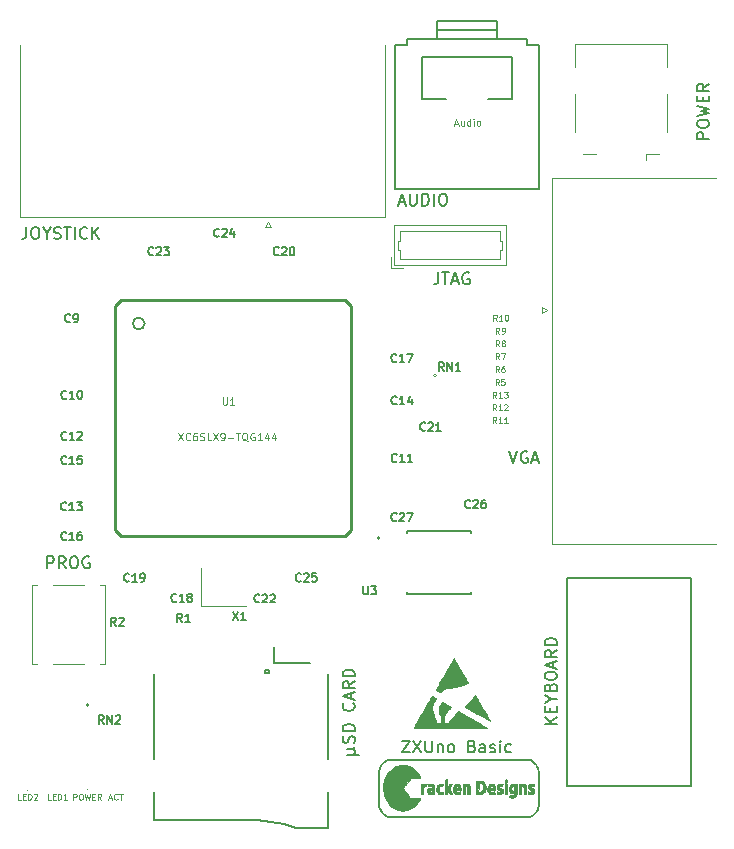
<source format=gbr>
G04 #@! TF.GenerationSoftware,KiCad,Pcbnew,5.0.2-bee76a0~70~ubuntu18.10.1*
G04 #@! TF.CreationDate,2019-03-15T00:59:30+01:00*
G04 #@! TF.ProjectId,Spartan6,53706172-7461-46e3-962e-6b696361645f,rev?*
G04 #@! TF.SameCoordinates,Original*
G04 #@! TF.FileFunction,Legend,Top*
G04 #@! TF.FilePolarity,Positive*
%FSLAX46Y46*%
G04 Gerber Fmt 4.6, Leading zero omitted, Abs format (unit mm)*
G04 Created by KiCad (PCBNEW 5.0.2-bee76a0~70~ubuntu18.10.1) date vie 15 mar 2019 00:59:30 CET*
%MOMM*%
%LPD*%
G01*
G04 APERTURE LIST*
%ADD10C,0.150000*%
%ADD11C,0.100000*%
%ADD12C,0.120000*%
%ADD13C,0.200000*%
%ADD14C,0.127000*%
%ADD15C,0.254000*%
%ADD16C,0.010000*%
%ADD17C,0.050000*%
G04 APERTURE END LIST*
D10*
X64330842Y-96112080D02*
X64997509Y-96112080D01*
X64330842Y-97112080D01*
X64997509Y-97112080D01*
X65283223Y-96112080D02*
X65949890Y-97112080D01*
X65949890Y-96112080D02*
X65283223Y-97112080D01*
X66330842Y-96112080D02*
X66330842Y-96921604D01*
X66378461Y-97016842D01*
X66426080Y-97064461D01*
X66521319Y-97112080D01*
X66711795Y-97112080D01*
X66807033Y-97064461D01*
X66854652Y-97016842D01*
X66902271Y-96921604D01*
X66902271Y-96112080D01*
X67378461Y-96445414D02*
X67378461Y-97112080D01*
X67378461Y-96540652D02*
X67426080Y-96493033D01*
X67521319Y-96445414D01*
X67664176Y-96445414D01*
X67759414Y-96493033D01*
X67807033Y-96588271D01*
X67807033Y-97112080D01*
X68426080Y-97112080D02*
X68330842Y-97064461D01*
X68283223Y-97016842D01*
X68235604Y-96921604D01*
X68235604Y-96635890D01*
X68283223Y-96540652D01*
X68330842Y-96493033D01*
X68426080Y-96445414D01*
X68568938Y-96445414D01*
X68664176Y-96493033D01*
X68711795Y-96540652D01*
X68759414Y-96635890D01*
X68759414Y-96921604D01*
X68711795Y-97016842D01*
X68664176Y-97064461D01*
X68568938Y-97112080D01*
X68426080Y-97112080D01*
X70283223Y-96588271D02*
X70426080Y-96635890D01*
X70473700Y-96683509D01*
X70521319Y-96778747D01*
X70521319Y-96921604D01*
X70473700Y-97016842D01*
X70426080Y-97064461D01*
X70330842Y-97112080D01*
X69949890Y-97112080D01*
X69949890Y-96112080D01*
X70283223Y-96112080D01*
X70378461Y-96159700D01*
X70426080Y-96207319D01*
X70473700Y-96302557D01*
X70473700Y-96397795D01*
X70426080Y-96493033D01*
X70378461Y-96540652D01*
X70283223Y-96588271D01*
X69949890Y-96588271D01*
X71378461Y-97112080D02*
X71378461Y-96588271D01*
X71330842Y-96493033D01*
X71235604Y-96445414D01*
X71045128Y-96445414D01*
X70949890Y-96493033D01*
X71378461Y-97064461D02*
X71283223Y-97112080D01*
X71045128Y-97112080D01*
X70949890Y-97064461D01*
X70902271Y-96969223D01*
X70902271Y-96873985D01*
X70949890Y-96778747D01*
X71045128Y-96731128D01*
X71283223Y-96731128D01*
X71378461Y-96683509D01*
X71807033Y-97064461D02*
X71902271Y-97112080D01*
X72092747Y-97112080D01*
X72187985Y-97064461D01*
X72235604Y-96969223D01*
X72235604Y-96921604D01*
X72187985Y-96826366D01*
X72092747Y-96778747D01*
X71949890Y-96778747D01*
X71854652Y-96731128D01*
X71807033Y-96635890D01*
X71807033Y-96588271D01*
X71854652Y-96493033D01*
X71949890Y-96445414D01*
X72092747Y-96445414D01*
X72187985Y-96493033D01*
X72664176Y-97112080D02*
X72664176Y-96445414D01*
X72664176Y-96112080D02*
X72616557Y-96159700D01*
X72664176Y-96207319D01*
X72711795Y-96159700D01*
X72664176Y-96112080D01*
X72664176Y-96207319D01*
X73568938Y-97064461D02*
X73473700Y-97112080D01*
X73283223Y-97112080D01*
X73187985Y-97064461D01*
X73140366Y-97016842D01*
X73092747Y-96921604D01*
X73092747Y-96635890D01*
X73140366Y-96540652D01*
X73187985Y-96493033D01*
X73283223Y-96445414D01*
X73473700Y-96445414D01*
X73568938Y-96493033D01*
D11*
X32084556Y-101109910D02*
X31846460Y-101109910D01*
X31846460Y-100609910D01*
X32251222Y-100848005D02*
X32417889Y-100848005D01*
X32489318Y-101109910D02*
X32251222Y-101109910D01*
X32251222Y-100609910D01*
X32489318Y-100609910D01*
X32703603Y-101109910D02*
X32703603Y-100609910D01*
X32822651Y-100609910D01*
X32894080Y-100633720D01*
X32941699Y-100681339D01*
X32965508Y-100728958D01*
X32989318Y-100824196D01*
X32989318Y-100895624D01*
X32965508Y-100990862D01*
X32941699Y-101038481D01*
X32894080Y-101086100D01*
X32822651Y-101109910D01*
X32703603Y-101109910D01*
X33179794Y-100657529D02*
X33203603Y-100633720D01*
X33251222Y-100609910D01*
X33370270Y-100609910D01*
X33417889Y-100633720D01*
X33441699Y-100657529D01*
X33465508Y-100705148D01*
X33465508Y-100752767D01*
X33441699Y-100824196D01*
X33155984Y-101109910D01*
X33465508Y-101109910D01*
X34614396Y-101109910D02*
X34376300Y-101109910D01*
X34376300Y-100609910D01*
X34781062Y-100848005D02*
X34947729Y-100848005D01*
X35019158Y-101109910D02*
X34781062Y-101109910D01*
X34781062Y-100609910D01*
X35019158Y-100609910D01*
X35233443Y-101109910D02*
X35233443Y-100609910D01*
X35352491Y-100609910D01*
X35423920Y-100633720D01*
X35471539Y-100681339D01*
X35495348Y-100728958D01*
X35519158Y-100824196D01*
X35519158Y-100895624D01*
X35495348Y-100990862D01*
X35471539Y-101038481D01*
X35423920Y-101086100D01*
X35352491Y-101109910D01*
X35233443Y-101109910D01*
X35995348Y-101109910D02*
X35709634Y-101109910D01*
X35852491Y-101109910D02*
X35852491Y-100609910D01*
X35804872Y-100681339D01*
X35757253Y-100728958D01*
X35709634Y-100752767D01*
X36523598Y-101114990D02*
X36523598Y-100614990D01*
X36714074Y-100614990D01*
X36761693Y-100638800D01*
X36785502Y-100662609D01*
X36809312Y-100710228D01*
X36809312Y-100781657D01*
X36785502Y-100829276D01*
X36761693Y-100853085D01*
X36714074Y-100876895D01*
X36523598Y-100876895D01*
X37118836Y-100614990D02*
X37214074Y-100614990D01*
X37261693Y-100638800D01*
X37309312Y-100686419D01*
X37333121Y-100781657D01*
X37333121Y-100948323D01*
X37309312Y-101043561D01*
X37261693Y-101091180D01*
X37214074Y-101114990D01*
X37118836Y-101114990D01*
X37071217Y-101091180D01*
X37023598Y-101043561D01*
X36999788Y-100948323D01*
X36999788Y-100781657D01*
X37023598Y-100686419D01*
X37071217Y-100638800D01*
X37118836Y-100614990D01*
X37499788Y-100614990D02*
X37618836Y-101114990D01*
X37714074Y-100757847D01*
X37809312Y-101114990D01*
X37928360Y-100614990D01*
X38118836Y-100853085D02*
X38285502Y-100853085D01*
X38356931Y-101114990D02*
X38118836Y-101114990D01*
X38118836Y-100614990D01*
X38356931Y-100614990D01*
X38856931Y-101114990D02*
X38690264Y-100876895D01*
X38571217Y-101114990D02*
X38571217Y-100614990D01*
X38761693Y-100614990D01*
X38809312Y-100638800D01*
X38833121Y-100662609D01*
X38856931Y-100710228D01*
X38856931Y-100781657D01*
X38833121Y-100829276D01*
X38809312Y-100853085D01*
X38761693Y-100876895D01*
X38571217Y-100876895D01*
X39531836Y-100967053D02*
X39769931Y-100967053D01*
X39484217Y-101109910D02*
X39650883Y-100609910D01*
X39817550Y-101109910D01*
X40269931Y-101062291D02*
X40246121Y-101086100D01*
X40174693Y-101109910D01*
X40127074Y-101109910D01*
X40055645Y-101086100D01*
X40008026Y-101038481D01*
X39984217Y-100990862D01*
X39960407Y-100895624D01*
X39960407Y-100824196D01*
X39984217Y-100728958D01*
X40008026Y-100681339D01*
X40055645Y-100633720D01*
X40127074Y-100609910D01*
X40174693Y-100609910D01*
X40246121Y-100633720D01*
X40269931Y-100657529D01*
X40412788Y-100609910D02*
X40698502Y-100609910D01*
X40555645Y-101109910D02*
X40555645Y-100609910D01*
D10*
X34297525Y-81521560D02*
X34297525Y-80521560D01*
X34678478Y-80521560D01*
X34773716Y-80569180D01*
X34821335Y-80616799D01*
X34868954Y-80712037D01*
X34868954Y-80854894D01*
X34821335Y-80950132D01*
X34773716Y-80997751D01*
X34678478Y-81045370D01*
X34297525Y-81045370D01*
X35868954Y-81521560D02*
X35535620Y-81045370D01*
X35297525Y-81521560D02*
X35297525Y-80521560D01*
X35678478Y-80521560D01*
X35773716Y-80569180D01*
X35821335Y-80616799D01*
X35868954Y-80712037D01*
X35868954Y-80854894D01*
X35821335Y-80950132D01*
X35773716Y-80997751D01*
X35678478Y-81045370D01*
X35297525Y-81045370D01*
X36488001Y-80521560D02*
X36678478Y-80521560D01*
X36773716Y-80569180D01*
X36868954Y-80664418D01*
X36916573Y-80854894D01*
X36916573Y-81188227D01*
X36868954Y-81378703D01*
X36773716Y-81473941D01*
X36678478Y-81521560D01*
X36488001Y-81521560D01*
X36392763Y-81473941D01*
X36297525Y-81378703D01*
X36249906Y-81188227D01*
X36249906Y-80854894D01*
X36297525Y-80664418D01*
X36392763Y-80569180D01*
X36488001Y-80521560D01*
X37868954Y-80569180D02*
X37773716Y-80521560D01*
X37630859Y-80521560D01*
X37488001Y-80569180D01*
X37392763Y-80664418D01*
X37345144Y-80759656D01*
X37297525Y-80950132D01*
X37297525Y-81092989D01*
X37345144Y-81283465D01*
X37392763Y-81378703D01*
X37488001Y-81473941D01*
X37630859Y-81521560D01*
X37726097Y-81521560D01*
X37868954Y-81473941D01*
X37916573Y-81426322D01*
X37916573Y-81092989D01*
X37726097Y-81092989D01*
X59668754Y-97302508D02*
X60668754Y-97302508D01*
X60192563Y-96826318D02*
X60287801Y-96778699D01*
X60335420Y-96683460D01*
X60192563Y-97302508D02*
X60287801Y-97254889D01*
X60335420Y-97159651D01*
X60335420Y-96969175D01*
X60287801Y-96873937D01*
X60192563Y-96826318D01*
X59668754Y-96826318D01*
X60287801Y-96302508D02*
X60335420Y-96159651D01*
X60335420Y-95921556D01*
X60287801Y-95826318D01*
X60240182Y-95778699D01*
X60144944Y-95731080D01*
X60049706Y-95731080D01*
X59954468Y-95778699D01*
X59906849Y-95826318D01*
X59859230Y-95921556D01*
X59811611Y-96112032D01*
X59763992Y-96207270D01*
X59716373Y-96254889D01*
X59621135Y-96302508D01*
X59525897Y-96302508D01*
X59430659Y-96254889D01*
X59383040Y-96207270D01*
X59335420Y-96112032D01*
X59335420Y-95873937D01*
X59383040Y-95731080D01*
X60335420Y-95302508D02*
X59335420Y-95302508D01*
X59335420Y-95064413D01*
X59383040Y-94921556D01*
X59478278Y-94826318D01*
X59573516Y-94778699D01*
X59763992Y-94731080D01*
X59906849Y-94731080D01*
X60097325Y-94778699D01*
X60192563Y-94826318D01*
X60287801Y-94921556D01*
X60335420Y-95064413D01*
X60335420Y-95302508D01*
X60240182Y-92969175D02*
X60287801Y-93016794D01*
X60335420Y-93159651D01*
X60335420Y-93254889D01*
X60287801Y-93397746D01*
X60192563Y-93492984D01*
X60097325Y-93540603D01*
X59906849Y-93588222D01*
X59763992Y-93588222D01*
X59573516Y-93540603D01*
X59478278Y-93492984D01*
X59383040Y-93397746D01*
X59335420Y-93254889D01*
X59335420Y-93159651D01*
X59383040Y-93016794D01*
X59430659Y-92969175D01*
X60049706Y-92588222D02*
X60049706Y-92112032D01*
X60335420Y-92683460D02*
X59335420Y-92350127D01*
X60335420Y-92016794D01*
X60335420Y-91112032D02*
X59859230Y-91445365D01*
X60335420Y-91683460D02*
X59335420Y-91683460D01*
X59335420Y-91302508D01*
X59383040Y-91207270D01*
X59430659Y-91159651D01*
X59525897Y-91112032D01*
X59668754Y-91112032D01*
X59763992Y-91159651D01*
X59811611Y-91207270D01*
X59859230Y-91302508D01*
X59859230Y-91683460D01*
X60335420Y-90683460D02*
X59335420Y-90683460D01*
X59335420Y-90445365D01*
X59383040Y-90302508D01*
X59478278Y-90207270D01*
X59573516Y-90159651D01*
X59763992Y-90112032D01*
X59906849Y-90112032D01*
X60097325Y-90159651D01*
X60192563Y-90207270D01*
X60287801Y-90302508D01*
X60335420Y-90445365D01*
X60335420Y-90683460D01*
X77444860Y-94679638D02*
X76444860Y-94679638D01*
X77444860Y-94108209D02*
X76873432Y-94536780D01*
X76444860Y-94108209D02*
X77016289Y-94679638D01*
X76921051Y-93679638D02*
X76921051Y-93346304D01*
X77444860Y-93203447D02*
X77444860Y-93679638D01*
X76444860Y-93679638D01*
X76444860Y-93203447D01*
X76968670Y-92584400D02*
X77444860Y-92584400D01*
X76444860Y-92917733D02*
X76968670Y-92584400D01*
X76444860Y-92251066D01*
X76921051Y-91584400D02*
X76968670Y-91441542D01*
X77016289Y-91393923D01*
X77111527Y-91346304D01*
X77254384Y-91346304D01*
X77349622Y-91393923D01*
X77397241Y-91441542D01*
X77444860Y-91536780D01*
X77444860Y-91917733D01*
X76444860Y-91917733D01*
X76444860Y-91584400D01*
X76492480Y-91489161D01*
X76540099Y-91441542D01*
X76635337Y-91393923D01*
X76730575Y-91393923D01*
X76825813Y-91441542D01*
X76873432Y-91489161D01*
X76921051Y-91584400D01*
X76921051Y-91917733D01*
X76444860Y-90727257D02*
X76444860Y-90536780D01*
X76492480Y-90441542D01*
X76587718Y-90346304D01*
X76778194Y-90298685D01*
X77111527Y-90298685D01*
X77302003Y-90346304D01*
X77397241Y-90441542D01*
X77444860Y-90536780D01*
X77444860Y-90727257D01*
X77397241Y-90822495D01*
X77302003Y-90917733D01*
X77111527Y-90965352D01*
X76778194Y-90965352D01*
X76587718Y-90917733D01*
X76492480Y-90822495D01*
X76444860Y-90727257D01*
X77159146Y-89917733D02*
X77159146Y-89441542D01*
X77444860Y-90012971D02*
X76444860Y-89679638D01*
X77444860Y-89346304D01*
X77444860Y-88441542D02*
X76968670Y-88774876D01*
X77444860Y-89012971D02*
X76444860Y-89012971D01*
X76444860Y-88632019D01*
X76492480Y-88536780D01*
X76540099Y-88489161D01*
X76635337Y-88441542D01*
X76778194Y-88441542D01*
X76873432Y-88489161D01*
X76921051Y-88536780D01*
X76968670Y-88632019D01*
X76968670Y-89012971D01*
X77444860Y-88012971D02*
X76444860Y-88012971D01*
X76444860Y-87774876D01*
X76492480Y-87632019D01*
X76587718Y-87536780D01*
X76682956Y-87489161D01*
X76873432Y-87441542D01*
X77016289Y-87441542D01*
X77206765Y-87489161D01*
X77302003Y-87536780D01*
X77397241Y-87632019D01*
X77444860Y-87774876D01*
X77444860Y-88012971D01*
X90348060Y-45174563D02*
X89348060Y-45174563D01*
X89348060Y-44793611D01*
X89395680Y-44698373D01*
X89443299Y-44650754D01*
X89538537Y-44603135D01*
X89681394Y-44603135D01*
X89776632Y-44650754D01*
X89824251Y-44698373D01*
X89871870Y-44793611D01*
X89871870Y-45174563D01*
X89348060Y-43984087D02*
X89348060Y-43793611D01*
X89395680Y-43698373D01*
X89490918Y-43603135D01*
X89681394Y-43555516D01*
X90014727Y-43555516D01*
X90205203Y-43603135D01*
X90300441Y-43698373D01*
X90348060Y-43793611D01*
X90348060Y-43984087D01*
X90300441Y-44079325D01*
X90205203Y-44174563D01*
X90014727Y-44222182D01*
X89681394Y-44222182D01*
X89490918Y-44174563D01*
X89395680Y-44079325D01*
X89348060Y-43984087D01*
X89348060Y-43222182D02*
X90348060Y-42984087D01*
X89633775Y-42793611D01*
X90348060Y-42603135D01*
X89348060Y-42365040D01*
X89824251Y-41984087D02*
X89824251Y-41650754D01*
X90348060Y-41507897D02*
X90348060Y-41984087D01*
X89348060Y-41984087D01*
X89348060Y-41507897D01*
X90348060Y-40507897D02*
X89871870Y-40841230D01*
X90348060Y-41079325D02*
X89348060Y-41079325D01*
X89348060Y-40698373D01*
X89395680Y-40603135D01*
X89443299Y-40555516D01*
X89538537Y-40507897D01*
X89681394Y-40507897D01*
X89776632Y-40555516D01*
X89824251Y-40603135D01*
X89871870Y-40698373D01*
X89871870Y-41079325D01*
X32548558Y-52645060D02*
X32548558Y-53359346D01*
X32500939Y-53502203D01*
X32405700Y-53597441D01*
X32262843Y-53645060D01*
X32167605Y-53645060D01*
X33215224Y-52645060D02*
X33405700Y-52645060D01*
X33500939Y-52692680D01*
X33596177Y-52787918D01*
X33643796Y-52978394D01*
X33643796Y-53311727D01*
X33596177Y-53502203D01*
X33500939Y-53597441D01*
X33405700Y-53645060D01*
X33215224Y-53645060D01*
X33119986Y-53597441D01*
X33024748Y-53502203D01*
X32977129Y-53311727D01*
X32977129Y-52978394D01*
X33024748Y-52787918D01*
X33119986Y-52692680D01*
X33215224Y-52645060D01*
X34262843Y-53168870D02*
X34262843Y-53645060D01*
X33929510Y-52645060D02*
X34262843Y-53168870D01*
X34596177Y-52645060D01*
X34881891Y-53597441D02*
X35024748Y-53645060D01*
X35262843Y-53645060D01*
X35358081Y-53597441D01*
X35405700Y-53549822D01*
X35453320Y-53454584D01*
X35453320Y-53359346D01*
X35405700Y-53264108D01*
X35358081Y-53216489D01*
X35262843Y-53168870D01*
X35072367Y-53121251D01*
X34977129Y-53073632D01*
X34929510Y-53026013D01*
X34881891Y-52930775D01*
X34881891Y-52835537D01*
X34929510Y-52740299D01*
X34977129Y-52692680D01*
X35072367Y-52645060D01*
X35310462Y-52645060D01*
X35453320Y-52692680D01*
X35739034Y-52645060D02*
X36310462Y-52645060D01*
X36024748Y-53645060D02*
X36024748Y-52645060D01*
X36643796Y-53645060D02*
X36643796Y-52645060D01*
X37691415Y-53549822D02*
X37643796Y-53597441D01*
X37500939Y-53645060D01*
X37405700Y-53645060D01*
X37262843Y-53597441D01*
X37167605Y-53502203D01*
X37119986Y-53406965D01*
X37072367Y-53216489D01*
X37072367Y-53073632D01*
X37119986Y-52883156D01*
X37167605Y-52787918D01*
X37262843Y-52692680D01*
X37405700Y-52645060D01*
X37500939Y-52645060D01*
X37643796Y-52692680D01*
X37691415Y-52740299D01*
X38119986Y-53645060D02*
X38119986Y-52645060D01*
X38691415Y-53645060D02*
X38262843Y-53073632D01*
X38691415Y-52645060D02*
X38119986Y-53216489D01*
X64112710Y-50529786D02*
X64588900Y-50529786D01*
X64017472Y-50815500D02*
X64350805Y-49815500D01*
X64684139Y-50815500D01*
X65017472Y-49815500D02*
X65017472Y-50625024D01*
X65065091Y-50720262D01*
X65112710Y-50767881D01*
X65207948Y-50815500D01*
X65398424Y-50815500D01*
X65493662Y-50767881D01*
X65541281Y-50720262D01*
X65588900Y-50625024D01*
X65588900Y-49815500D01*
X66065091Y-50815500D02*
X66065091Y-49815500D01*
X66303186Y-49815500D01*
X66446043Y-49863120D01*
X66541281Y-49958358D01*
X66588900Y-50053596D01*
X66636520Y-50244072D01*
X66636520Y-50386929D01*
X66588900Y-50577405D01*
X66541281Y-50672643D01*
X66446043Y-50767881D01*
X66303186Y-50815500D01*
X66065091Y-50815500D01*
X67065091Y-50815500D02*
X67065091Y-49815500D01*
X67731758Y-49815500D02*
X67922234Y-49815500D01*
X68017472Y-49863120D01*
X68112710Y-49958358D01*
X68160329Y-50148834D01*
X68160329Y-50482167D01*
X68112710Y-50672643D01*
X68017472Y-50767881D01*
X67922234Y-50815500D01*
X67731758Y-50815500D01*
X67636520Y-50767881D01*
X67541281Y-50672643D01*
X67493662Y-50482167D01*
X67493662Y-50148834D01*
X67541281Y-49958358D01*
X67636520Y-49863120D01*
X67731758Y-49815500D01*
X67413333Y-56475380D02*
X67413333Y-57189666D01*
X67365714Y-57332523D01*
X67270476Y-57427761D01*
X67127619Y-57475380D01*
X67032380Y-57475380D01*
X67746666Y-56475380D02*
X68318095Y-56475380D01*
X68032380Y-57475380D02*
X68032380Y-56475380D01*
X68603809Y-57189666D02*
X69080000Y-57189666D01*
X68508571Y-57475380D02*
X68841904Y-56475380D01*
X69175238Y-57475380D01*
X70032380Y-56523000D02*
X69937142Y-56475380D01*
X69794285Y-56475380D01*
X69651428Y-56523000D01*
X69556190Y-56618238D01*
X69508571Y-56713476D01*
X69460952Y-56903952D01*
X69460952Y-57046809D01*
X69508571Y-57237285D01*
X69556190Y-57332523D01*
X69651428Y-57427761D01*
X69794285Y-57475380D01*
X69889523Y-57475380D01*
X70032380Y-57427761D01*
X70080000Y-57380142D01*
X70080000Y-57046809D01*
X69889523Y-57046809D01*
X73434415Y-71613780D02*
X73767748Y-72613780D01*
X74101081Y-71613780D01*
X74958224Y-71661400D02*
X74862986Y-71613780D01*
X74720129Y-71613780D01*
X74577272Y-71661400D01*
X74482034Y-71756638D01*
X74434415Y-71851876D01*
X74386796Y-72042352D01*
X74386796Y-72185209D01*
X74434415Y-72375685D01*
X74482034Y-72470923D01*
X74577272Y-72566161D01*
X74720129Y-72613780D01*
X74815367Y-72613780D01*
X74958224Y-72566161D01*
X75005843Y-72518542D01*
X75005843Y-72185209D01*
X74815367Y-72185209D01*
X75386796Y-72328066D02*
X75862986Y-72328066D01*
X75291558Y-72613780D02*
X75624891Y-71613780D01*
X75958224Y-72613780D01*
D12*
G04 #@! TO.C,J4*
X63698500Y-52424600D02*
X63698500Y-55844600D01*
X63698500Y-55844600D02*
X73168500Y-55844600D01*
X73168500Y-55844600D02*
X73168500Y-52424600D01*
X73168500Y-52424600D02*
X63698500Y-52424600D01*
X68433500Y-55334600D02*
X64208500Y-55334600D01*
X64208500Y-55334600D02*
X64208500Y-54584600D01*
X64208500Y-54584600D02*
X64008500Y-54584600D01*
X64008500Y-54584600D02*
X64008500Y-53784600D01*
X64008500Y-53784600D02*
X64208500Y-53784600D01*
X64208500Y-53784600D02*
X64208500Y-52934600D01*
X64208500Y-52934600D02*
X68433500Y-52934600D01*
X68433500Y-55334600D02*
X72658500Y-55334600D01*
X72658500Y-55334600D02*
X72658500Y-54584600D01*
X72658500Y-54584600D02*
X72858500Y-54584600D01*
X72858500Y-54584600D02*
X72858500Y-53784600D01*
X72858500Y-53784600D02*
X72658500Y-53784600D01*
X72658500Y-53784600D02*
X72658500Y-52934600D01*
X72658500Y-52934600D02*
X68433500Y-52934600D01*
X63408500Y-56134600D02*
X63408500Y-55134600D01*
X63408500Y-56134600D02*
X64408500Y-56134600D01*
D13*
G04 #@! TO.C,U3*
X62477400Y-78971500D02*
G75*
G03X62477400Y-78971500I-100000J0D01*
G01*
D14*
X64772400Y-78366500D02*
X70152400Y-78366500D01*
X64772400Y-83746500D02*
X70152400Y-83746500D01*
X64772400Y-78366500D02*
X64772400Y-78556500D01*
X70152400Y-78366500D02*
X70152400Y-78556500D01*
X70152400Y-83566500D02*
X70152400Y-83746500D01*
X64772400Y-83566500D02*
X64772400Y-83746500D01*
D12*
G04 #@! TO.C,SW1*
X38763700Y-89603300D02*
X39213700Y-89603300D01*
X39213700Y-89603300D02*
X39213700Y-82903300D01*
X39213700Y-82903300D02*
X38813700Y-82903300D01*
X37463700Y-89603300D02*
X34763700Y-89603300D01*
X34763700Y-82903300D02*
X37463700Y-82903300D01*
X33013700Y-89603300D02*
X33013700Y-82903300D01*
X33013700Y-82903300D02*
X33463700Y-82903300D01*
X33463700Y-89603300D02*
X33013700Y-89603300D01*
D11*
G04 #@! TO.C,RN2*
X37844500Y-93126000D02*
G75*
G03X37844500Y-93126000I-127000J0D01*
G01*
G04 #@! TO.C,RN1*
X67274000Y-65177900D02*
G75*
G03X67274000Y-65177900I-127000J0D01*
G01*
D12*
G04 #@! TO.C,J7*
X90954400Y-79495100D02*
X77064400Y-79495100D01*
X77064400Y-79495100D02*
X77064400Y-48525100D01*
X77064400Y-48525100D02*
X90954400Y-48525100D01*
X76170062Y-59945100D02*
X76170062Y-59445100D01*
X76170062Y-59445100D02*
X76603075Y-59695100D01*
X76603075Y-59695100D02*
X76170062Y-59945100D01*
G04 #@! TO.C,J2*
X62939600Y-37231000D02*
X62939600Y-51771000D01*
X62939600Y-51771000D02*
X31969600Y-51771000D01*
X31969600Y-51771000D02*
X31969600Y-37231000D01*
X53244600Y-52665338D02*
X52744600Y-52665338D01*
X52744600Y-52665338D02*
X52994600Y-52232325D01*
X52994600Y-52232325D02*
X53244600Y-52665338D01*
G04 #@! TO.C,J1*
X78980400Y-37168400D02*
X86800400Y-37168400D01*
X85000400Y-46488400D02*
X85000400Y-46918400D01*
X78980400Y-37168400D02*
X78980400Y-39118400D01*
X78980400Y-41338400D02*
X78980400Y-44568400D01*
X80780400Y-46488400D02*
X79700400Y-46488400D01*
X86080400Y-46488400D02*
X85000400Y-46488400D01*
X86800400Y-41338400D02*
X86800400Y-44568400D01*
X86800400Y-37168400D02*
X86800400Y-39118400D01*
D11*
G04 #@! TO.C,D1*
X40131200Y-100287100D02*
G75*
G03X40131200Y-100287100I-50000J0D01*
G01*
G04 #@! TO.C,D2*
X37713100Y-100287100D02*
G75*
G03X37713100Y-100287100I-50000J0D01*
G01*
G04 #@! TO.C,D3*
X35234000Y-100297300D02*
G75*
G03X35234000Y-100297300I-50000J0D01*
G01*
G04 #@! TO.C,D4*
X32689000Y-100302400D02*
G75*
G03X32689000Y-100302400I-50000J0D01*
G01*
D10*
G04 #@! TO.C,J3*
X53539000Y-89507000D02*
X56539000Y-89507000D01*
X53089000Y-90407000D02*
X53089000Y-90107000D01*
X52789000Y-90407000D02*
X53089000Y-90407000D01*
X52789000Y-90107000D02*
X52789000Y-90407000D01*
X53089000Y-90107000D02*
X52789000Y-90107000D01*
X58089000Y-90507000D02*
X58089000Y-97707000D01*
X58089000Y-103507000D02*
X58089000Y-100507000D01*
X55389000Y-103507000D02*
X58089000Y-103507000D01*
X43389000Y-100507000D02*
X43389000Y-102807000D01*
X43389000Y-97707000D02*
X43389000Y-90507000D01*
X53539000Y-89507000D02*
X53539000Y-88207000D01*
X54339000Y-103207000D02*
X55389000Y-103507000D01*
X53239000Y-103007000D02*
X54339000Y-103207000D01*
X52089000Y-102857000D02*
X53239000Y-103007000D01*
X50739000Y-102807000D02*
X52089000Y-102857000D01*
X43389000Y-102807000D02*
X50739000Y-102807000D01*
G04 #@! TO.C,J5*
X88813000Y-82365700D02*
X88813000Y-99965700D01*
X88813000Y-99965700D02*
X78313000Y-99965700D01*
X78313000Y-99965700D02*
X78313000Y-82365700D01*
X78313000Y-82365700D02*
X88813000Y-82365700D01*
D15*
G04 #@! TO.C,U1*
X40058300Y-59308600D02*
X40058300Y-78308600D01*
X40058300Y-78308600D02*
X40558300Y-78808600D01*
X40558300Y-78808600D02*
X59558300Y-78808600D01*
X59558300Y-78808600D02*
X60058300Y-78308600D01*
X60058300Y-78308600D02*
X60058300Y-59308600D01*
X60058300Y-59308600D02*
X59558300Y-58808600D01*
X59558300Y-58808600D02*
X40558300Y-58808600D01*
X40558300Y-58808600D02*
X40058300Y-59308600D01*
D14*
X42558300Y-60808600D02*
G75*
G03X42558300Y-60808600I-500000J0D01*
G01*
D10*
G04 #@! TO.C,J6*
X75991700Y-49377600D02*
X63799700Y-49377600D01*
X75991700Y-37185600D02*
X75991700Y-49377600D01*
X63799700Y-49377600D02*
X63799700Y-37185600D01*
X67355700Y-35153600D02*
X72435700Y-35153600D01*
X74975700Y-36677600D02*
X74975700Y-37185600D01*
X64815700Y-36677600D02*
X74975700Y-36677600D01*
X64815700Y-36931600D02*
X64815700Y-36677600D01*
X64815700Y-37185600D02*
X64815700Y-36931600D01*
X67355700Y-35915600D02*
X72435700Y-35915600D01*
X72435700Y-36677600D02*
X72435700Y-35153600D01*
X67355700Y-35153600D02*
X67355700Y-36677600D01*
X75991700Y-37185600D02*
X74975700Y-37185600D01*
X64815700Y-37185600D02*
X63799700Y-37185600D01*
X73705700Y-41757600D02*
X71673700Y-41757600D01*
X73705700Y-38201600D02*
X73705700Y-41757600D01*
X66085700Y-38201600D02*
X73705700Y-38201600D01*
X66085700Y-41757600D02*
X66085700Y-38201600D01*
X68117700Y-41757600D02*
X66085700Y-41757600D01*
D12*
G04 #@! TO.C,X1*
X47355700Y-81538900D02*
X47355700Y-84688900D01*
X47355700Y-84688900D02*
X51155700Y-84688900D01*
D16*
G04 #@! TO.C,G\002A\002A\002A*
G36*
X69507813Y-97647761D02*
X69869581Y-97647765D01*
X70215165Y-97647775D01*
X70544941Y-97647790D01*
X70859284Y-97647811D01*
X71158568Y-97647841D01*
X71443169Y-97647880D01*
X71713461Y-97647930D01*
X71969821Y-97647991D01*
X72212622Y-97648064D01*
X72442239Y-97648152D01*
X72659048Y-97648255D01*
X72863424Y-97648373D01*
X73055741Y-97648510D01*
X73236375Y-97648664D01*
X73405701Y-97648839D01*
X73564093Y-97649034D01*
X73711927Y-97649251D01*
X73849577Y-97649492D01*
X73977419Y-97649757D01*
X74095828Y-97650047D01*
X74205178Y-97650364D01*
X74305845Y-97650710D01*
X74398203Y-97651084D01*
X74482628Y-97651488D01*
X74559494Y-97651923D01*
X74629177Y-97652392D01*
X74692052Y-97652893D01*
X74748493Y-97653430D01*
X74798876Y-97654003D01*
X74843575Y-97654613D01*
X74882966Y-97655261D01*
X74917424Y-97655949D01*
X74947322Y-97656677D01*
X74973038Y-97657448D01*
X74994945Y-97658261D01*
X75013418Y-97659119D01*
X75028834Y-97660022D01*
X75041565Y-97660971D01*
X75051988Y-97661969D01*
X75060478Y-97663015D01*
X75067409Y-97664111D01*
X75073157Y-97665258D01*
X75077320Y-97666256D01*
X75211433Y-97710569D01*
X75336700Y-97771851D01*
X75452412Y-97849250D01*
X75557857Y-97941913D01*
X75652327Y-98048989D01*
X75735109Y-98169625D01*
X75805496Y-98302968D01*
X75862775Y-98448167D01*
X75906238Y-98604369D01*
X75921273Y-98679000D01*
X75923472Y-98692196D01*
X75925452Y-98706594D01*
X75927224Y-98723270D01*
X75928801Y-98743299D01*
X75930193Y-98767755D01*
X75931412Y-98797715D01*
X75932469Y-98834252D01*
X75933375Y-98878443D01*
X75934143Y-98931362D01*
X75934783Y-98994084D01*
X75935307Y-99067685D01*
X75935726Y-99153240D01*
X75936052Y-99251823D01*
X75936296Y-99364511D01*
X75936470Y-99492378D01*
X75936584Y-99636499D01*
X75936651Y-99797949D01*
X75936681Y-99977804D01*
X75936687Y-100131880D01*
X75936677Y-100326867D01*
X75936640Y-100502610D01*
X75936564Y-100660184D01*
X75936437Y-100800662D01*
X75936249Y-100925122D01*
X75935989Y-101034637D01*
X75935643Y-101130282D01*
X75935202Y-101213134D01*
X75934654Y-101284267D01*
X75933987Y-101344756D01*
X75933190Y-101395677D01*
X75932251Y-101438104D01*
X75931160Y-101473113D01*
X75929904Y-101501778D01*
X75928473Y-101525176D01*
X75926854Y-101544380D01*
X75925037Y-101560467D01*
X75923011Y-101574511D01*
X75921273Y-101584760D01*
X75884353Y-101746172D01*
X75833180Y-101896899D01*
X75767911Y-102036588D01*
X75688706Y-102164883D01*
X75627425Y-102244885D01*
X75529935Y-102348561D01*
X75423261Y-102436314D01*
X75306525Y-102508714D01*
X75178851Y-102566332D01*
X75085787Y-102597230D01*
X75081251Y-102598413D01*
X75075763Y-102599545D01*
X75068948Y-102600626D01*
X75060431Y-102601658D01*
X75049837Y-102602643D01*
X75036792Y-102603581D01*
X75020921Y-102604474D01*
X75001850Y-102605323D01*
X74979203Y-102606130D01*
X74952606Y-102606895D01*
X74921684Y-102607620D01*
X74886063Y-102608306D01*
X74845367Y-102608955D01*
X74799223Y-102609567D01*
X74747255Y-102610145D01*
X74689089Y-102610689D01*
X74624350Y-102611200D01*
X74552663Y-102611680D01*
X74473654Y-102612130D01*
X74386947Y-102612552D01*
X74292169Y-102612947D01*
X74188945Y-102613315D01*
X74076899Y-102613658D01*
X73955657Y-102613978D01*
X73824845Y-102614276D01*
X73684087Y-102614553D01*
X73533009Y-102614810D01*
X73371237Y-102615048D01*
X73198395Y-102615269D01*
X73014109Y-102615475D01*
X72818004Y-102615666D01*
X72609705Y-102615843D01*
X72388839Y-102616009D01*
X72155029Y-102616163D01*
X71907902Y-102616308D01*
X71647082Y-102616445D01*
X71372196Y-102616575D01*
X71082867Y-102616699D01*
X70778722Y-102616819D01*
X70459386Y-102616935D01*
X70124484Y-102617050D01*
X69773642Y-102617164D01*
X69406484Y-102617279D01*
X69159120Y-102617354D01*
X68769191Y-102617466D01*
X68395864Y-102617560D01*
X68038812Y-102617636D01*
X67697703Y-102617693D01*
X67372208Y-102617730D01*
X67061998Y-102617747D01*
X66766741Y-102617743D01*
X66486109Y-102617718D01*
X66219772Y-102617671D01*
X65967399Y-102617601D01*
X65728661Y-102617507D01*
X65503229Y-102617390D01*
X65290771Y-102617248D01*
X65090959Y-102617081D01*
X64903462Y-102616888D01*
X64727951Y-102616669D01*
X64564096Y-102616422D01*
X64411566Y-102616148D01*
X64270033Y-102615846D01*
X64139166Y-102615515D01*
X64018636Y-102615154D01*
X63908112Y-102614763D01*
X63807265Y-102614341D01*
X63715765Y-102613887D01*
X63633281Y-102613402D01*
X63559486Y-102612884D01*
X63494047Y-102612333D01*
X63436636Y-102611747D01*
X63386923Y-102611127D01*
X63344577Y-102610472D01*
X63309270Y-102609781D01*
X63280670Y-102609054D01*
X63258449Y-102608290D01*
X63242276Y-102607488D01*
X63231822Y-102606648D01*
X63228220Y-102606137D01*
X63095776Y-102570922D01*
X62970320Y-102517956D01*
X62852838Y-102448232D01*
X62744314Y-102362742D01*
X62645733Y-102262479D01*
X62558081Y-102148434D01*
X62482342Y-102021602D01*
X62419502Y-101882973D01*
X62373756Y-101745250D01*
X62366609Y-101719904D01*
X62360155Y-101697031D01*
X62354358Y-101675528D01*
X62349184Y-101654291D01*
X62344596Y-101632219D01*
X62340559Y-101608206D01*
X62337040Y-101581151D01*
X62334001Y-101549949D01*
X62331409Y-101513499D01*
X62329227Y-101470695D01*
X62327421Y-101420436D01*
X62325956Y-101361618D01*
X62324795Y-101293138D01*
X62323905Y-101213892D01*
X62323250Y-101122777D01*
X62322795Y-101018691D01*
X62322504Y-100900529D01*
X62322342Y-100767189D01*
X62322274Y-100617567D01*
X62322266Y-100450561D01*
X62322281Y-100265066D01*
X62322284Y-100178523D01*
X62388723Y-100178523D01*
X62388836Y-100328607D01*
X62389088Y-100476747D01*
X62389479Y-100621459D01*
X62390009Y-100761259D01*
X62390679Y-100894662D01*
X62391487Y-101020185D01*
X62392435Y-101136342D01*
X62393522Y-101241651D01*
X62394748Y-101334626D01*
X62396114Y-101413783D01*
X62397618Y-101477639D01*
X62399262Y-101524708D01*
X62401045Y-101553508D01*
X62401760Y-101559360D01*
X62435079Y-101712802D01*
X62482707Y-101855500D01*
X62544894Y-101988035D01*
X62621890Y-102110988D01*
X62660860Y-102162625D01*
X62758358Y-102271629D01*
X62862330Y-102361921D01*
X62973200Y-102433763D01*
X63091389Y-102487420D01*
X63217318Y-102523157D01*
X63245324Y-102528503D01*
X63256575Y-102528997D01*
X63284357Y-102529478D01*
X63328269Y-102529945D01*
X63387908Y-102530398D01*
X63462872Y-102530837D01*
X63552759Y-102531261D01*
X63657168Y-102531670D01*
X63775696Y-102532063D01*
X63907941Y-102532439D01*
X64053501Y-102532799D01*
X64211974Y-102533141D01*
X64382958Y-102533466D01*
X64566052Y-102533772D01*
X64760852Y-102534060D01*
X64966958Y-102534328D01*
X65183967Y-102534576D01*
X65411477Y-102534804D01*
X65649085Y-102535012D01*
X65896391Y-102535198D01*
X66152992Y-102535362D01*
X66418485Y-102535504D01*
X66692470Y-102535624D01*
X66974544Y-102535720D01*
X67264304Y-102535793D01*
X67561349Y-102535841D01*
X67865278Y-102535865D01*
X68175687Y-102535863D01*
X68492175Y-102535836D01*
X68814339Y-102535783D01*
X69141779Y-102535703D01*
X69159120Y-102535698D01*
X69537557Y-102535588D01*
X69899434Y-102535478D01*
X70245123Y-102535366D01*
X70574999Y-102535253D01*
X70889432Y-102535136D01*
X71188798Y-102535015D01*
X71473468Y-102534887D01*
X71743816Y-102534753D01*
X72000214Y-102534610D01*
X72243036Y-102534458D01*
X72472655Y-102534295D01*
X72689443Y-102534121D01*
X72893774Y-102533933D01*
X73086020Y-102533731D01*
X73266556Y-102533514D01*
X73435753Y-102533280D01*
X73593984Y-102533028D01*
X73741623Y-102532757D01*
X73879043Y-102532465D01*
X74006616Y-102532153D01*
X74124716Y-102531817D01*
X74233716Y-102531458D01*
X74333988Y-102531073D01*
X74425906Y-102530663D01*
X74509843Y-102530224D01*
X74586171Y-102529757D01*
X74655264Y-102529261D01*
X74717494Y-102528733D01*
X74773235Y-102528172D01*
X74822860Y-102527578D01*
X74866741Y-102526950D01*
X74905252Y-102526285D01*
X74938765Y-102525584D01*
X74967654Y-102524844D01*
X74992292Y-102524064D01*
X75013051Y-102523244D01*
X75030305Y-102522382D01*
X75044426Y-102521476D01*
X75055788Y-102520527D01*
X75064764Y-102519531D01*
X75071726Y-102518489D01*
X75077048Y-102517399D01*
X75080065Y-102516586D01*
X75190933Y-102477992D01*
X75288890Y-102432140D01*
X75377457Y-102376680D01*
X75460157Y-102309264D01*
X75540508Y-102227544D01*
X75577378Y-102184829D01*
X75654557Y-102084056D01*
X75717347Y-101983190D01*
X75767946Y-101878042D01*
X75808549Y-101764418D01*
X75821714Y-101718519D01*
X75828312Y-101694300D01*
X75834266Y-101672265D01*
X75839609Y-101651307D01*
X75844374Y-101630317D01*
X75848595Y-101608187D01*
X75852304Y-101583809D01*
X75855534Y-101556075D01*
X75858318Y-101523877D01*
X75860689Y-101486106D01*
X75862681Y-101441655D01*
X75864325Y-101389415D01*
X75865656Y-101328278D01*
X75866706Y-101257137D01*
X75867508Y-101174883D01*
X75868096Y-101080408D01*
X75868501Y-100972603D01*
X75868757Y-100850362D01*
X75868898Y-100712575D01*
X75868956Y-100558134D01*
X75868964Y-100385932D01*
X75868955Y-100194860D01*
X75868953Y-100131880D01*
X75868961Y-99934758D01*
X75868962Y-99756847D01*
X75868923Y-99597041D01*
X75868812Y-99454230D01*
X75868594Y-99327307D01*
X75868239Y-99215163D01*
X75867711Y-99116691D01*
X75866979Y-99030781D01*
X75866009Y-98956327D01*
X75864768Y-98892220D01*
X75863224Y-98837351D01*
X75861343Y-98790614D01*
X75859092Y-98750898D01*
X75856439Y-98717098D01*
X75853350Y-98688104D01*
X75849793Y-98662808D01*
X75845734Y-98640102D01*
X75841140Y-98618878D01*
X75835979Y-98598028D01*
X75830217Y-98576444D01*
X75823822Y-98553018D01*
X75821714Y-98545240D01*
X75784308Y-98427332D01*
X75737736Y-98319481D01*
X75679800Y-98217493D01*
X75608304Y-98117177D01*
X75577378Y-98078930D01*
X75482583Y-97976437D01*
X75383997Y-97892744D01*
X75279398Y-97826420D01*
X75166564Y-97776031D01*
X75056153Y-97743127D01*
X75043613Y-97742154D01*
X75014668Y-97741211D01*
X74969847Y-97740299D01*
X74909678Y-97739417D01*
X74834690Y-97738567D01*
X74745411Y-97737748D01*
X74642371Y-97736959D01*
X74526097Y-97736201D01*
X74397118Y-97735475D01*
X74255963Y-97734779D01*
X74103160Y-97734114D01*
X73939237Y-97733480D01*
X73764724Y-97732876D01*
X73580149Y-97732304D01*
X73386041Y-97731762D01*
X73182927Y-97731252D01*
X72971337Y-97730772D01*
X72751799Y-97730323D01*
X72524841Y-97729905D01*
X72290993Y-97729518D01*
X72050782Y-97729162D01*
X71804738Y-97728836D01*
X71553388Y-97728542D01*
X71297262Y-97728278D01*
X71036888Y-97728046D01*
X70772795Y-97727844D01*
X70505510Y-97727673D01*
X70235563Y-97727533D01*
X69963482Y-97727423D01*
X69689796Y-97727345D01*
X69415033Y-97727298D01*
X69139722Y-97727281D01*
X68864391Y-97727295D01*
X68589569Y-97727340D01*
X68315785Y-97727416D01*
X68043567Y-97727523D01*
X67773443Y-97727661D01*
X67505942Y-97727830D01*
X67241593Y-97728029D01*
X66980924Y-97728260D01*
X66724464Y-97728521D01*
X66472742Y-97728813D01*
X66226285Y-97729136D01*
X65985622Y-97729490D01*
X65751283Y-97729875D01*
X65523795Y-97730291D01*
X65303687Y-97730738D01*
X65091488Y-97731215D01*
X64887726Y-97731723D01*
X64692930Y-97732263D01*
X64507628Y-97732833D01*
X64332349Y-97733434D01*
X64167622Y-97734066D01*
X64013974Y-97734728D01*
X63871935Y-97735422D01*
X63742033Y-97736146D01*
X63624796Y-97736902D01*
X63520754Y-97737688D01*
X63430434Y-97738505D01*
X63354366Y-97739353D01*
X63293077Y-97740232D01*
X63247097Y-97741142D01*
X63216954Y-97742082D01*
X63203176Y-97743054D01*
X63202820Y-97743127D01*
X63080674Y-97780401D01*
X62968764Y-97832321D01*
X62864868Y-97900320D01*
X62766762Y-97985831D01*
X62681595Y-98078930D01*
X62596184Y-98192685D01*
X62526441Y-98310987D01*
X62471170Y-98436506D01*
X62429180Y-98571907D01*
X62401760Y-98704400D01*
X62399924Y-98725855D01*
X62398227Y-98766146D01*
X62396670Y-98823788D01*
X62395251Y-98897297D01*
X62393972Y-98985188D01*
X62392832Y-99085977D01*
X62391832Y-99198180D01*
X62390970Y-99320314D01*
X62390247Y-99450892D01*
X62389664Y-99588433D01*
X62389220Y-99731450D01*
X62388915Y-99878460D01*
X62388750Y-100027979D01*
X62388723Y-100178523D01*
X62322284Y-100178523D01*
X62322287Y-100131880D01*
X62322297Y-99936892D01*
X62322334Y-99761149D01*
X62322410Y-99603575D01*
X62322536Y-99463097D01*
X62322724Y-99338637D01*
X62322985Y-99229122D01*
X62323330Y-99133477D01*
X62323772Y-99050625D01*
X62324320Y-98979492D01*
X62324987Y-98919003D01*
X62325784Y-98868082D01*
X62326723Y-98825655D01*
X62327814Y-98790646D01*
X62329070Y-98761981D01*
X62330501Y-98738583D01*
X62332119Y-98719379D01*
X62333936Y-98703292D01*
X62335963Y-98689248D01*
X62337700Y-98679000D01*
X62374628Y-98518064D01*
X62425697Y-98367743D01*
X62490196Y-98228890D01*
X62567415Y-98102355D01*
X62656645Y-97988992D01*
X62757175Y-97889652D01*
X62868294Y-97805189D01*
X62989293Y-97736453D01*
X63119461Y-97684299D01*
X63181654Y-97666256D01*
X63186700Y-97665065D01*
X63192618Y-97663926D01*
X63199780Y-97662838D01*
X63208563Y-97661801D01*
X63219342Y-97660811D01*
X63232491Y-97659870D01*
X63248385Y-97658974D01*
X63267400Y-97658124D01*
X63289910Y-97657318D01*
X63316290Y-97656554D01*
X63346916Y-97655833D01*
X63382162Y-97655151D01*
X63422404Y-97654509D01*
X63468016Y-97653906D01*
X63519373Y-97653339D01*
X63576851Y-97652808D01*
X63640824Y-97652312D01*
X63711667Y-97651849D01*
X63789756Y-97651419D01*
X63875465Y-97651020D01*
X63969170Y-97650651D01*
X64071244Y-97650310D01*
X64182065Y-97649998D01*
X64302005Y-97649711D01*
X64431441Y-97649451D01*
X64570747Y-97649214D01*
X64720298Y-97649000D01*
X64880470Y-97648809D01*
X65051637Y-97648638D01*
X65234175Y-97648486D01*
X65428458Y-97648353D01*
X65634861Y-97648237D01*
X65853759Y-97648137D01*
X66085528Y-97648051D01*
X66330542Y-97647980D01*
X66589176Y-97647921D01*
X66861805Y-97647873D01*
X67148805Y-97647836D01*
X67450550Y-97647807D01*
X67767416Y-97647787D01*
X68099776Y-97647773D01*
X68448007Y-97647764D01*
X68812483Y-97647760D01*
X69129487Y-97647760D01*
X69507813Y-97647761D01*
X69507813Y-97647761D01*
G37*
X69507813Y-97647761D02*
X69869581Y-97647765D01*
X70215165Y-97647775D01*
X70544941Y-97647790D01*
X70859284Y-97647811D01*
X71158568Y-97647841D01*
X71443169Y-97647880D01*
X71713461Y-97647930D01*
X71969821Y-97647991D01*
X72212622Y-97648064D01*
X72442239Y-97648152D01*
X72659048Y-97648255D01*
X72863424Y-97648373D01*
X73055741Y-97648510D01*
X73236375Y-97648664D01*
X73405701Y-97648839D01*
X73564093Y-97649034D01*
X73711927Y-97649251D01*
X73849577Y-97649492D01*
X73977419Y-97649757D01*
X74095828Y-97650047D01*
X74205178Y-97650364D01*
X74305845Y-97650710D01*
X74398203Y-97651084D01*
X74482628Y-97651488D01*
X74559494Y-97651923D01*
X74629177Y-97652392D01*
X74692052Y-97652893D01*
X74748493Y-97653430D01*
X74798876Y-97654003D01*
X74843575Y-97654613D01*
X74882966Y-97655261D01*
X74917424Y-97655949D01*
X74947322Y-97656677D01*
X74973038Y-97657448D01*
X74994945Y-97658261D01*
X75013418Y-97659119D01*
X75028834Y-97660022D01*
X75041565Y-97660971D01*
X75051988Y-97661969D01*
X75060478Y-97663015D01*
X75067409Y-97664111D01*
X75073157Y-97665258D01*
X75077320Y-97666256D01*
X75211433Y-97710569D01*
X75336700Y-97771851D01*
X75452412Y-97849250D01*
X75557857Y-97941913D01*
X75652327Y-98048989D01*
X75735109Y-98169625D01*
X75805496Y-98302968D01*
X75862775Y-98448167D01*
X75906238Y-98604369D01*
X75921273Y-98679000D01*
X75923472Y-98692196D01*
X75925452Y-98706594D01*
X75927224Y-98723270D01*
X75928801Y-98743299D01*
X75930193Y-98767755D01*
X75931412Y-98797715D01*
X75932469Y-98834252D01*
X75933375Y-98878443D01*
X75934143Y-98931362D01*
X75934783Y-98994084D01*
X75935307Y-99067685D01*
X75935726Y-99153240D01*
X75936052Y-99251823D01*
X75936296Y-99364511D01*
X75936470Y-99492378D01*
X75936584Y-99636499D01*
X75936651Y-99797949D01*
X75936681Y-99977804D01*
X75936687Y-100131880D01*
X75936677Y-100326867D01*
X75936640Y-100502610D01*
X75936564Y-100660184D01*
X75936437Y-100800662D01*
X75936249Y-100925122D01*
X75935989Y-101034637D01*
X75935643Y-101130282D01*
X75935202Y-101213134D01*
X75934654Y-101284267D01*
X75933987Y-101344756D01*
X75933190Y-101395677D01*
X75932251Y-101438104D01*
X75931160Y-101473113D01*
X75929904Y-101501778D01*
X75928473Y-101525176D01*
X75926854Y-101544380D01*
X75925037Y-101560467D01*
X75923011Y-101574511D01*
X75921273Y-101584760D01*
X75884353Y-101746172D01*
X75833180Y-101896899D01*
X75767911Y-102036588D01*
X75688706Y-102164883D01*
X75627425Y-102244885D01*
X75529935Y-102348561D01*
X75423261Y-102436314D01*
X75306525Y-102508714D01*
X75178851Y-102566332D01*
X75085787Y-102597230D01*
X75081251Y-102598413D01*
X75075763Y-102599545D01*
X75068948Y-102600626D01*
X75060431Y-102601658D01*
X75049837Y-102602643D01*
X75036792Y-102603581D01*
X75020921Y-102604474D01*
X75001850Y-102605323D01*
X74979203Y-102606130D01*
X74952606Y-102606895D01*
X74921684Y-102607620D01*
X74886063Y-102608306D01*
X74845367Y-102608955D01*
X74799223Y-102609567D01*
X74747255Y-102610145D01*
X74689089Y-102610689D01*
X74624350Y-102611200D01*
X74552663Y-102611680D01*
X74473654Y-102612130D01*
X74386947Y-102612552D01*
X74292169Y-102612947D01*
X74188945Y-102613315D01*
X74076899Y-102613658D01*
X73955657Y-102613978D01*
X73824845Y-102614276D01*
X73684087Y-102614553D01*
X73533009Y-102614810D01*
X73371237Y-102615048D01*
X73198395Y-102615269D01*
X73014109Y-102615475D01*
X72818004Y-102615666D01*
X72609705Y-102615843D01*
X72388839Y-102616009D01*
X72155029Y-102616163D01*
X71907902Y-102616308D01*
X71647082Y-102616445D01*
X71372196Y-102616575D01*
X71082867Y-102616699D01*
X70778722Y-102616819D01*
X70459386Y-102616935D01*
X70124484Y-102617050D01*
X69773642Y-102617164D01*
X69406484Y-102617279D01*
X69159120Y-102617354D01*
X68769191Y-102617466D01*
X68395864Y-102617560D01*
X68038812Y-102617636D01*
X67697703Y-102617693D01*
X67372208Y-102617730D01*
X67061998Y-102617747D01*
X66766741Y-102617743D01*
X66486109Y-102617718D01*
X66219772Y-102617671D01*
X65967399Y-102617601D01*
X65728661Y-102617507D01*
X65503229Y-102617390D01*
X65290771Y-102617248D01*
X65090959Y-102617081D01*
X64903462Y-102616888D01*
X64727951Y-102616669D01*
X64564096Y-102616422D01*
X64411566Y-102616148D01*
X64270033Y-102615846D01*
X64139166Y-102615515D01*
X64018636Y-102615154D01*
X63908112Y-102614763D01*
X63807265Y-102614341D01*
X63715765Y-102613887D01*
X63633281Y-102613402D01*
X63559486Y-102612884D01*
X63494047Y-102612333D01*
X63436636Y-102611747D01*
X63386923Y-102611127D01*
X63344577Y-102610472D01*
X63309270Y-102609781D01*
X63280670Y-102609054D01*
X63258449Y-102608290D01*
X63242276Y-102607488D01*
X63231822Y-102606648D01*
X63228220Y-102606137D01*
X63095776Y-102570922D01*
X62970320Y-102517956D01*
X62852838Y-102448232D01*
X62744314Y-102362742D01*
X62645733Y-102262479D01*
X62558081Y-102148434D01*
X62482342Y-102021602D01*
X62419502Y-101882973D01*
X62373756Y-101745250D01*
X62366609Y-101719904D01*
X62360155Y-101697031D01*
X62354358Y-101675528D01*
X62349184Y-101654291D01*
X62344596Y-101632219D01*
X62340559Y-101608206D01*
X62337040Y-101581151D01*
X62334001Y-101549949D01*
X62331409Y-101513499D01*
X62329227Y-101470695D01*
X62327421Y-101420436D01*
X62325956Y-101361618D01*
X62324795Y-101293138D01*
X62323905Y-101213892D01*
X62323250Y-101122777D01*
X62322795Y-101018691D01*
X62322504Y-100900529D01*
X62322342Y-100767189D01*
X62322274Y-100617567D01*
X62322266Y-100450561D01*
X62322281Y-100265066D01*
X62322284Y-100178523D01*
X62388723Y-100178523D01*
X62388836Y-100328607D01*
X62389088Y-100476747D01*
X62389479Y-100621459D01*
X62390009Y-100761259D01*
X62390679Y-100894662D01*
X62391487Y-101020185D01*
X62392435Y-101136342D01*
X62393522Y-101241651D01*
X62394748Y-101334626D01*
X62396114Y-101413783D01*
X62397618Y-101477639D01*
X62399262Y-101524708D01*
X62401045Y-101553508D01*
X62401760Y-101559360D01*
X62435079Y-101712802D01*
X62482707Y-101855500D01*
X62544894Y-101988035D01*
X62621890Y-102110988D01*
X62660860Y-102162625D01*
X62758358Y-102271629D01*
X62862330Y-102361921D01*
X62973200Y-102433763D01*
X63091389Y-102487420D01*
X63217318Y-102523157D01*
X63245324Y-102528503D01*
X63256575Y-102528997D01*
X63284357Y-102529478D01*
X63328269Y-102529945D01*
X63387908Y-102530398D01*
X63462872Y-102530837D01*
X63552759Y-102531261D01*
X63657168Y-102531670D01*
X63775696Y-102532063D01*
X63907941Y-102532439D01*
X64053501Y-102532799D01*
X64211974Y-102533141D01*
X64382958Y-102533466D01*
X64566052Y-102533772D01*
X64760852Y-102534060D01*
X64966958Y-102534328D01*
X65183967Y-102534576D01*
X65411477Y-102534804D01*
X65649085Y-102535012D01*
X65896391Y-102535198D01*
X66152992Y-102535362D01*
X66418485Y-102535504D01*
X66692470Y-102535624D01*
X66974544Y-102535720D01*
X67264304Y-102535793D01*
X67561349Y-102535841D01*
X67865278Y-102535865D01*
X68175687Y-102535863D01*
X68492175Y-102535836D01*
X68814339Y-102535783D01*
X69141779Y-102535703D01*
X69159120Y-102535698D01*
X69537557Y-102535588D01*
X69899434Y-102535478D01*
X70245123Y-102535366D01*
X70574999Y-102535253D01*
X70889432Y-102535136D01*
X71188798Y-102535015D01*
X71473468Y-102534887D01*
X71743816Y-102534753D01*
X72000214Y-102534610D01*
X72243036Y-102534458D01*
X72472655Y-102534295D01*
X72689443Y-102534121D01*
X72893774Y-102533933D01*
X73086020Y-102533731D01*
X73266556Y-102533514D01*
X73435753Y-102533280D01*
X73593984Y-102533028D01*
X73741623Y-102532757D01*
X73879043Y-102532465D01*
X74006616Y-102532153D01*
X74124716Y-102531817D01*
X74233716Y-102531458D01*
X74333988Y-102531073D01*
X74425906Y-102530663D01*
X74509843Y-102530224D01*
X74586171Y-102529757D01*
X74655264Y-102529261D01*
X74717494Y-102528733D01*
X74773235Y-102528172D01*
X74822860Y-102527578D01*
X74866741Y-102526950D01*
X74905252Y-102526285D01*
X74938765Y-102525584D01*
X74967654Y-102524844D01*
X74992292Y-102524064D01*
X75013051Y-102523244D01*
X75030305Y-102522382D01*
X75044426Y-102521476D01*
X75055788Y-102520527D01*
X75064764Y-102519531D01*
X75071726Y-102518489D01*
X75077048Y-102517399D01*
X75080065Y-102516586D01*
X75190933Y-102477992D01*
X75288890Y-102432140D01*
X75377457Y-102376680D01*
X75460157Y-102309264D01*
X75540508Y-102227544D01*
X75577378Y-102184829D01*
X75654557Y-102084056D01*
X75717347Y-101983190D01*
X75767946Y-101878042D01*
X75808549Y-101764418D01*
X75821714Y-101718519D01*
X75828312Y-101694300D01*
X75834266Y-101672265D01*
X75839609Y-101651307D01*
X75844374Y-101630317D01*
X75848595Y-101608187D01*
X75852304Y-101583809D01*
X75855534Y-101556075D01*
X75858318Y-101523877D01*
X75860689Y-101486106D01*
X75862681Y-101441655D01*
X75864325Y-101389415D01*
X75865656Y-101328278D01*
X75866706Y-101257137D01*
X75867508Y-101174883D01*
X75868096Y-101080408D01*
X75868501Y-100972603D01*
X75868757Y-100850362D01*
X75868898Y-100712575D01*
X75868956Y-100558134D01*
X75868964Y-100385932D01*
X75868955Y-100194860D01*
X75868953Y-100131880D01*
X75868961Y-99934758D01*
X75868962Y-99756847D01*
X75868923Y-99597041D01*
X75868812Y-99454230D01*
X75868594Y-99327307D01*
X75868239Y-99215163D01*
X75867711Y-99116691D01*
X75866979Y-99030781D01*
X75866009Y-98956327D01*
X75864768Y-98892220D01*
X75863224Y-98837351D01*
X75861343Y-98790614D01*
X75859092Y-98750898D01*
X75856439Y-98717098D01*
X75853350Y-98688104D01*
X75849793Y-98662808D01*
X75845734Y-98640102D01*
X75841140Y-98618878D01*
X75835979Y-98598028D01*
X75830217Y-98576444D01*
X75823822Y-98553018D01*
X75821714Y-98545240D01*
X75784308Y-98427332D01*
X75737736Y-98319481D01*
X75679800Y-98217493D01*
X75608304Y-98117177D01*
X75577378Y-98078930D01*
X75482583Y-97976437D01*
X75383997Y-97892744D01*
X75279398Y-97826420D01*
X75166564Y-97776031D01*
X75056153Y-97743127D01*
X75043613Y-97742154D01*
X75014668Y-97741211D01*
X74969847Y-97740299D01*
X74909678Y-97739417D01*
X74834690Y-97738567D01*
X74745411Y-97737748D01*
X74642371Y-97736959D01*
X74526097Y-97736201D01*
X74397118Y-97735475D01*
X74255963Y-97734779D01*
X74103160Y-97734114D01*
X73939237Y-97733480D01*
X73764724Y-97732876D01*
X73580149Y-97732304D01*
X73386041Y-97731762D01*
X73182927Y-97731252D01*
X72971337Y-97730772D01*
X72751799Y-97730323D01*
X72524841Y-97729905D01*
X72290993Y-97729518D01*
X72050782Y-97729162D01*
X71804738Y-97728836D01*
X71553388Y-97728542D01*
X71297262Y-97728278D01*
X71036888Y-97728046D01*
X70772795Y-97727844D01*
X70505510Y-97727673D01*
X70235563Y-97727533D01*
X69963482Y-97727423D01*
X69689796Y-97727345D01*
X69415033Y-97727298D01*
X69139722Y-97727281D01*
X68864391Y-97727295D01*
X68589569Y-97727340D01*
X68315785Y-97727416D01*
X68043567Y-97727523D01*
X67773443Y-97727661D01*
X67505942Y-97727830D01*
X67241593Y-97728029D01*
X66980924Y-97728260D01*
X66724464Y-97728521D01*
X66472742Y-97728813D01*
X66226285Y-97729136D01*
X65985622Y-97729490D01*
X65751283Y-97729875D01*
X65523795Y-97730291D01*
X65303687Y-97730738D01*
X65091488Y-97731215D01*
X64887726Y-97731723D01*
X64692930Y-97732263D01*
X64507628Y-97732833D01*
X64332349Y-97733434D01*
X64167622Y-97734066D01*
X64013974Y-97734728D01*
X63871935Y-97735422D01*
X63742033Y-97736146D01*
X63624796Y-97736902D01*
X63520754Y-97737688D01*
X63430434Y-97738505D01*
X63354366Y-97739353D01*
X63293077Y-97740232D01*
X63247097Y-97741142D01*
X63216954Y-97742082D01*
X63203176Y-97743054D01*
X63202820Y-97743127D01*
X63080674Y-97780401D01*
X62968764Y-97832321D01*
X62864868Y-97900320D01*
X62766762Y-97985831D01*
X62681595Y-98078930D01*
X62596184Y-98192685D01*
X62526441Y-98310987D01*
X62471170Y-98436506D01*
X62429180Y-98571907D01*
X62401760Y-98704400D01*
X62399924Y-98725855D01*
X62398227Y-98766146D01*
X62396670Y-98823788D01*
X62395251Y-98897297D01*
X62393972Y-98985188D01*
X62392832Y-99085977D01*
X62391832Y-99198180D01*
X62390970Y-99320314D01*
X62390247Y-99450892D01*
X62389664Y-99588433D01*
X62389220Y-99731450D01*
X62388915Y-99878460D01*
X62388750Y-100027979D01*
X62388723Y-100178523D01*
X62322284Y-100178523D01*
X62322287Y-100131880D01*
X62322297Y-99936892D01*
X62322334Y-99761149D01*
X62322410Y-99603575D01*
X62322536Y-99463097D01*
X62322724Y-99338637D01*
X62322985Y-99229122D01*
X62323330Y-99133477D01*
X62323772Y-99050625D01*
X62324320Y-98979492D01*
X62324987Y-98919003D01*
X62325784Y-98868082D01*
X62326723Y-98825655D01*
X62327814Y-98790646D01*
X62329070Y-98761981D01*
X62330501Y-98738583D01*
X62332119Y-98719379D01*
X62333936Y-98703292D01*
X62335963Y-98689248D01*
X62337700Y-98679000D01*
X62374628Y-98518064D01*
X62425697Y-98367743D01*
X62490196Y-98228890D01*
X62567415Y-98102355D01*
X62656645Y-97988992D01*
X62757175Y-97889652D01*
X62868294Y-97805189D01*
X62989293Y-97736453D01*
X63119461Y-97684299D01*
X63181654Y-97666256D01*
X63186700Y-97665065D01*
X63192618Y-97663926D01*
X63199780Y-97662838D01*
X63208563Y-97661801D01*
X63219342Y-97660811D01*
X63232491Y-97659870D01*
X63248385Y-97658974D01*
X63267400Y-97658124D01*
X63289910Y-97657318D01*
X63316290Y-97656554D01*
X63346916Y-97655833D01*
X63382162Y-97655151D01*
X63422404Y-97654509D01*
X63468016Y-97653906D01*
X63519373Y-97653339D01*
X63576851Y-97652808D01*
X63640824Y-97652312D01*
X63711667Y-97651849D01*
X63789756Y-97651419D01*
X63875465Y-97651020D01*
X63969170Y-97650651D01*
X64071244Y-97650310D01*
X64182065Y-97649998D01*
X64302005Y-97649711D01*
X64431441Y-97649451D01*
X64570747Y-97649214D01*
X64720298Y-97649000D01*
X64880470Y-97648809D01*
X65051637Y-97648638D01*
X65234175Y-97648486D01*
X65428458Y-97648353D01*
X65634861Y-97648237D01*
X65853759Y-97648137D01*
X66085528Y-97648051D01*
X66330542Y-97647980D01*
X66589176Y-97647921D01*
X66861805Y-97647873D01*
X67148805Y-97647836D01*
X67450550Y-97647807D01*
X67767416Y-97647787D01*
X68099776Y-97647773D01*
X68448007Y-97647764D01*
X68812483Y-97647760D01*
X69129487Y-97647760D01*
X69507813Y-97647761D01*
G36*
X64477823Y-98192399D02*
X64555159Y-98195971D01*
X64623543Y-98202421D01*
X64653767Y-98206897D01*
X64819060Y-98245365D01*
X64978950Y-98302232D01*
X65132357Y-98376743D01*
X65278199Y-98468147D01*
X65415393Y-98575690D01*
X65542859Y-98698620D01*
X65659515Y-98836185D01*
X65755485Y-98973640D01*
X65794629Y-99036616D01*
X65823820Y-99086976D01*
X65844285Y-99127366D01*
X65857246Y-99160437D01*
X65863929Y-99188838D01*
X65865587Y-99211911D01*
X65865587Y-99258120D01*
X65090391Y-99258120D01*
X64769261Y-99688640D01*
X64710064Y-99768103D01*
X64654309Y-99843143D01*
X64603012Y-99912378D01*
X64557189Y-99974428D01*
X64517856Y-100027913D01*
X64486030Y-100071450D01*
X64462725Y-100103660D01*
X64448958Y-100123162D01*
X64445505Y-100128613D01*
X64450383Y-100137853D01*
X64465359Y-100161054D01*
X64489453Y-100196805D01*
X64521687Y-100243697D01*
X64561082Y-100300321D01*
X64606657Y-100365267D01*
X64657436Y-100437126D01*
X64712437Y-100514488D01*
X64753421Y-100571852D01*
X65063962Y-101005640D01*
X65863612Y-101005640D01*
X65868395Y-101027587D01*
X65868211Y-101045957D01*
X65860501Y-101071929D01*
X65844432Y-101107251D01*
X65819170Y-101153674D01*
X65783884Y-101212946D01*
X65767600Y-101239320D01*
X65661126Y-101393747D01*
X65543354Y-101533432D01*
X65415159Y-101657756D01*
X65277419Y-101766099D01*
X65131009Y-101857842D01*
X64976806Y-101932366D01*
X64815685Y-101989052D01*
X64653767Y-102026382D01*
X64599169Y-102033375D01*
X64532616Y-102038063D01*
X64458739Y-102040453D01*
X64382168Y-102040554D01*
X64307535Y-102038375D01*
X64239470Y-102033926D01*
X64182604Y-102027214D01*
X64172253Y-102025470D01*
X64017480Y-101989324D01*
X63869806Y-101937373D01*
X63724930Y-101867974D01*
X63655787Y-101828385D01*
X63510422Y-101730065D01*
X63375814Y-101616971D01*
X63252601Y-101490129D01*
X63141423Y-101350567D01*
X63042918Y-101199314D01*
X62957725Y-101037395D01*
X62886483Y-100865840D01*
X62829830Y-100685676D01*
X62788406Y-100497930D01*
X62774908Y-100411280D01*
X62764316Y-100306436D01*
X62758762Y-100189647D01*
X62758245Y-100068367D01*
X62762767Y-99950051D01*
X62772327Y-99842152D01*
X62774908Y-99822000D01*
X62809043Y-99632383D01*
X62858386Y-99450318D01*
X62922139Y-99276721D01*
X62999505Y-99112505D01*
X63089688Y-98958587D01*
X63191889Y-98815881D01*
X63305312Y-98685303D01*
X63429159Y-98567768D01*
X63562634Y-98464190D01*
X63704939Y-98375486D01*
X63855278Y-98302569D01*
X64012852Y-98246356D01*
X64176865Y-98207761D01*
X64181807Y-98206897D01*
X64243525Y-98198955D01*
X64316862Y-98193891D01*
X64396676Y-98191706D01*
X64477823Y-98192399D01*
X64477823Y-98192399D01*
G37*
X64477823Y-98192399D02*
X64555159Y-98195971D01*
X64623543Y-98202421D01*
X64653767Y-98206897D01*
X64819060Y-98245365D01*
X64978950Y-98302232D01*
X65132357Y-98376743D01*
X65278199Y-98468147D01*
X65415393Y-98575690D01*
X65542859Y-98698620D01*
X65659515Y-98836185D01*
X65755485Y-98973640D01*
X65794629Y-99036616D01*
X65823820Y-99086976D01*
X65844285Y-99127366D01*
X65857246Y-99160437D01*
X65863929Y-99188838D01*
X65865587Y-99211911D01*
X65865587Y-99258120D01*
X65090391Y-99258120D01*
X64769261Y-99688640D01*
X64710064Y-99768103D01*
X64654309Y-99843143D01*
X64603012Y-99912378D01*
X64557189Y-99974428D01*
X64517856Y-100027913D01*
X64486030Y-100071450D01*
X64462725Y-100103660D01*
X64448958Y-100123162D01*
X64445505Y-100128613D01*
X64450383Y-100137853D01*
X64465359Y-100161054D01*
X64489453Y-100196805D01*
X64521687Y-100243697D01*
X64561082Y-100300321D01*
X64606657Y-100365267D01*
X64657436Y-100437126D01*
X64712437Y-100514488D01*
X64753421Y-100571852D01*
X65063962Y-101005640D01*
X65863612Y-101005640D01*
X65868395Y-101027587D01*
X65868211Y-101045957D01*
X65860501Y-101071929D01*
X65844432Y-101107251D01*
X65819170Y-101153674D01*
X65783884Y-101212946D01*
X65767600Y-101239320D01*
X65661126Y-101393747D01*
X65543354Y-101533432D01*
X65415159Y-101657756D01*
X65277419Y-101766099D01*
X65131009Y-101857842D01*
X64976806Y-101932366D01*
X64815685Y-101989052D01*
X64653767Y-102026382D01*
X64599169Y-102033375D01*
X64532616Y-102038063D01*
X64458739Y-102040453D01*
X64382168Y-102040554D01*
X64307535Y-102038375D01*
X64239470Y-102033926D01*
X64182604Y-102027214D01*
X64172253Y-102025470D01*
X64017480Y-101989324D01*
X63869806Y-101937373D01*
X63724930Y-101867974D01*
X63655787Y-101828385D01*
X63510422Y-101730065D01*
X63375814Y-101616971D01*
X63252601Y-101490129D01*
X63141423Y-101350567D01*
X63042918Y-101199314D01*
X62957725Y-101037395D01*
X62886483Y-100865840D01*
X62829830Y-100685676D01*
X62788406Y-100497930D01*
X62774908Y-100411280D01*
X62764316Y-100306436D01*
X62758762Y-100189647D01*
X62758245Y-100068367D01*
X62762767Y-99950051D01*
X62772327Y-99842152D01*
X62774908Y-99822000D01*
X62809043Y-99632383D01*
X62858386Y-99450318D01*
X62922139Y-99276721D01*
X62999505Y-99112505D01*
X63089688Y-98958587D01*
X63191889Y-98815881D01*
X63305312Y-98685303D01*
X63429159Y-98567768D01*
X63562634Y-98464190D01*
X63704939Y-98375486D01*
X63855278Y-98302569D01*
X64012852Y-98246356D01*
X64176865Y-98207761D01*
X64181807Y-98206897D01*
X64243525Y-98198955D01*
X64316862Y-98193891D01*
X64396676Y-98191706D01*
X64477823Y-98192399D01*
G36*
X73815787Y-99769151D02*
X73859353Y-99773158D01*
X73905344Y-99779443D01*
X73950213Y-99787286D01*
X73990417Y-99795964D01*
X74022409Y-99804757D01*
X74042645Y-99812943D01*
X74046938Y-99816198D01*
X74048328Y-99827726D01*
X74049504Y-99857420D01*
X74050442Y-99903126D01*
X74051123Y-99962691D01*
X74051525Y-100033961D01*
X74051628Y-100114784D01*
X74051410Y-100203006D01*
X74051171Y-100249749D01*
X74048620Y-100675440D01*
X74024190Y-100738914D01*
X73991752Y-100803093D01*
X73948991Y-100857451D01*
X73899755Y-100897323D01*
X73888023Y-100903901D01*
X73828447Y-100926520D01*
X73758149Y-100939920D01*
X73681642Y-100943757D01*
X73603439Y-100937686D01*
X73557553Y-100929138D01*
X73512763Y-100918402D01*
X73482104Y-100909606D01*
X73463011Y-100901289D01*
X73452921Y-100891991D01*
X73449269Y-100880253D01*
X73449299Y-100867493D01*
X73452043Y-100842703D01*
X73457494Y-100806069D01*
X73464471Y-100765538D01*
X73477831Y-100693076D01*
X73530392Y-100713430D01*
X73570659Y-100725099D01*
X73617774Y-100732677D01*
X73667235Y-100736083D01*
X73714542Y-100735234D01*
X73755194Y-100730050D01*
X73784688Y-100720447D01*
X73788645Y-100718126D01*
X73821464Y-100685645D01*
X73842569Y-100641100D01*
X73849622Y-100592070D01*
X73849653Y-100549341D01*
X73814722Y-100564130D01*
X73779476Y-100573575D01*
X73734103Y-100578163D01*
X73684909Y-100577946D01*
X73638200Y-100572972D01*
X73600283Y-100563291D01*
X73598066Y-100562417D01*
X73536652Y-100527779D01*
X73487248Y-100478931D01*
X73449976Y-100416131D01*
X73424955Y-100339638D01*
X73412308Y-100249709D01*
X73411640Y-100187488D01*
X73616820Y-100187488D01*
X73620836Y-100255234D01*
X73633377Y-100307015D01*
X73655180Y-100344912D01*
X73680616Y-100367169D01*
X73717069Y-100381516D01*
X73760458Y-100385214D01*
X73803186Y-100378045D01*
X73820292Y-100371158D01*
X73849653Y-100356436D01*
X73849653Y-100164063D01*
X73849601Y-100097174D01*
X73849266Y-100047822D01*
X73848382Y-100013224D01*
X73846680Y-99990599D01*
X73843895Y-99977162D01*
X73839759Y-99970131D01*
X73834006Y-99966724D01*
X73830603Y-99965563D01*
X73783658Y-99958922D01*
X73734685Y-99966009D01*
X73696676Y-99982707D01*
X73660438Y-100015064D01*
X73635447Y-100059768D01*
X73621111Y-100118340D01*
X73616820Y-100187488D01*
X73411640Y-100187488D01*
X73411375Y-100162894D01*
X73418675Y-100078765D01*
X73434160Y-100008780D01*
X73459166Y-99948503D01*
X73490621Y-99899277D01*
X73542247Y-99843907D01*
X73603082Y-99803826D01*
X73673943Y-99778707D01*
X73755649Y-99768222D01*
X73815787Y-99769151D01*
X73815787Y-99769151D01*
G37*
X73815787Y-99769151D02*
X73859353Y-99773158D01*
X73905344Y-99779443D01*
X73950213Y-99787286D01*
X73990417Y-99795964D01*
X74022409Y-99804757D01*
X74042645Y-99812943D01*
X74046938Y-99816198D01*
X74048328Y-99827726D01*
X74049504Y-99857420D01*
X74050442Y-99903126D01*
X74051123Y-99962691D01*
X74051525Y-100033961D01*
X74051628Y-100114784D01*
X74051410Y-100203006D01*
X74051171Y-100249749D01*
X74048620Y-100675440D01*
X74024190Y-100738914D01*
X73991752Y-100803093D01*
X73948991Y-100857451D01*
X73899755Y-100897323D01*
X73888023Y-100903901D01*
X73828447Y-100926520D01*
X73758149Y-100939920D01*
X73681642Y-100943757D01*
X73603439Y-100937686D01*
X73557553Y-100929138D01*
X73512763Y-100918402D01*
X73482104Y-100909606D01*
X73463011Y-100901289D01*
X73452921Y-100891991D01*
X73449269Y-100880253D01*
X73449299Y-100867493D01*
X73452043Y-100842703D01*
X73457494Y-100806069D01*
X73464471Y-100765538D01*
X73477831Y-100693076D01*
X73530392Y-100713430D01*
X73570659Y-100725099D01*
X73617774Y-100732677D01*
X73667235Y-100736083D01*
X73714542Y-100735234D01*
X73755194Y-100730050D01*
X73784688Y-100720447D01*
X73788645Y-100718126D01*
X73821464Y-100685645D01*
X73842569Y-100641100D01*
X73849622Y-100592070D01*
X73849653Y-100549341D01*
X73814722Y-100564130D01*
X73779476Y-100573575D01*
X73734103Y-100578163D01*
X73684909Y-100577946D01*
X73638200Y-100572972D01*
X73600283Y-100563291D01*
X73598066Y-100562417D01*
X73536652Y-100527779D01*
X73487248Y-100478931D01*
X73449976Y-100416131D01*
X73424955Y-100339638D01*
X73412308Y-100249709D01*
X73411640Y-100187488D01*
X73616820Y-100187488D01*
X73620836Y-100255234D01*
X73633377Y-100307015D01*
X73655180Y-100344912D01*
X73680616Y-100367169D01*
X73717069Y-100381516D01*
X73760458Y-100385214D01*
X73803186Y-100378045D01*
X73820292Y-100371158D01*
X73849653Y-100356436D01*
X73849653Y-100164063D01*
X73849601Y-100097174D01*
X73849266Y-100047822D01*
X73848382Y-100013224D01*
X73846680Y-99990599D01*
X73843895Y-99977162D01*
X73839759Y-99970131D01*
X73834006Y-99966724D01*
X73830603Y-99965563D01*
X73783658Y-99958922D01*
X73734685Y-99966009D01*
X73696676Y-99982707D01*
X73660438Y-100015064D01*
X73635447Y-100059768D01*
X73621111Y-100118340D01*
X73616820Y-100187488D01*
X73411640Y-100187488D01*
X73411375Y-100162894D01*
X73418675Y-100078765D01*
X73434160Y-100008780D01*
X73459166Y-99948503D01*
X73490621Y-99899277D01*
X73542247Y-99843907D01*
X73603082Y-99803826D01*
X73673943Y-99778707D01*
X73755649Y-99768222D01*
X73815787Y-99769151D01*
G36*
X66860509Y-99768758D02*
X66885017Y-99773302D01*
X66910218Y-99780882D01*
X66923532Y-99785601D01*
X66963444Y-99802767D01*
X66993448Y-99823003D01*
X67020512Y-99851015D01*
X67020634Y-99851162D01*
X67038123Y-99873053D01*
X67052310Y-99894081D01*
X67063565Y-99916631D01*
X67072259Y-99943083D01*
X67078762Y-99975819D01*
X67083445Y-100017223D01*
X67086679Y-100069677D01*
X67088834Y-100135562D01*
X67090280Y-100217260D01*
X67091273Y-100305373D01*
X67094337Y-100616026D01*
X67015479Y-100632885D01*
X66960531Y-100642492D01*
X66899417Y-100649643D01*
X66836855Y-100654092D01*
X66777565Y-100655589D01*
X66726266Y-100653888D01*
X66692915Y-100649827D01*
X66624354Y-100630063D01*
X66569849Y-100599202D01*
X66529003Y-100556739D01*
X66501418Y-100502166D01*
X66486700Y-100434979D01*
X66483839Y-100382935D01*
X66486624Y-100348687D01*
X66681559Y-100348687D01*
X66681942Y-100392089D01*
X66682633Y-100396107D01*
X66692954Y-100425850D01*
X66712601Y-100446769D01*
X66743539Y-100459875D01*
X66787732Y-100466181D01*
X66820521Y-100467122D01*
X66899156Y-100467160D01*
X66896721Y-100373180D01*
X66894287Y-100279200D01*
X66824325Y-100276246D01*
X66767395Y-100278838D01*
X66724489Y-100291890D01*
X66695809Y-100315230D01*
X66681559Y-100348687D01*
X66486624Y-100348687D01*
X66489920Y-100308179D01*
X66508938Y-100246267D01*
X66541481Y-100196139D01*
X66588136Y-100156733D01*
X66618599Y-100139923D01*
X66640647Y-100130502D01*
X66662911Y-100124066D01*
X66689365Y-100120058D01*
X66723986Y-100117923D01*
X66770748Y-100117105D01*
X66782098Y-100117049D01*
X66828450Y-100116785D01*
X66860504Y-100116017D01*
X66880898Y-100114213D01*
X66892268Y-100110837D01*
X66897251Y-100105355D01*
X66898482Y-100097233D01*
X66898515Y-100093453D01*
X66891752Y-100051076D01*
X66873910Y-100012395D01*
X66848689Y-99985223D01*
X66846597Y-99983862D01*
X66821557Y-99974712D01*
X66784774Y-99969085D01*
X66741199Y-99967102D01*
X66695784Y-99968886D01*
X66653480Y-99974557D01*
X66635788Y-99978681D01*
X66605366Y-99986663D01*
X66585884Y-99988126D01*
X66574212Y-99979988D01*
X66567215Y-99959168D01*
X66561763Y-99922584D01*
X66559397Y-99903518D01*
X66554699Y-99863536D01*
X66551406Y-99831401D01*
X66550028Y-99812277D01*
X66550105Y-99809538D01*
X66559910Y-99799938D01*
X66584439Y-99790795D01*
X66621481Y-99782561D01*
X66668827Y-99775686D01*
X66724267Y-99770623D01*
X66747178Y-99769259D01*
X66795986Y-99767143D01*
X66832298Y-99766841D01*
X66860509Y-99768758D01*
X66860509Y-99768758D01*
G37*
X66860509Y-99768758D02*
X66885017Y-99773302D01*
X66910218Y-99780882D01*
X66923532Y-99785601D01*
X66963444Y-99802767D01*
X66993448Y-99823003D01*
X67020512Y-99851015D01*
X67020634Y-99851162D01*
X67038123Y-99873053D01*
X67052310Y-99894081D01*
X67063565Y-99916631D01*
X67072259Y-99943083D01*
X67078762Y-99975819D01*
X67083445Y-100017223D01*
X67086679Y-100069677D01*
X67088834Y-100135562D01*
X67090280Y-100217260D01*
X67091273Y-100305373D01*
X67094337Y-100616026D01*
X67015479Y-100632885D01*
X66960531Y-100642492D01*
X66899417Y-100649643D01*
X66836855Y-100654092D01*
X66777565Y-100655589D01*
X66726266Y-100653888D01*
X66692915Y-100649827D01*
X66624354Y-100630063D01*
X66569849Y-100599202D01*
X66529003Y-100556739D01*
X66501418Y-100502166D01*
X66486700Y-100434979D01*
X66483839Y-100382935D01*
X66486624Y-100348687D01*
X66681559Y-100348687D01*
X66681942Y-100392089D01*
X66682633Y-100396107D01*
X66692954Y-100425850D01*
X66712601Y-100446769D01*
X66743539Y-100459875D01*
X66787732Y-100466181D01*
X66820521Y-100467122D01*
X66899156Y-100467160D01*
X66896721Y-100373180D01*
X66894287Y-100279200D01*
X66824325Y-100276246D01*
X66767395Y-100278838D01*
X66724489Y-100291890D01*
X66695809Y-100315230D01*
X66681559Y-100348687D01*
X66486624Y-100348687D01*
X66489920Y-100308179D01*
X66508938Y-100246267D01*
X66541481Y-100196139D01*
X66588136Y-100156733D01*
X66618599Y-100139923D01*
X66640647Y-100130502D01*
X66662911Y-100124066D01*
X66689365Y-100120058D01*
X66723986Y-100117923D01*
X66770748Y-100117105D01*
X66782098Y-100117049D01*
X66828450Y-100116785D01*
X66860504Y-100116017D01*
X66880898Y-100114213D01*
X66892268Y-100110837D01*
X66897251Y-100105355D01*
X66898482Y-100097233D01*
X66898515Y-100093453D01*
X66891752Y-100051076D01*
X66873910Y-100012395D01*
X66848689Y-99985223D01*
X66846597Y-99983862D01*
X66821557Y-99974712D01*
X66784774Y-99969085D01*
X66741199Y-99967102D01*
X66695784Y-99968886D01*
X66653480Y-99974557D01*
X66635788Y-99978681D01*
X66605366Y-99986663D01*
X66585884Y-99988126D01*
X66574212Y-99979988D01*
X66567215Y-99959168D01*
X66561763Y-99922584D01*
X66559397Y-99903518D01*
X66554699Y-99863536D01*
X66551406Y-99831401D01*
X66550028Y-99812277D01*
X66550105Y-99809538D01*
X66559910Y-99799938D01*
X66584439Y-99790795D01*
X66621481Y-99782561D01*
X66668827Y-99775686D01*
X66724267Y-99770623D01*
X66747178Y-99769259D01*
X66795986Y-99767143D01*
X66832298Y-99766841D01*
X66860509Y-99768758D01*
G36*
X67634470Y-99768856D02*
X67678285Y-99773099D01*
X67720119Y-99780159D01*
X67756736Y-99789150D01*
X67784904Y-99799188D01*
X67801387Y-99809387D01*
X67804322Y-99815335D01*
X67802136Y-99827514D01*
X67796406Y-99854381D01*
X67788186Y-99891064D01*
X67784213Y-99908360D01*
X67771832Y-99956191D01*
X67761371Y-99984200D01*
X67752699Y-99992734D01*
X67752595Y-99992718D01*
X67738629Y-99989910D01*
X67713663Y-99984554D01*
X67685920Y-99978437D01*
X67621477Y-99971366D01*
X67566726Y-99980812D01*
X67522021Y-100006463D01*
X67487716Y-100048004D01*
X67464164Y-100105122D01*
X67451720Y-100177502D01*
X67451021Y-100186737D01*
X67451753Y-100260581D01*
X67463679Y-100325792D01*
X67485892Y-100379680D01*
X67517484Y-100419558D01*
X67533745Y-100431739D01*
X67572216Y-100447023D01*
X67621382Y-100453516D01*
X67676564Y-100450937D01*
X67719215Y-100442847D01*
X67749883Y-100435899D01*
X67773690Y-100432099D01*
X67786224Y-100432117D01*
X67786948Y-100432584D01*
X67790443Y-100444534D01*
X67795755Y-100471694D01*
X67801981Y-100509218D01*
X67804975Y-100529118D01*
X67818196Y-100619909D01*
X67775341Y-100636155D01*
X67738856Y-100645855D01*
X67691544Y-100652619D01*
X67638678Y-100656279D01*
X67585529Y-100656669D01*
X67537366Y-100653620D01*
X67499461Y-100646966D01*
X67493309Y-100645099D01*
X67420371Y-100611837D01*
X67360224Y-100565395D01*
X67312802Y-100505659D01*
X67278038Y-100432513D01*
X67255866Y-100345843D01*
X67246219Y-100245535D01*
X67245754Y-100216770D01*
X67252566Y-100115414D01*
X67273045Y-100025003D01*
X67306908Y-99946232D01*
X67353870Y-99879797D01*
X67400888Y-99835838D01*
X67447495Y-99803566D01*
X67491928Y-99782397D01*
X67539284Y-99770867D01*
X67594662Y-99767515D01*
X67634470Y-99768856D01*
X67634470Y-99768856D01*
G37*
X67634470Y-99768856D02*
X67678285Y-99773099D01*
X67720119Y-99780159D01*
X67756736Y-99789150D01*
X67784904Y-99799188D01*
X67801387Y-99809387D01*
X67804322Y-99815335D01*
X67802136Y-99827514D01*
X67796406Y-99854381D01*
X67788186Y-99891064D01*
X67784213Y-99908360D01*
X67771832Y-99956191D01*
X67761371Y-99984200D01*
X67752699Y-99992734D01*
X67752595Y-99992718D01*
X67738629Y-99989910D01*
X67713663Y-99984554D01*
X67685920Y-99978437D01*
X67621477Y-99971366D01*
X67566726Y-99980812D01*
X67522021Y-100006463D01*
X67487716Y-100048004D01*
X67464164Y-100105122D01*
X67451720Y-100177502D01*
X67451021Y-100186737D01*
X67451753Y-100260581D01*
X67463679Y-100325792D01*
X67485892Y-100379680D01*
X67517484Y-100419558D01*
X67533745Y-100431739D01*
X67572216Y-100447023D01*
X67621382Y-100453516D01*
X67676564Y-100450937D01*
X67719215Y-100442847D01*
X67749883Y-100435899D01*
X67773690Y-100432099D01*
X67786224Y-100432117D01*
X67786948Y-100432584D01*
X67790443Y-100444534D01*
X67795755Y-100471694D01*
X67801981Y-100509218D01*
X67804975Y-100529118D01*
X67818196Y-100619909D01*
X67775341Y-100636155D01*
X67738856Y-100645855D01*
X67691544Y-100652619D01*
X67638678Y-100656279D01*
X67585529Y-100656669D01*
X67537366Y-100653620D01*
X67499461Y-100646966D01*
X67493309Y-100645099D01*
X67420371Y-100611837D01*
X67360224Y-100565395D01*
X67312802Y-100505659D01*
X67278038Y-100432513D01*
X67255866Y-100345843D01*
X67246219Y-100245535D01*
X67245754Y-100216770D01*
X67252566Y-100115414D01*
X67273045Y-100025003D01*
X67306908Y-99946232D01*
X67353870Y-99879797D01*
X67400888Y-99835838D01*
X67447495Y-99803566D01*
X67491928Y-99782397D01*
X67539284Y-99770867D01*
X67594662Y-99767515D01*
X67634470Y-99768856D01*
G36*
X69044706Y-99771569D02*
X69074760Y-99773416D01*
X69097815Y-99777847D01*
X69118837Y-99785969D01*
X69142793Y-99798889D01*
X69152525Y-99804593D01*
X69206183Y-99843001D01*
X69248051Y-99888965D01*
X69279179Y-99944808D01*
X69300620Y-100012850D01*
X69313425Y-100095412D01*
X69318050Y-100169980D01*
X69322031Y-100294440D01*
X69091503Y-100294440D01*
X69022753Y-100294537D01*
X68969154Y-100294915D01*
X68928926Y-100295700D01*
X68900288Y-100297019D01*
X68881458Y-100298999D01*
X68870657Y-100301767D01*
X68866101Y-100305450D01*
X68866012Y-100310176D01*
X68866114Y-100310510D01*
X68870670Y-100329359D01*
X68871254Y-100335131D01*
X68876265Y-100347670D01*
X68888760Y-100368452D01*
X68893485Y-100375385D01*
X68933105Y-100416275D01*
X68984030Y-100442337D01*
X69045911Y-100453482D01*
X69118398Y-100449625D01*
X69159120Y-100441902D01*
X69193309Y-100434134D01*
X69221922Y-100427812D01*
X69240265Y-100423966D01*
X69243409Y-100423392D01*
X69250652Y-100428140D01*
X69257209Y-100446611D01*
X69263844Y-100481424D01*
X69267430Y-100505787D01*
X69272343Y-100546113D01*
X69275158Y-100579452D01*
X69275443Y-100600198D01*
X69274935Y-100603247D01*
X69262525Y-100616642D01*
X69236227Y-100628724D01*
X69199068Y-100639153D01*
X69154073Y-100647592D01*
X69104270Y-100653702D01*
X69052684Y-100657145D01*
X69002342Y-100657583D01*
X68956269Y-100654677D01*
X68917492Y-100648090D01*
X68905325Y-100644560D01*
X68834552Y-100611562D01*
X68774783Y-100564323D01*
X68727133Y-100503865D01*
X68704035Y-100459897D01*
X68682502Y-100405372D01*
X68668555Y-100353745D01*
X68660883Y-100297961D01*
X68658174Y-100230967D01*
X68658116Y-100212866D01*
X68664303Y-100121720D01*
X68862464Y-100121720D01*
X69127469Y-100121720D01*
X69122771Y-100086980D01*
X69108283Y-100035824D01*
X69081325Y-99997524D01*
X69043504Y-99973647D01*
X68998254Y-99965747D01*
X68951515Y-99974835D01*
X68913000Y-100001051D01*
X68884312Y-100042820D01*
X68867946Y-100093780D01*
X68862464Y-100121720D01*
X68664303Y-100121720D01*
X68665101Y-100109979D01*
X68685517Y-100019006D01*
X68719199Y-99940290D01*
X68765980Y-99874179D01*
X68825696Y-99821019D01*
X68854320Y-99802794D01*
X68880088Y-99788701D01*
X68901764Y-99779557D01*
X68924328Y-99774301D01*
X68952760Y-99771874D01*
X68992040Y-99771213D01*
X69002688Y-99771200D01*
X69044706Y-99771569D01*
X69044706Y-99771569D01*
G37*
X69044706Y-99771569D02*
X69074760Y-99773416D01*
X69097815Y-99777847D01*
X69118837Y-99785969D01*
X69142793Y-99798889D01*
X69152525Y-99804593D01*
X69206183Y-99843001D01*
X69248051Y-99888965D01*
X69279179Y-99944808D01*
X69300620Y-100012850D01*
X69313425Y-100095412D01*
X69318050Y-100169980D01*
X69322031Y-100294440D01*
X69091503Y-100294440D01*
X69022753Y-100294537D01*
X68969154Y-100294915D01*
X68928926Y-100295700D01*
X68900288Y-100297019D01*
X68881458Y-100298999D01*
X68870657Y-100301767D01*
X68866101Y-100305450D01*
X68866012Y-100310176D01*
X68866114Y-100310510D01*
X68870670Y-100329359D01*
X68871254Y-100335131D01*
X68876265Y-100347670D01*
X68888760Y-100368452D01*
X68893485Y-100375385D01*
X68933105Y-100416275D01*
X68984030Y-100442337D01*
X69045911Y-100453482D01*
X69118398Y-100449625D01*
X69159120Y-100441902D01*
X69193309Y-100434134D01*
X69221922Y-100427812D01*
X69240265Y-100423966D01*
X69243409Y-100423392D01*
X69250652Y-100428140D01*
X69257209Y-100446611D01*
X69263844Y-100481424D01*
X69267430Y-100505787D01*
X69272343Y-100546113D01*
X69275158Y-100579452D01*
X69275443Y-100600198D01*
X69274935Y-100603247D01*
X69262525Y-100616642D01*
X69236227Y-100628724D01*
X69199068Y-100639153D01*
X69154073Y-100647592D01*
X69104270Y-100653702D01*
X69052684Y-100657145D01*
X69002342Y-100657583D01*
X68956269Y-100654677D01*
X68917492Y-100648090D01*
X68905325Y-100644560D01*
X68834552Y-100611562D01*
X68774783Y-100564323D01*
X68727133Y-100503865D01*
X68704035Y-100459897D01*
X68682502Y-100405372D01*
X68668555Y-100353745D01*
X68660883Y-100297961D01*
X68658174Y-100230967D01*
X68658116Y-100212866D01*
X68664303Y-100121720D01*
X68862464Y-100121720D01*
X69127469Y-100121720D01*
X69122771Y-100086980D01*
X69108283Y-100035824D01*
X69081325Y-99997524D01*
X69043504Y-99973647D01*
X68998254Y-99965747D01*
X68951515Y-99974835D01*
X68913000Y-100001051D01*
X68884312Y-100042820D01*
X68867946Y-100093780D01*
X68862464Y-100121720D01*
X68664303Y-100121720D01*
X68665101Y-100109979D01*
X68685517Y-100019006D01*
X68719199Y-99940290D01*
X68765980Y-99874179D01*
X68825696Y-99821019D01*
X68854320Y-99802794D01*
X68880088Y-99788701D01*
X68901764Y-99779557D01*
X68924328Y-99774301D01*
X68952760Y-99771874D01*
X68992040Y-99771213D01*
X69002688Y-99771200D01*
X69044706Y-99771569D01*
G36*
X71974527Y-99771912D02*
X72044000Y-99792633D01*
X72103631Y-99829881D01*
X72153400Y-99883639D01*
X72193285Y-99953892D01*
X72210479Y-99998014D01*
X72218940Y-100030627D01*
X72224956Y-100073231D01*
X72228995Y-100129822D01*
X72230595Y-100169980D01*
X72234564Y-100294440D01*
X72004942Y-100294440D01*
X71926099Y-100294810D01*
X71863987Y-100295929D01*
X71818414Y-100297804D01*
X71789189Y-100300444D01*
X71776121Y-100303858D01*
X71775320Y-100305104D01*
X71780675Y-100327419D01*
X71794119Y-100356198D01*
X71811725Y-100383594D01*
X71818966Y-100392311D01*
X71863614Y-100428079D01*
X71918337Y-100448642D01*
X71983583Y-100454086D01*
X72059803Y-100444502D01*
X72071654Y-100441902D01*
X72105842Y-100434134D01*
X72134455Y-100427812D01*
X72152798Y-100423966D01*
X72155943Y-100423392D01*
X72163186Y-100428140D01*
X72169743Y-100446611D01*
X72176377Y-100481424D01*
X72179963Y-100505787D01*
X72184876Y-100546113D01*
X72187691Y-100579452D01*
X72187976Y-100600198D01*
X72187468Y-100603247D01*
X72175112Y-100616508D01*
X72148877Y-100628521D01*
X72111800Y-100638940D01*
X72066919Y-100647418D01*
X72017271Y-100653610D01*
X71965893Y-100657171D01*
X71915822Y-100657756D01*
X71870097Y-100655018D01*
X71831754Y-100648613D01*
X71819602Y-100645095D01*
X71746307Y-100611439D01*
X71685649Y-100564283D01*
X71637689Y-100503733D01*
X71602491Y-100429897D01*
X71580117Y-100342883D01*
X71570627Y-100242797D01*
X71570285Y-100212967D01*
X71576713Y-100121720D01*
X71774998Y-100121720D01*
X72040002Y-100121720D01*
X72035305Y-100086980D01*
X72020836Y-100035804D01*
X71993883Y-99997545D01*
X71955941Y-99973654D01*
X71910124Y-99965579D01*
X71863831Y-99974520D01*
X71825522Y-100000647D01*
X71796900Y-100042277D01*
X71780403Y-100093780D01*
X71774998Y-100121720D01*
X71576713Y-100121720D01*
X71577553Y-100109801D01*
X71598180Y-100018665D01*
X71632006Y-99939893D01*
X71678871Y-99873819D01*
X71738613Y-99820779D01*
X71766854Y-99802843D01*
X71799773Y-99785770D01*
X71829718Y-99775456D01*
X71864008Y-99769898D01*
X71895234Y-99767731D01*
X71974527Y-99771912D01*
X71974527Y-99771912D01*
G37*
X71974527Y-99771912D02*
X72044000Y-99792633D01*
X72103631Y-99829881D01*
X72153400Y-99883639D01*
X72193285Y-99953892D01*
X72210479Y-99998014D01*
X72218940Y-100030627D01*
X72224956Y-100073231D01*
X72228995Y-100129822D01*
X72230595Y-100169980D01*
X72234564Y-100294440D01*
X72004942Y-100294440D01*
X71926099Y-100294810D01*
X71863987Y-100295929D01*
X71818414Y-100297804D01*
X71789189Y-100300444D01*
X71776121Y-100303858D01*
X71775320Y-100305104D01*
X71780675Y-100327419D01*
X71794119Y-100356198D01*
X71811725Y-100383594D01*
X71818966Y-100392311D01*
X71863614Y-100428079D01*
X71918337Y-100448642D01*
X71983583Y-100454086D01*
X72059803Y-100444502D01*
X72071654Y-100441902D01*
X72105842Y-100434134D01*
X72134455Y-100427812D01*
X72152798Y-100423966D01*
X72155943Y-100423392D01*
X72163186Y-100428140D01*
X72169743Y-100446611D01*
X72176377Y-100481424D01*
X72179963Y-100505787D01*
X72184876Y-100546113D01*
X72187691Y-100579452D01*
X72187976Y-100600198D01*
X72187468Y-100603247D01*
X72175112Y-100616508D01*
X72148877Y-100628521D01*
X72111800Y-100638940D01*
X72066919Y-100647418D01*
X72017271Y-100653610D01*
X71965893Y-100657171D01*
X71915822Y-100657756D01*
X71870097Y-100655018D01*
X71831754Y-100648613D01*
X71819602Y-100645095D01*
X71746307Y-100611439D01*
X71685649Y-100564283D01*
X71637689Y-100503733D01*
X71602491Y-100429897D01*
X71580117Y-100342883D01*
X71570627Y-100242797D01*
X71570285Y-100212967D01*
X71576713Y-100121720D01*
X71774998Y-100121720D01*
X72040002Y-100121720D01*
X72035305Y-100086980D01*
X72020836Y-100035804D01*
X71993883Y-99997545D01*
X71955941Y-99973654D01*
X71910124Y-99965579D01*
X71863831Y-99974520D01*
X71825522Y-100000647D01*
X71796900Y-100042277D01*
X71780403Y-100093780D01*
X71774998Y-100121720D01*
X71576713Y-100121720D01*
X71577553Y-100109801D01*
X71598180Y-100018665D01*
X71632006Y-99939893D01*
X71678871Y-99873819D01*
X71738613Y-99820779D01*
X71766854Y-99802843D01*
X71799773Y-99785770D01*
X71829718Y-99775456D01*
X71864008Y-99769898D01*
X71895234Y-99767731D01*
X71974527Y-99771912D01*
G36*
X72709266Y-99768399D02*
X72767726Y-99776145D01*
X72787669Y-99780536D01*
X72819624Y-99789152D01*
X72844937Y-99797253D01*
X72859180Y-99803385D01*
X72860514Y-99804466D01*
X72861124Y-99816364D01*
X72858617Y-99842351D01*
X72853902Y-99876775D01*
X72847887Y-99913987D01*
X72841479Y-99948337D01*
X72835586Y-99974174D01*
X72831420Y-99985547D01*
X72821888Y-99985710D01*
X72800631Y-99981719D01*
X72773494Y-99974774D01*
X72727352Y-99964860D01*
X72681011Y-99960308D01*
X72639247Y-99961188D01*
X72606838Y-99967567D01*
X72596587Y-99972245D01*
X72578679Y-99993034D01*
X72572236Y-100022070D01*
X72578364Y-100051524D01*
X72584049Y-100060974D01*
X72597839Y-100072746D01*
X72623237Y-100088931D01*
X72655957Y-100106923D01*
X72675700Y-100116729D01*
X72743270Y-100151647D01*
X72795926Y-100185424D01*
X72835500Y-100219950D01*
X72863822Y-100257111D01*
X72882723Y-100298796D01*
X72893037Y-100340833D01*
X72898787Y-100415776D01*
X72889059Y-100482750D01*
X72864217Y-100540968D01*
X72824624Y-100589644D01*
X72770640Y-100627993D01*
X72757454Y-100634687D01*
X72727554Y-100644158D01*
X72685309Y-100651230D01*
X72635206Y-100655743D01*
X72581730Y-100657539D01*
X72529366Y-100656455D01*
X72482601Y-100652332D01*
X72448420Y-100645729D01*
X72405450Y-100632970D01*
X72376856Y-100622031D01*
X72360302Y-100611447D01*
X72353455Y-100599753D01*
X72353792Y-100586387D01*
X72357802Y-100564291D01*
X72363524Y-100530546D01*
X72368239Y-100501648D01*
X72375314Y-100459973D01*
X72382364Y-100435325D01*
X72392706Y-100424810D01*
X72409657Y-100425534D01*
X72436533Y-100434605D01*
X72442531Y-100436845D01*
X72496545Y-100453380D01*
X72548985Y-100462818D01*
X72597209Y-100465317D01*
X72638575Y-100461038D01*
X72670442Y-100450140D01*
X72690166Y-100432783D01*
X72694677Y-100421596D01*
X72697393Y-100405289D01*
X72696861Y-100391403D01*
X72691364Y-100378460D01*
X72679187Y-100364979D01*
X72658613Y-100349482D01*
X72627925Y-100330491D01*
X72585406Y-100306525D01*
X72529340Y-100276105D01*
X72519980Y-100271069D01*
X72461678Y-100232974D01*
X72418836Y-100189264D01*
X72390374Y-100138675D01*
X72380604Y-100108054D01*
X72369710Y-100033320D01*
X72374762Y-99964245D01*
X72395161Y-99902405D01*
X72430310Y-99849376D01*
X72479613Y-99806734D01*
X72499220Y-99795030D01*
X72538815Y-99780200D01*
X72590137Y-99770661D01*
X72648512Y-99766649D01*
X72709266Y-99768399D01*
X72709266Y-99768399D01*
G37*
X72709266Y-99768399D02*
X72767726Y-99776145D01*
X72787669Y-99780536D01*
X72819624Y-99789152D01*
X72844937Y-99797253D01*
X72859180Y-99803385D01*
X72860514Y-99804466D01*
X72861124Y-99816364D01*
X72858617Y-99842351D01*
X72853902Y-99876775D01*
X72847887Y-99913987D01*
X72841479Y-99948337D01*
X72835586Y-99974174D01*
X72831420Y-99985547D01*
X72821888Y-99985710D01*
X72800631Y-99981719D01*
X72773494Y-99974774D01*
X72727352Y-99964860D01*
X72681011Y-99960308D01*
X72639247Y-99961188D01*
X72606838Y-99967567D01*
X72596587Y-99972245D01*
X72578679Y-99993034D01*
X72572236Y-100022070D01*
X72578364Y-100051524D01*
X72584049Y-100060974D01*
X72597839Y-100072746D01*
X72623237Y-100088931D01*
X72655957Y-100106923D01*
X72675700Y-100116729D01*
X72743270Y-100151647D01*
X72795926Y-100185424D01*
X72835500Y-100219950D01*
X72863822Y-100257111D01*
X72882723Y-100298796D01*
X72893037Y-100340833D01*
X72898787Y-100415776D01*
X72889059Y-100482750D01*
X72864217Y-100540968D01*
X72824624Y-100589644D01*
X72770640Y-100627993D01*
X72757454Y-100634687D01*
X72727554Y-100644158D01*
X72685309Y-100651230D01*
X72635206Y-100655743D01*
X72581730Y-100657539D01*
X72529366Y-100656455D01*
X72482601Y-100652332D01*
X72448420Y-100645729D01*
X72405450Y-100632970D01*
X72376856Y-100622031D01*
X72360302Y-100611447D01*
X72353455Y-100599753D01*
X72353792Y-100586387D01*
X72357802Y-100564291D01*
X72363524Y-100530546D01*
X72368239Y-100501648D01*
X72375314Y-100459973D01*
X72382364Y-100435325D01*
X72392706Y-100424810D01*
X72409657Y-100425534D01*
X72436533Y-100434605D01*
X72442531Y-100436845D01*
X72496545Y-100453380D01*
X72548985Y-100462818D01*
X72597209Y-100465317D01*
X72638575Y-100461038D01*
X72670442Y-100450140D01*
X72690166Y-100432783D01*
X72694677Y-100421596D01*
X72697393Y-100405289D01*
X72696861Y-100391403D01*
X72691364Y-100378460D01*
X72679187Y-100364979D01*
X72658613Y-100349482D01*
X72627925Y-100330491D01*
X72585406Y-100306525D01*
X72529340Y-100276105D01*
X72519980Y-100271069D01*
X72461678Y-100232974D01*
X72418836Y-100189264D01*
X72390374Y-100138675D01*
X72380604Y-100108054D01*
X72369710Y-100033320D01*
X72374762Y-99964245D01*
X72395161Y-99902405D01*
X72430310Y-99849376D01*
X72479613Y-99806734D01*
X72499220Y-99795030D01*
X72538815Y-99780200D01*
X72590137Y-99770661D01*
X72648512Y-99766649D01*
X72709266Y-99768399D01*
G36*
X75365198Y-99768854D02*
X75424802Y-99777564D01*
X75437736Y-99780536D01*
X75469811Y-99789258D01*
X75495354Y-99797620D01*
X75509879Y-99804112D01*
X75511271Y-99805276D01*
X75512058Y-99817445D01*
X75509591Y-99843622D01*
X75504802Y-99878127D01*
X75498625Y-99915280D01*
X75491994Y-99949400D01*
X75485842Y-99974806D01*
X75481687Y-99985305D01*
X75472048Y-99985591D01*
X75450709Y-99981684D01*
X75423561Y-99974774D01*
X75377421Y-99964860D01*
X75331080Y-99960308D01*
X75289316Y-99961187D01*
X75256905Y-99967565D01*
X75246653Y-99972241D01*
X75228851Y-99992918D01*
X75222249Y-100021723D01*
X75227750Y-100050667D01*
X75236285Y-100063774D01*
X75250558Y-100074676D01*
X75276527Y-100090465D01*
X75310076Y-100108747D01*
X75336179Y-100121897D01*
X75403523Y-100157704D01*
X75455774Y-100192989D01*
X75494646Y-100229735D01*
X75521851Y-100269927D01*
X75539101Y-100315548D01*
X75547986Y-100367317D01*
X75547887Y-100439785D01*
X75532903Y-100503887D01*
X75503400Y-100558351D01*
X75487447Y-100577332D01*
X75458460Y-100603510D01*
X75426357Y-100626057D01*
X75409167Y-100635124D01*
X75377659Y-100644269D01*
X75333949Y-100651079D01*
X75282669Y-100655395D01*
X75228453Y-100657059D01*
X75175934Y-100655913D01*
X75129746Y-100651799D01*
X75098487Y-100645729D01*
X75055990Y-100633139D01*
X75027806Y-100622406D01*
X75011551Y-100612018D01*
X75004838Y-100600468D01*
X75005192Y-100586702D01*
X75009140Y-100565109D01*
X75015099Y-100531166D01*
X75021386Y-100494527D01*
X75027697Y-100459524D01*
X75033125Y-100433281D01*
X75036532Y-100421290D01*
X75036607Y-100421188D01*
X75045831Y-100421805D01*
X75066665Y-100427441D01*
X75094605Y-100436878D01*
X75094691Y-100436910D01*
X75132656Y-100448251D01*
X75177138Y-100457953D01*
X75213547Y-100463313D01*
X75268936Y-100465023D01*
X75309400Y-100457403D01*
X75335076Y-100440408D01*
X75345271Y-100419078D01*
X75347447Y-100400119D01*
X75344127Y-100383474D01*
X75333501Y-100367504D01*
X75313761Y-100350564D01*
X75283098Y-100331015D01*
X75239702Y-100307215D01*
X75198757Y-100286118D01*
X75140268Y-100253216D01*
X75096262Y-100220180D01*
X75064436Y-100184211D01*
X75042485Y-100142512D01*
X75028105Y-100092283D01*
X75024892Y-100074952D01*
X75020958Y-100003881D01*
X75032730Y-99937682D01*
X75059093Y-99878908D01*
X75098930Y-99830111D01*
X75146851Y-99796049D01*
X75188889Y-99780454D01*
X75242472Y-99770553D01*
X75302832Y-99766602D01*
X75365198Y-99768854D01*
X75365198Y-99768854D01*
G37*
X75365198Y-99768854D02*
X75424802Y-99777564D01*
X75437736Y-99780536D01*
X75469811Y-99789258D01*
X75495354Y-99797620D01*
X75509879Y-99804112D01*
X75511271Y-99805276D01*
X75512058Y-99817445D01*
X75509591Y-99843622D01*
X75504802Y-99878127D01*
X75498625Y-99915280D01*
X75491994Y-99949400D01*
X75485842Y-99974806D01*
X75481687Y-99985305D01*
X75472048Y-99985591D01*
X75450709Y-99981684D01*
X75423561Y-99974774D01*
X75377421Y-99964860D01*
X75331080Y-99960308D01*
X75289316Y-99961187D01*
X75256905Y-99967565D01*
X75246653Y-99972241D01*
X75228851Y-99992918D01*
X75222249Y-100021723D01*
X75227750Y-100050667D01*
X75236285Y-100063774D01*
X75250558Y-100074676D01*
X75276527Y-100090465D01*
X75310076Y-100108747D01*
X75336179Y-100121897D01*
X75403523Y-100157704D01*
X75455774Y-100192989D01*
X75494646Y-100229735D01*
X75521851Y-100269927D01*
X75539101Y-100315548D01*
X75547986Y-100367317D01*
X75547887Y-100439785D01*
X75532903Y-100503887D01*
X75503400Y-100558351D01*
X75487447Y-100577332D01*
X75458460Y-100603510D01*
X75426357Y-100626057D01*
X75409167Y-100635124D01*
X75377659Y-100644269D01*
X75333949Y-100651079D01*
X75282669Y-100655395D01*
X75228453Y-100657059D01*
X75175934Y-100655913D01*
X75129746Y-100651799D01*
X75098487Y-100645729D01*
X75055990Y-100633139D01*
X75027806Y-100622406D01*
X75011551Y-100612018D01*
X75004838Y-100600468D01*
X75005192Y-100586702D01*
X75009140Y-100565109D01*
X75015099Y-100531166D01*
X75021386Y-100494527D01*
X75027697Y-100459524D01*
X75033125Y-100433281D01*
X75036532Y-100421290D01*
X75036607Y-100421188D01*
X75045831Y-100421805D01*
X75066665Y-100427441D01*
X75094605Y-100436878D01*
X75094691Y-100436910D01*
X75132656Y-100448251D01*
X75177138Y-100457953D01*
X75213547Y-100463313D01*
X75268936Y-100465023D01*
X75309400Y-100457403D01*
X75335076Y-100440408D01*
X75345271Y-100419078D01*
X75347447Y-100400119D01*
X75344127Y-100383474D01*
X75333501Y-100367504D01*
X75313761Y-100350564D01*
X75283098Y-100331015D01*
X75239702Y-100307215D01*
X75198757Y-100286118D01*
X75140268Y-100253216D01*
X75096262Y-100220180D01*
X75064436Y-100184211D01*
X75042485Y-100142512D01*
X75028105Y-100092283D01*
X75024892Y-100074952D01*
X75020958Y-100003881D01*
X75032730Y-99937682D01*
X75059093Y-99878908D01*
X75098930Y-99830111D01*
X75146851Y-99796049D01*
X75188889Y-99780454D01*
X75242472Y-99770553D01*
X75302832Y-99766602D01*
X75365198Y-99768854D01*
G36*
X70981205Y-99508826D02*
X71019326Y-99510645D01*
X71049643Y-99513789D01*
X71075194Y-99518488D01*
X71099019Y-99524975D01*
X71102220Y-99525984D01*
X71188561Y-99562381D01*
X71262227Y-99612218D01*
X71323103Y-99675307D01*
X71371072Y-99751458D01*
X71406017Y-99840481D01*
X71427824Y-99942187D01*
X71436375Y-100056387D01*
X71436506Y-100071594D01*
X71433339Y-100162220D01*
X71422774Y-100240605D01*
X71403716Y-100313365D01*
X71390420Y-100350320D01*
X71349980Y-100433583D01*
X71298706Y-100502701D01*
X71235488Y-100558804D01*
X71159212Y-100603019D01*
X71128284Y-100616267D01*
X71102792Y-100625854D01*
X71079774Y-100632941D01*
X71055871Y-100637962D01*
X71027729Y-100641349D01*
X70991990Y-100643533D01*
X70945297Y-100644947D01*
X70899020Y-100645795D01*
X70843450Y-100646065D01*
X70789027Y-100645230D01*
X70739855Y-100643432D01*
X70700036Y-100640813D01*
X70676698Y-100638063D01*
X70615242Y-100627774D01*
X70615992Y-100439300D01*
X70826834Y-100439300D01*
X70917961Y-100434291D01*
X70974996Y-100429234D01*
X71019614Y-100420611D01*
X71056179Y-100407572D01*
X71056863Y-100407258D01*
X71105168Y-100375291D01*
X71148592Y-100328405D01*
X71182691Y-100271996D01*
X71196053Y-100238273D01*
X71203694Y-100209431D01*
X71208620Y-100176510D01*
X71211308Y-100134423D01*
X71212237Y-100078083D01*
X71212254Y-100065840D01*
X71211835Y-100011141D01*
X71210210Y-99971489D01*
X71206772Y-99941626D01*
X71200916Y-99916292D01*
X71192035Y-99890226D01*
X71192024Y-99890197D01*
X71160859Y-99830572D01*
X71117676Y-99781296D01*
X71066418Y-99746512D01*
X71047925Y-99738749D01*
X71008697Y-99729021D01*
X70958265Y-99722920D01*
X70915954Y-99721166D01*
X70831287Y-99720400D01*
X70829061Y-100079850D01*
X70826834Y-100439300D01*
X70615992Y-100439300D01*
X70619620Y-99527920D01*
X70657720Y-99518673D01*
X70677891Y-99515771D01*
X70711704Y-99513119D01*
X70755868Y-99510880D01*
X70807093Y-99509217D01*
X70862087Y-99508291D01*
X70869387Y-99508233D01*
X70932239Y-99508099D01*
X70981205Y-99508826D01*
X70981205Y-99508826D01*
G37*
X70981205Y-99508826D02*
X71019326Y-99510645D01*
X71049643Y-99513789D01*
X71075194Y-99518488D01*
X71099019Y-99524975D01*
X71102220Y-99525984D01*
X71188561Y-99562381D01*
X71262227Y-99612218D01*
X71323103Y-99675307D01*
X71371072Y-99751458D01*
X71406017Y-99840481D01*
X71427824Y-99942187D01*
X71436375Y-100056387D01*
X71436506Y-100071594D01*
X71433339Y-100162220D01*
X71422774Y-100240605D01*
X71403716Y-100313365D01*
X71390420Y-100350320D01*
X71349980Y-100433583D01*
X71298706Y-100502701D01*
X71235488Y-100558804D01*
X71159212Y-100603019D01*
X71128284Y-100616267D01*
X71102792Y-100625854D01*
X71079774Y-100632941D01*
X71055871Y-100637962D01*
X71027729Y-100641349D01*
X70991990Y-100643533D01*
X70945297Y-100644947D01*
X70899020Y-100645795D01*
X70843450Y-100646065D01*
X70789027Y-100645230D01*
X70739855Y-100643432D01*
X70700036Y-100640813D01*
X70676698Y-100638063D01*
X70615242Y-100627774D01*
X70615992Y-100439300D01*
X70826834Y-100439300D01*
X70917961Y-100434291D01*
X70974996Y-100429234D01*
X71019614Y-100420611D01*
X71056179Y-100407572D01*
X71056863Y-100407258D01*
X71105168Y-100375291D01*
X71148592Y-100328405D01*
X71182691Y-100271996D01*
X71196053Y-100238273D01*
X71203694Y-100209431D01*
X71208620Y-100176510D01*
X71211308Y-100134423D01*
X71212237Y-100078083D01*
X71212254Y-100065840D01*
X71211835Y-100011141D01*
X71210210Y-99971489D01*
X71206772Y-99941626D01*
X71200916Y-99916292D01*
X71192035Y-99890226D01*
X71192024Y-99890197D01*
X71160859Y-99830572D01*
X71117676Y-99781296D01*
X71066418Y-99746512D01*
X71047925Y-99738749D01*
X71008697Y-99729021D01*
X70958265Y-99722920D01*
X70915954Y-99721166D01*
X70831287Y-99720400D01*
X70829061Y-100079850D01*
X70826834Y-100439300D01*
X70615992Y-100439300D01*
X70619620Y-99527920D01*
X70657720Y-99518673D01*
X70677891Y-99515771D01*
X70711704Y-99513119D01*
X70755868Y-99510880D01*
X70807093Y-99509217D01*
X70862087Y-99508291D01*
X70869387Y-99508233D01*
X70932239Y-99508099D01*
X70981205Y-99508826D01*
G36*
X66344977Y-99775544D02*
X66393849Y-99787226D01*
X66417418Y-99795711D01*
X66427930Y-99804600D01*
X66429058Y-99817433D01*
X66428509Y-99820640D01*
X66424803Y-99840997D01*
X66418936Y-99874398D01*
X66412111Y-99913975D01*
X66411433Y-99917947D01*
X66405018Y-99954341D01*
X66399775Y-99981885D01*
X66396677Y-99995518D01*
X66396412Y-99996116D01*
X66387702Y-99995554D01*
X66368069Y-99991219D01*
X66356424Y-99988132D01*
X66330721Y-99983225D01*
X66297264Y-99979825D01*
X66260799Y-99978036D01*
X66226069Y-99977961D01*
X66197819Y-99979703D01*
X66180793Y-99983367D01*
X66179249Y-99984266D01*
X66176394Y-99996719D01*
X66174088Y-100029347D01*
X66172334Y-100082015D01*
X66171137Y-100154591D01*
X66170499Y-100246940D01*
X66170387Y-100315359D01*
X66170387Y-100639880D01*
X65967187Y-100639880D01*
X65967187Y-99829306D01*
X66037037Y-99806688D01*
X66147488Y-99778559D01*
X66250196Y-99768174D01*
X66344977Y-99775544D01*
X66344977Y-99775544D01*
G37*
X66344977Y-99775544D02*
X66393849Y-99787226D01*
X66417418Y-99795711D01*
X66427930Y-99804600D01*
X66429058Y-99817433D01*
X66428509Y-99820640D01*
X66424803Y-99840997D01*
X66418936Y-99874398D01*
X66412111Y-99913975D01*
X66411433Y-99917947D01*
X66405018Y-99954341D01*
X66399775Y-99981885D01*
X66396677Y-99995518D01*
X66396412Y-99996116D01*
X66387702Y-99995554D01*
X66368069Y-99991219D01*
X66356424Y-99988132D01*
X66330721Y-99983225D01*
X66297264Y-99979825D01*
X66260799Y-99978036D01*
X66226069Y-99977961D01*
X66197819Y-99979703D01*
X66180793Y-99983367D01*
X66179249Y-99984266D01*
X66176394Y-99996719D01*
X66174088Y-100029347D01*
X66172334Y-100082015D01*
X66171137Y-100154591D01*
X66170499Y-100246940D01*
X66170387Y-100315359D01*
X66170387Y-100639880D01*
X65967187Y-100639880D01*
X65967187Y-99829306D01*
X66037037Y-99806688D01*
X66147488Y-99778559D01*
X66250196Y-99768174D01*
X66344977Y-99775544D01*
G36*
X68143954Y-99384702D02*
X68146341Y-99398265D01*
X68148213Y-99422985D01*
X68149619Y-99460487D01*
X68150609Y-99512396D01*
X68151232Y-99580336D01*
X68151536Y-99665932D01*
X68151587Y-99730560D01*
X68151787Y-99812661D01*
X68152357Y-99887932D01*
X68153248Y-99954056D01*
X68154414Y-100008717D01*
X68155807Y-100049599D01*
X68157379Y-100074387D01*
X68158776Y-100081080D01*
X68166099Y-100073852D01*
X68182269Y-100054120D01*
X68205116Y-100024809D01*
X68232471Y-99988846D01*
X68262163Y-99949158D01*
X68292022Y-99908669D01*
X68319878Y-99870307D01*
X68343562Y-99836998D01*
X68360902Y-99811667D01*
X68369730Y-99797242D01*
X68370309Y-99795838D01*
X68379319Y-99792506D01*
X68402193Y-99789693D01*
X68435863Y-99787630D01*
X68477261Y-99786547D01*
X68495820Y-99786440D01*
X68618509Y-99786440D01*
X68529579Y-99905820D01*
X68493550Y-99953579D01*
X68456150Y-100002118D01*
X68421174Y-100046581D01*
X68392413Y-100082109D01*
X68385446Y-100090437D01*
X68330243Y-100155674D01*
X68377022Y-100216306D01*
X68426136Y-100283747D01*
X68477405Y-100360716D01*
X68526506Y-100440364D01*
X68569115Y-100515842D01*
X68583084Y-100542758D01*
X68601298Y-100579543D01*
X68615632Y-100609628D01*
X68624172Y-100628939D01*
X68625720Y-100633670D01*
X68617770Y-100635949D01*
X68595985Y-100637851D01*
X68563463Y-100639209D01*
X68523302Y-100639851D01*
X68512362Y-100639880D01*
X68399004Y-100639880D01*
X68335488Y-100525580D01*
X68307906Y-100477989D01*
X68277868Y-100429567D01*
X68247360Y-100383153D01*
X68218370Y-100341581D01*
X68192886Y-100307690D01*
X68172896Y-100284316D01*
X68160386Y-100274295D01*
X68159303Y-100274120D01*
X68156755Y-100283788D01*
X68154585Y-100310832D01*
X68152920Y-100352308D01*
X68151882Y-100405276D01*
X68151587Y-100457000D01*
X68151587Y-100639880D01*
X67956721Y-100639880D01*
X67961087Y-99416144D01*
X68045753Y-99398723D01*
X68082505Y-99391307D01*
X68113477Y-99385326D01*
X68134555Y-99381561D01*
X68141003Y-99380671D01*
X68143954Y-99384702D01*
X68143954Y-99384702D01*
G37*
X68143954Y-99384702D02*
X68146341Y-99398265D01*
X68148213Y-99422985D01*
X68149619Y-99460487D01*
X68150609Y-99512396D01*
X68151232Y-99580336D01*
X68151536Y-99665932D01*
X68151587Y-99730560D01*
X68151787Y-99812661D01*
X68152357Y-99887932D01*
X68153248Y-99954056D01*
X68154414Y-100008717D01*
X68155807Y-100049599D01*
X68157379Y-100074387D01*
X68158776Y-100081080D01*
X68166099Y-100073852D01*
X68182269Y-100054120D01*
X68205116Y-100024809D01*
X68232471Y-99988846D01*
X68262163Y-99949158D01*
X68292022Y-99908669D01*
X68319878Y-99870307D01*
X68343562Y-99836998D01*
X68360902Y-99811667D01*
X68369730Y-99797242D01*
X68370309Y-99795838D01*
X68379319Y-99792506D01*
X68402193Y-99789693D01*
X68435863Y-99787630D01*
X68477261Y-99786547D01*
X68495820Y-99786440D01*
X68618509Y-99786440D01*
X68529579Y-99905820D01*
X68493550Y-99953579D01*
X68456150Y-100002118D01*
X68421174Y-100046581D01*
X68392413Y-100082109D01*
X68385446Y-100090437D01*
X68330243Y-100155674D01*
X68377022Y-100216306D01*
X68426136Y-100283747D01*
X68477405Y-100360716D01*
X68526506Y-100440364D01*
X68569115Y-100515842D01*
X68583084Y-100542758D01*
X68601298Y-100579543D01*
X68615632Y-100609628D01*
X68624172Y-100628939D01*
X68625720Y-100633670D01*
X68617770Y-100635949D01*
X68595985Y-100637851D01*
X68563463Y-100639209D01*
X68523302Y-100639851D01*
X68512362Y-100639880D01*
X68399004Y-100639880D01*
X68335488Y-100525580D01*
X68307906Y-100477989D01*
X68277868Y-100429567D01*
X68247360Y-100383153D01*
X68218370Y-100341581D01*
X68192886Y-100307690D01*
X68172896Y-100284316D01*
X68160386Y-100274295D01*
X68159303Y-100274120D01*
X68156755Y-100283788D01*
X68154585Y-100310832D01*
X68152920Y-100352308D01*
X68151882Y-100405276D01*
X68151587Y-100457000D01*
X68151587Y-100639880D01*
X67956721Y-100639880D01*
X67961087Y-99416144D01*
X68045753Y-99398723D01*
X68082505Y-99391307D01*
X68113477Y-99385326D01*
X68134555Y-99381561D01*
X68141003Y-99380671D01*
X68143954Y-99384702D01*
G36*
X69949245Y-99805134D02*
X69989625Y-99832699D01*
X70019055Y-99862615D01*
X70035283Y-99886286D01*
X70050247Y-99912475D01*
X70062371Y-99938170D01*
X70071995Y-99965891D01*
X70079458Y-99998160D01*
X70085099Y-100037498D01*
X70089256Y-100086428D01*
X70092269Y-100147470D01*
X70094476Y-100223146D01*
X70096216Y-100315977D01*
X70096626Y-100342700D01*
X70101050Y-100639880D01*
X69895720Y-100639880D01*
X69895720Y-100397426D01*
X69895281Y-100300665D01*
X69893837Y-100222001D01*
X69891199Y-100159234D01*
X69887175Y-100110164D01*
X69881577Y-100072591D01*
X69874214Y-100044317D01*
X69864896Y-100023141D01*
X69863123Y-100020120D01*
X69835800Y-99991882D01*
X69797024Y-99975445D01*
X69749700Y-99971844D01*
X69732495Y-99973679D01*
X69684054Y-99980942D01*
X69684054Y-100639880D01*
X69480664Y-100639880D01*
X69482875Y-100225889D01*
X69485087Y-99811899D01*
X69552820Y-99793257D01*
X69594484Y-99784090D01*
X69643714Y-99777837D01*
X69703921Y-99774158D01*
X69756157Y-99772908D01*
X69891761Y-99771200D01*
X69949245Y-99805134D01*
X69949245Y-99805134D01*
G37*
X69949245Y-99805134D02*
X69989625Y-99832699D01*
X70019055Y-99862615D01*
X70035283Y-99886286D01*
X70050247Y-99912475D01*
X70062371Y-99938170D01*
X70071995Y-99965891D01*
X70079458Y-99998160D01*
X70085099Y-100037498D01*
X70089256Y-100086428D01*
X70092269Y-100147470D01*
X70094476Y-100223146D01*
X70096216Y-100315977D01*
X70096626Y-100342700D01*
X70101050Y-100639880D01*
X69895720Y-100639880D01*
X69895720Y-100397426D01*
X69895281Y-100300665D01*
X69893837Y-100222001D01*
X69891199Y-100159234D01*
X69887175Y-100110164D01*
X69881577Y-100072591D01*
X69874214Y-100044317D01*
X69864896Y-100023141D01*
X69863123Y-100020120D01*
X69835800Y-99991882D01*
X69797024Y-99975445D01*
X69749700Y-99971844D01*
X69732495Y-99973679D01*
X69684054Y-99980942D01*
X69684054Y-100639880D01*
X69480664Y-100639880D01*
X69482875Y-100225889D01*
X69485087Y-99811899D01*
X69552820Y-99793257D01*
X69594484Y-99784090D01*
X69643714Y-99777837D01*
X69703921Y-99774158D01*
X69756157Y-99772908D01*
X69891761Y-99771200D01*
X69949245Y-99805134D01*
G36*
X73248520Y-100639880D02*
X73045320Y-100639880D01*
X73045320Y-99786440D01*
X73248520Y-99786440D01*
X73248520Y-100639880D01*
X73248520Y-100639880D01*
G37*
X73248520Y-100639880D02*
X73045320Y-100639880D01*
X73045320Y-99786440D01*
X73248520Y-99786440D01*
X73248520Y-100639880D01*
G36*
X74715480Y-99804831D02*
X74757587Y-99833982D01*
X74789355Y-99867627D01*
X74815274Y-99911464D01*
X74833649Y-99954639D01*
X74839061Y-99969475D01*
X74843382Y-99984356D01*
X74846759Y-100001733D01*
X74849338Y-100024052D01*
X74851266Y-100053762D01*
X74852688Y-100093312D01*
X74853752Y-100145150D01*
X74854603Y-100211724D01*
X74855387Y-100295483D01*
X74855615Y-100322380D01*
X74858276Y-100639880D01*
X74662453Y-100639880D01*
X74662389Y-100429060D01*
X74661546Y-100316258D01*
X74659040Y-100222709D01*
X74654793Y-100147435D01*
X74648729Y-100089459D01*
X74640770Y-100047802D01*
X74630839Y-100021486D01*
X74630089Y-100020227D01*
X74604198Y-99994024D01*
X74566861Y-99977481D01*
X74522105Y-99971996D01*
X74496960Y-99974019D01*
X74450787Y-99980942D01*
X74450787Y-100639880D01*
X74247397Y-100639880D01*
X74249609Y-100225889D01*
X74251820Y-99811899D01*
X74319553Y-99793076D01*
X74359594Y-99784055D01*
X74406091Y-99777882D01*
X74462671Y-99774195D01*
X74522905Y-99772726D01*
X74658523Y-99771200D01*
X74715480Y-99804831D01*
X74715480Y-99804831D01*
G37*
X74715480Y-99804831D02*
X74757587Y-99833982D01*
X74789355Y-99867627D01*
X74815274Y-99911464D01*
X74833649Y-99954639D01*
X74839061Y-99969475D01*
X74843382Y-99984356D01*
X74846759Y-100001733D01*
X74849338Y-100024052D01*
X74851266Y-100053762D01*
X74852688Y-100093312D01*
X74853752Y-100145150D01*
X74854603Y-100211724D01*
X74855387Y-100295483D01*
X74855615Y-100322380D01*
X74858276Y-100639880D01*
X74662453Y-100639880D01*
X74662389Y-100429060D01*
X74661546Y-100316258D01*
X74659040Y-100222709D01*
X74654793Y-100147435D01*
X74648729Y-100089459D01*
X74640770Y-100047802D01*
X74630839Y-100021486D01*
X74630089Y-100020227D01*
X74604198Y-99994024D01*
X74566861Y-99977481D01*
X74522105Y-99971996D01*
X74496960Y-99974019D01*
X74450787Y-99980942D01*
X74450787Y-100639880D01*
X74247397Y-100639880D01*
X74249609Y-100225889D01*
X74251820Y-99811899D01*
X74319553Y-99793076D01*
X74359594Y-99784055D01*
X74406091Y-99777882D01*
X74462671Y-99774195D01*
X74522905Y-99772726D01*
X74658523Y-99771200D01*
X74715480Y-99804831D01*
G36*
X73205157Y-99410983D02*
X73220079Y-99420758D01*
X73244925Y-99450417D01*
X73260868Y-99491862D01*
X73266861Y-99538877D01*
X73261854Y-99585247D01*
X73252311Y-99611882D01*
X73224985Y-99648707D01*
X73188465Y-99671273D01*
X73146849Y-99677909D01*
X73110376Y-99669716D01*
X73073202Y-99648367D01*
X73049051Y-99618830D01*
X73035685Y-99582565D01*
X73030223Y-99530798D01*
X73038932Y-99484360D01*
X73059243Y-99445506D01*
X73088589Y-99416488D01*
X73124402Y-99399559D01*
X73164114Y-99396973D01*
X73205157Y-99410983D01*
X73205157Y-99410983D01*
G37*
X73205157Y-99410983D02*
X73220079Y-99420758D01*
X73244925Y-99450417D01*
X73260868Y-99491862D01*
X73266861Y-99538877D01*
X73261854Y-99585247D01*
X73252311Y-99611882D01*
X73224985Y-99648707D01*
X73188465Y-99671273D01*
X73146849Y-99677909D01*
X73110376Y-99669716D01*
X73073202Y-99648367D01*
X73049051Y-99618830D01*
X73035685Y-99582565D01*
X73030223Y-99530798D01*
X73038932Y-99484360D01*
X73059243Y-99445506D01*
X73088589Y-99416488D01*
X73124402Y-99399559D01*
X73164114Y-99396973D01*
X73205157Y-99410983D01*
G04 #@! TO.C,REF\002A\002A*
G36*
X68744043Y-89160835D02*
X68767065Y-89198245D01*
X68802534Y-89257514D01*
X68848996Y-89336118D01*
X68904996Y-89431538D01*
X68969081Y-89541250D01*
X69039796Y-89662734D01*
X69115687Y-89793468D01*
X69195299Y-89930930D01*
X69277178Y-90072598D01*
X69359870Y-90215951D01*
X69441921Y-90358467D01*
X69521876Y-90497624D01*
X69598281Y-90630901D01*
X69669682Y-90755776D01*
X69734624Y-90869727D01*
X69791653Y-90970233D01*
X69839315Y-91054772D01*
X69876155Y-91120822D01*
X69900720Y-91165862D01*
X69911554Y-91187370D01*
X69911951Y-91188714D01*
X69898501Y-91206965D01*
X69861114Y-91234882D01*
X69804235Y-91269725D01*
X69732312Y-91308754D01*
X69657015Y-91345843D01*
X69554560Y-91390817D01*
X69446817Y-91431226D01*
X69330073Y-91467969D01*
X69200618Y-91501942D01*
X69054740Y-91534044D01*
X68888726Y-91565173D01*
X68698866Y-91596227D01*
X68502469Y-91625145D01*
X68331834Y-91650800D01*
X68188545Y-91676198D01*
X68069008Y-91702602D01*
X67969630Y-91731273D01*
X67886818Y-91763473D01*
X67816978Y-91800465D01*
X67756518Y-91843512D01*
X67701845Y-91893875D01*
X67684214Y-91912583D01*
X67646000Y-91956139D01*
X67617732Y-91991682D01*
X67604618Y-92012583D01*
X67604268Y-92014297D01*
X67599680Y-92024806D01*
X67583758Y-92024924D01*
X67553266Y-92013254D01*
X67504968Y-91988396D01*
X67435627Y-91948952D01*
X67387439Y-91920587D01*
X67315583Y-91876247D01*
X67259742Y-91838279D01*
X67223667Y-91809416D01*
X67211113Y-91792388D01*
X67211121Y-91792264D01*
X67218906Y-91776037D01*
X67240892Y-91735400D01*
X67275803Y-91672567D01*
X67322363Y-91589752D01*
X67379295Y-91489172D01*
X67445323Y-91373040D01*
X67519172Y-91243571D01*
X67599564Y-91102980D01*
X67685224Y-90953482D01*
X67774876Y-90797292D01*
X67867243Y-90636624D01*
X67961049Y-90473693D01*
X68055018Y-90310713D01*
X68147874Y-90149900D01*
X68238340Y-89993468D01*
X68325141Y-89843633D01*
X68407000Y-89702608D01*
X68482641Y-89572609D01*
X68550787Y-89455849D01*
X68610163Y-89354545D01*
X68659493Y-89270911D01*
X68697500Y-89207162D01*
X68722907Y-89165511D01*
X68734440Y-89148175D01*
X68734923Y-89147805D01*
X68744043Y-89160835D01*
X68744043Y-89160835D01*
G37*
X68744043Y-89160835D02*
X68767065Y-89198245D01*
X68802534Y-89257514D01*
X68848996Y-89336118D01*
X68904996Y-89431538D01*
X68969081Y-89541250D01*
X69039796Y-89662734D01*
X69115687Y-89793468D01*
X69195299Y-89930930D01*
X69277178Y-90072598D01*
X69359870Y-90215951D01*
X69441921Y-90358467D01*
X69521876Y-90497624D01*
X69598281Y-90630901D01*
X69669682Y-90755776D01*
X69734624Y-90869727D01*
X69791653Y-90970233D01*
X69839315Y-91054772D01*
X69876155Y-91120822D01*
X69900720Y-91165862D01*
X69911554Y-91187370D01*
X69911951Y-91188714D01*
X69898501Y-91206965D01*
X69861114Y-91234882D01*
X69804235Y-91269725D01*
X69732312Y-91308754D01*
X69657015Y-91345843D01*
X69554560Y-91390817D01*
X69446817Y-91431226D01*
X69330073Y-91467969D01*
X69200618Y-91501942D01*
X69054740Y-91534044D01*
X68888726Y-91565173D01*
X68698866Y-91596227D01*
X68502469Y-91625145D01*
X68331834Y-91650800D01*
X68188545Y-91676198D01*
X68069008Y-91702602D01*
X67969630Y-91731273D01*
X67886818Y-91763473D01*
X67816978Y-91800465D01*
X67756518Y-91843512D01*
X67701845Y-91893875D01*
X67684214Y-91912583D01*
X67646000Y-91956139D01*
X67617732Y-91991682D01*
X67604618Y-92012583D01*
X67604268Y-92014297D01*
X67599680Y-92024806D01*
X67583758Y-92024924D01*
X67553266Y-92013254D01*
X67504968Y-91988396D01*
X67435627Y-91948952D01*
X67387439Y-91920587D01*
X67315583Y-91876247D01*
X67259742Y-91838279D01*
X67223667Y-91809416D01*
X67211113Y-91792388D01*
X67211121Y-91792264D01*
X67218906Y-91776037D01*
X67240892Y-91735400D01*
X67275803Y-91672567D01*
X67322363Y-91589752D01*
X67379295Y-91489172D01*
X67445323Y-91373040D01*
X67519172Y-91243571D01*
X67599564Y-91102980D01*
X67685224Y-90953482D01*
X67774876Y-90797292D01*
X67867243Y-90636624D01*
X67961049Y-90473693D01*
X68055018Y-90310713D01*
X68147874Y-90149900D01*
X68238340Y-89993468D01*
X68325141Y-89843633D01*
X68407000Y-89702608D01*
X68482641Y-89572609D01*
X68550787Y-89455849D01*
X68610163Y-89354545D01*
X68659493Y-89270911D01*
X68697500Y-89207162D01*
X68722907Y-89165511D01*
X68734440Y-89148175D01*
X68734923Y-89147805D01*
X68744043Y-89160835D01*
G36*
X70567528Y-92309619D02*
X70578908Y-92328693D01*
X70604488Y-92372421D01*
X70643002Y-92438619D01*
X70693186Y-92525102D01*
X70753775Y-92629685D01*
X70823503Y-92750183D01*
X70901107Y-92884412D01*
X70985320Y-93030187D01*
X71074879Y-93185323D01*
X71166998Y-93345000D01*
X71261076Y-93508117D01*
X71351402Y-93664709D01*
X71436665Y-93812506D01*
X71515557Y-93949240D01*
X71586769Y-94072642D01*
X71648991Y-94180444D01*
X71700913Y-94270377D01*
X71741228Y-94340173D01*
X71768624Y-94387564D01*
X71781507Y-94409786D01*
X71802507Y-94447330D01*
X71813925Y-94470831D01*
X71814551Y-94474920D01*
X71800636Y-94467242D01*
X71761941Y-94445203D01*
X71700487Y-94409971D01*
X71618298Y-94362711D01*
X71517396Y-94304589D01*
X71399805Y-94236771D01*
X71267546Y-94160424D01*
X71122642Y-94076714D01*
X70967117Y-93986806D01*
X70802992Y-93891867D01*
X70740549Y-93855732D01*
X70573487Y-93759083D01*
X70414074Y-93666938D01*
X70264355Y-93580475D01*
X70126376Y-93500871D01*
X70002185Y-93429305D01*
X69893827Y-93366955D01*
X69803348Y-93314998D01*
X69732796Y-93274613D01*
X69684215Y-93246978D01*
X69659654Y-93233272D01*
X69657085Y-93231974D01*
X69664569Y-93220220D01*
X69690614Y-93188795D01*
X69732559Y-93140594D01*
X69787746Y-93078510D01*
X69853517Y-93005439D01*
X69927212Y-92924276D01*
X70006173Y-92837916D01*
X70087740Y-92749253D01*
X70169254Y-92661182D01*
X70248057Y-92576599D01*
X70321490Y-92498397D01*
X70386893Y-92429472D01*
X70441608Y-92372719D01*
X70482977Y-92331032D01*
X70497164Y-92317363D01*
X70544180Y-92273201D01*
X70567528Y-92309619D01*
X70567528Y-92309619D01*
G37*
X70567528Y-92309619D02*
X70578908Y-92328693D01*
X70604488Y-92372421D01*
X70643002Y-92438619D01*
X70693186Y-92525102D01*
X70753775Y-92629685D01*
X70823503Y-92750183D01*
X70901107Y-92884412D01*
X70985320Y-93030187D01*
X71074879Y-93185323D01*
X71166998Y-93345000D01*
X71261076Y-93508117D01*
X71351402Y-93664709D01*
X71436665Y-93812506D01*
X71515557Y-93949240D01*
X71586769Y-94072642D01*
X71648991Y-94180444D01*
X71700913Y-94270377D01*
X71741228Y-94340173D01*
X71768624Y-94387564D01*
X71781507Y-94409786D01*
X71802507Y-94447330D01*
X71813925Y-94470831D01*
X71814551Y-94474920D01*
X71800636Y-94467242D01*
X71761941Y-94445203D01*
X71700487Y-94409971D01*
X71618298Y-94362711D01*
X71517396Y-94304589D01*
X71399805Y-94236771D01*
X71267546Y-94160424D01*
X71122642Y-94076714D01*
X70967117Y-93986806D01*
X70802992Y-93891867D01*
X70740549Y-93855732D01*
X70573487Y-93759083D01*
X70414074Y-93666938D01*
X70264355Y-93580475D01*
X70126376Y-93500871D01*
X70002185Y-93429305D01*
X69893827Y-93366955D01*
X69803348Y-93314998D01*
X69732796Y-93274613D01*
X69684215Y-93246978D01*
X69659654Y-93233272D01*
X69657085Y-93231974D01*
X69664569Y-93220220D01*
X69690614Y-93188795D01*
X69732559Y-93140594D01*
X69787746Y-93078510D01*
X69853517Y-93005439D01*
X69927212Y-92924276D01*
X70006173Y-92837916D01*
X70087740Y-92749253D01*
X70169254Y-92661182D01*
X70248057Y-92576599D01*
X70321490Y-92498397D01*
X70386893Y-92429472D01*
X70441608Y-92372719D01*
X70482977Y-92331032D01*
X70497164Y-92317363D01*
X70544180Y-92273201D01*
X70567528Y-92309619D01*
G36*
X66902094Y-92366158D02*
X66934619Y-92378736D01*
X66984193Y-92403712D01*
X67055374Y-92442876D01*
X67060916Y-92445988D01*
X67126474Y-92483476D01*
X67181798Y-92516319D01*
X67221455Y-92541205D01*
X67240012Y-92554820D01*
X67240531Y-92555487D01*
X67236048Y-92574390D01*
X67215486Y-92616605D01*
X67180183Y-92679832D01*
X67131480Y-92761772D01*
X67070718Y-92860122D01*
X66999236Y-92972585D01*
X66981445Y-93000165D01*
X66935093Y-93076699D01*
X66901342Y-93142556D01*
X66883153Y-93191782D01*
X66881286Y-93201507D01*
X66882115Y-93244312D01*
X66891394Y-93312209D01*
X66907968Y-93400843D01*
X66930680Y-93505859D01*
X66958373Y-93622902D01*
X66989890Y-93747616D01*
X67024075Y-93875645D01*
X67059771Y-94002634D01*
X67095821Y-94124228D01*
X67131068Y-94236072D01*
X67164356Y-94333810D01*
X67194528Y-94413087D01*
X67215561Y-94460122D01*
X67240337Y-94510225D01*
X67263730Y-94558168D01*
X67264997Y-94560793D01*
X67303699Y-94609220D01*
X67360184Y-94641828D01*
X67425939Y-94657454D01*
X67492451Y-94654937D01*
X67551205Y-94633114D01*
X67584258Y-94604382D01*
X67631859Y-94525583D01*
X67666739Y-94427378D01*
X67685877Y-94319779D01*
X67688588Y-94258780D01*
X67677670Y-94144935D01*
X67645624Y-94050660D01*
X67590726Y-93971379D01*
X67573607Y-93953733D01*
X67522661Y-93904235D01*
X67519163Y-93554362D01*
X67515664Y-93204489D01*
X67604818Y-93069531D01*
X67646654Y-93008445D01*
X67686945Y-92953493D01*
X67719943Y-92912336D01*
X67734126Y-92897192D01*
X67774281Y-92859810D01*
X67828665Y-92889098D01*
X67863039Y-92910084D01*
X67881846Y-92926378D01*
X67883049Y-92929307D01*
X67895903Y-92941728D01*
X67917896Y-92950977D01*
X67939150Y-92959313D01*
X67971694Y-92975149D01*
X68018322Y-93000033D01*
X68081829Y-93035509D01*
X68165008Y-93083123D01*
X68270653Y-93144422D01*
X68328062Y-93177932D01*
X68395594Y-93218071D01*
X68439885Y-93246659D01*
X68464855Y-93267039D01*
X68474423Y-93282553D01*
X68472508Y-93296546D01*
X68470911Y-93299796D01*
X68455376Y-93320266D01*
X68422136Y-93358665D01*
X68375062Y-93410696D01*
X68318028Y-93472066D01*
X68268700Y-93524090D01*
X68155030Y-93647567D01*
X68066105Y-93754591D01*
X68001134Y-93846240D01*
X67959321Y-93923588D01*
X67945217Y-93962866D01*
X67939392Y-93997249D01*
X67933375Y-94055899D01*
X67927696Y-94132117D01*
X67922884Y-94219202D01*
X67920619Y-94274268D01*
X67917459Y-94369464D01*
X67916069Y-94439062D01*
X67916858Y-94488409D01*
X67920235Y-94522854D01*
X67926608Y-94547743D01*
X67936387Y-94568425D01*
X67944067Y-94581053D01*
X67988421Y-94629726D01*
X68045574Y-94663645D01*
X68105708Y-94678438D01*
X68150773Y-94673086D01*
X68191576Y-94649930D01*
X68242724Y-94608462D01*
X68297042Y-94555912D01*
X68347357Y-94499516D01*
X68386494Y-94446505D01*
X68400905Y-94420889D01*
X68422491Y-94385814D01*
X68461753Y-94332389D01*
X68515102Y-94264789D01*
X68578952Y-94187190D01*
X68649715Y-94103768D01*
X68723804Y-94018698D01*
X68797632Y-93936155D01*
X68867611Y-93860316D01*
X68930155Y-93795356D01*
X68979260Y-93747669D01*
X69033779Y-93700032D01*
X69079642Y-93664908D01*
X69111811Y-93645949D01*
X69122489Y-93643864D01*
X69138853Y-93652274D01*
X69179671Y-93674846D01*
X69242586Y-93710224D01*
X69325244Y-93757054D01*
X69425289Y-93813981D01*
X69540366Y-93879649D01*
X69668119Y-93952703D01*
X69806194Y-94031788D01*
X69952234Y-94115548D01*
X70103884Y-94202629D01*
X70258790Y-94291676D01*
X70414595Y-94381332D01*
X70568944Y-94470243D01*
X70719482Y-94557054D01*
X70863854Y-94640409D01*
X70999704Y-94718954D01*
X71124677Y-94791333D01*
X71236417Y-94856190D01*
X71332570Y-94912171D01*
X71410779Y-94957920D01*
X71468689Y-94992083D01*
X71503946Y-95013304D01*
X71514165Y-95019963D01*
X71500402Y-95021280D01*
X71457104Y-95022559D01*
X71385714Y-95023796D01*
X71287673Y-95024983D01*
X71164422Y-95026115D01*
X71017403Y-95027186D01*
X70848057Y-95028189D01*
X70657826Y-95029119D01*
X70448151Y-95029968D01*
X70220473Y-95030732D01*
X69976235Y-95031403D01*
X69716877Y-95031976D01*
X69443841Y-95032444D01*
X69158568Y-95032802D01*
X68862500Y-95033042D01*
X68557079Y-95033159D01*
X68428924Y-95033171D01*
X65328970Y-95033171D01*
X65550053Y-94649847D01*
X65596856Y-94568680D01*
X65657102Y-94464166D01*
X65728778Y-94339801D01*
X65809869Y-94199082D01*
X65898362Y-94045503D01*
X65992240Y-93882562D01*
X66089491Y-93713754D01*
X66188100Y-93542575D01*
X66286053Y-93372521D01*
X66310825Y-93329512D01*
X66401152Y-93172857D01*
X66487289Y-93023803D01*
X66567942Y-92884568D01*
X66641816Y-92757371D01*
X66707617Y-92644432D01*
X66764050Y-92547968D01*
X66809821Y-92470200D01*
X66843635Y-92413346D01*
X66864198Y-92379625D01*
X66869953Y-92371040D01*
X66882058Y-92364189D01*
X66902094Y-92366158D01*
X66902094Y-92366158D01*
G37*
X66902094Y-92366158D02*
X66934619Y-92378736D01*
X66984193Y-92403712D01*
X67055374Y-92442876D01*
X67060916Y-92445988D01*
X67126474Y-92483476D01*
X67181798Y-92516319D01*
X67221455Y-92541205D01*
X67240012Y-92554820D01*
X67240531Y-92555487D01*
X67236048Y-92574390D01*
X67215486Y-92616605D01*
X67180183Y-92679832D01*
X67131480Y-92761772D01*
X67070718Y-92860122D01*
X66999236Y-92972585D01*
X66981445Y-93000165D01*
X66935093Y-93076699D01*
X66901342Y-93142556D01*
X66883153Y-93191782D01*
X66881286Y-93201507D01*
X66882115Y-93244312D01*
X66891394Y-93312209D01*
X66907968Y-93400843D01*
X66930680Y-93505859D01*
X66958373Y-93622902D01*
X66989890Y-93747616D01*
X67024075Y-93875645D01*
X67059771Y-94002634D01*
X67095821Y-94124228D01*
X67131068Y-94236072D01*
X67164356Y-94333810D01*
X67194528Y-94413087D01*
X67215561Y-94460122D01*
X67240337Y-94510225D01*
X67263730Y-94558168D01*
X67264997Y-94560793D01*
X67303699Y-94609220D01*
X67360184Y-94641828D01*
X67425939Y-94657454D01*
X67492451Y-94654937D01*
X67551205Y-94633114D01*
X67584258Y-94604382D01*
X67631859Y-94525583D01*
X67666739Y-94427378D01*
X67685877Y-94319779D01*
X67688588Y-94258780D01*
X67677670Y-94144935D01*
X67645624Y-94050660D01*
X67590726Y-93971379D01*
X67573607Y-93953733D01*
X67522661Y-93904235D01*
X67519163Y-93554362D01*
X67515664Y-93204489D01*
X67604818Y-93069531D01*
X67646654Y-93008445D01*
X67686945Y-92953493D01*
X67719943Y-92912336D01*
X67734126Y-92897192D01*
X67774281Y-92859810D01*
X67828665Y-92889098D01*
X67863039Y-92910084D01*
X67881846Y-92926378D01*
X67883049Y-92929307D01*
X67895903Y-92941728D01*
X67917896Y-92950977D01*
X67939150Y-92959313D01*
X67971694Y-92975149D01*
X68018322Y-93000033D01*
X68081829Y-93035509D01*
X68165008Y-93083123D01*
X68270653Y-93144422D01*
X68328062Y-93177932D01*
X68395594Y-93218071D01*
X68439885Y-93246659D01*
X68464855Y-93267039D01*
X68474423Y-93282553D01*
X68472508Y-93296546D01*
X68470911Y-93299796D01*
X68455376Y-93320266D01*
X68422136Y-93358665D01*
X68375062Y-93410696D01*
X68318028Y-93472066D01*
X68268700Y-93524090D01*
X68155030Y-93647567D01*
X68066105Y-93754591D01*
X68001134Y-93846240D01*
X67959321Y-93923588D01*
X67945217Y-93962866D01*
X67939392Y-93997249D01*
X67933375Y-94055899D01*
X67927696Y-94132117D01*
X67922884Y-94219202D01*
X67920619Y-94274268D01*
X67917459Y-94369464D01*
X67916069Y-94439062D01*
X67916858Y-94488409D01*
X67920235Y-94522854D01*
X67926608Y-94547743D01*
X67936387Y-94568425D01*
X67944067Y-94581053D01*
X67988421Y-94629726D01*
X68045574Y-94663645D01*
X68105708Y-94678438D01*
X68150773Y-94673086D01*
X68191576Y-94649930D01*
X68242724Y-94608462D01*
X68297042Y-94555912D01*
X68347357Y-94499516D01*
X68386494Y-94446505D01*
X68400905Y-94420889D01*
X68422491Y-94385814D01*
X68461753Y-94332389D01*
X68515102Y-94264789D01*
X68578952Y-94187190D01*
X68649715Y-94103768D01*
X68723804Y-94018698D01*
X68797632Y-93936155D01*
X68867611Y-93860316D01*
X68930155Y-93795356D01*
X68979260Y-93747669D01*
X69033779Y-93700032D01*
X69079642Y-93664908D01*
X69111811Y-93645949D01*
X69122489Y-93643864D01*
X69138853Y-93652274D01*
X69179671Y-93674846D01*
X69242586Y-93710224D01*
X69325244Y-93757054D01*
X69425289Y-93813981D01*
X69540366Y-93879649D01*
X69668119Y-93952703D01*
X69806194Y-94031788D01*
X69952234Y-94115548D01*
X70103884Y-94202629D01*
X70258790Y-94291676D01*
X70414595Y-94381332D01*
X70568944Y-94470243D01*
X70719482Y-94557054D01*
X70863854Y-94640409D01*
X70999704Y-94718954D01*
X71124677Y-94791333D01*
X71236417Y-94856190D01*
X71332570Y-94912171D01*
X71410779Y-94957920D01*
X71468689Y-94992083D01*
X71503946Y-95013304D01*
X71514165Y-95019963D01*
X71500402Y-95021280D01*
X71457104Y-95022559D01*
X71385714Y-95023796D01*
X71287673Y-95024983D01*
X71164422Y-95026115D01*
X71017403Y-95027186D01*
X70848057Y-95028189D01*
X70657826Y-95029119D01*
X70448151Y-95029968D01*
X70220473Y-95030732D01*
X69976235Y-95031403D01*
X69716877Y-95031976D01*
X69443841Y-95032444D01*
X69158568Y-95032802D01*
X68862500Y-95033042D01*
X68557079Y-95033159D01*
X68428924Y-95033171D01*
X65328970Y-95033171D01*
X65550053Y-94649847D01*
X65596856Y-94568680D01*
X65657102Y-94464166D01*
X65728778Y-94339801D01*
X65809869Y-94199082D01*
X65898362Y-94045503D01*
X65992240Y-93882562D01*
X66089491Y-93713754D01*
X66188100Y-93542575D01*
X66286053Y-93372521D01*
X66310825Y-93329512D01*
X66401152Y-93172857D01*
X66487289Y-93023803D01*
X66567942Y-92884568D01*
X66641816Y-92757371D01*
X66707617Y-92644432D01*
X66764050Y-92547968D01*
X66809821Y-92470200D01*
X66843635Y-92413346D01*
X66864198Y-92379625D01*
X66869953Y-92371040D01*
X66882058Y-92364189D01*
X66902094Y-92366158D01*
G04 #@! TO.C,U3*
D10*
X61071826Y-83030286D02*
X61071826Y-83596953D01*
X61105160Y-83663620D01*
X61138493Y-83696953D01*
X61205160Y-83730286D01*
X61338493Y-83730286D01*
X61405160Y-83696953D01*
X61438493Y-83663620D01*
X61471826Y-83596953D01*
X61471826Y-83030286D01*
X61738493Y-83030286D02*
X62171826Y-83030286D01*
X61938493Y-83296953D01*
X62038493Y-83296953D01*
X62105160Y-83330286D01*
X62138493Y-83363620D01*
X62171826Y-83430286D01*
X62171826Y-83596953D01*
X62138493Y-83663620D01*
X62105160Y-83696953D01*
X62038493Y-83730286D01*
X61838493Y-83730286D01*
X61771826Y-83696953D01*
X61738493Y-83663620D01*
G04 #@! TO.C,RN2*
X39110146Y-94687786D02*
X38876813Y-94354453D01*
X38710146Y-94687786D02*
X38710146Y-93987786D01*
X38976813Y-93987786D01*
X39043480Y-94021120D01*
X39076813Y-94054453D01*
X39110146Y-94121120D01*
X39110146Y-94221120D01*
X39076813Y-94287786D01*
X39043480Y-94321120D01*
X38976813Y-94354453D01*
X38710146Y-94354453D01*
X39410146Y-94687786D02*
X39410146Y-93987786D01*
X39810146Y-94687786D01*
X39810146Y-93987786D01*
X40110146Y-94054453D02*
X40143480Y-94021120D01*
X40210146Y-93987786D01*
X40376813Y-93987786D01*
X40443480Y-94021120D01*
X40476813Y-94054453D01*
X40510146Y-94121120D01*
X40510146Y-94187786D01*
X40476813Y-94287786D01*
X40076813Y-94687786D01*
X40510146Y-94687786D01*
G04 #@! TO.C,RN1*
X67898546Y-64792026D02*
X67665213Y-64458693D01*
X67498546Y-64792026D02*
X67498546Y-64092026D01*
X67765213Y-64092026D01*
X67831880Y-64125360D01*
X67865213Y-64158693D01*
X67898546Y-64225360D01*
X67898546Y-64325360D01*
X67865213Y-64392026D01*
X67831880Y-64425360D01*
X67765213Y-64458693D01*
X67498546Y-64458693D01*
X68198546Y-64792026D02*
X68198546Y-64092026D01*
X68598546Y-64792026D01*
X68598546Y-64092026D01*
X69298546Y-64792026D02*
X68898546Y-64792026D01*
X69098546Y-64792026D02*
X69098546Y-64092026D01*
X69031880Y-64192026D01*
X68965213Y-64258693D01*
X68898546Y-64292026D01*
G04 #@! TO.C,C15*
X35933000Y-72633300D02*
X35899666Y-72666633D01*
X35799666Y-72699966D01*
X35733000Y-72699966D01*
X35633000Y-72666633D01*
X35566333Y-72599966D01*
X35533000Y-72533300D01*
X35499666Y-72399966D01*
X35499666Y-72299966D01*
X35533000Y-72166633D01*
X35566333Y-72099966D01*
X35633000Y-72033300D01*
X35733000Y-71999966D01*
X35799666Y-71999966D01*
X35899666Y-72033300D01*
X35933000Y-72066633D01*
X36599666Y-72699966D02*
X36199666Y-72699966D01*
X36399666Y-72699966D02*
X36399666Y-71999966D01*
X36333000Y-72099966D01*
X36266333Y-72166633D01*
X36199666Y-72199966D01*
X37233000Y-71999966D02*
X36899666Y-71999966D01*
X36866333Y-72333300D01*
X36899666Y-72299966D01*
X36966333Y-72266633D01*
X37133000Y-72266633D01*
X37199666Y-72299966D01*
X37233000Y-72333300D01*
X37266333Y-72399966D01*
X37266333Y-72566633D01*
X37233000Y-72633300D01*
X37199666Y-72666633D01*
X37133000Y-72699966D01*
X36966333Y-72699966D01*
X36899666Y-72666633D01*
X36866333Y-72633300D01*
G04 #@! TO.C,C9*
X36245933Y-60639400D02*
X36212600Y-60672733D01*
X36112600Y-60706066D01*
X36045933Y-60706066D01*
X35945933Y-60672733D01*
X35879266Y-60606066D01*
X35845933Y-60539400D01*
X35812600Y-60406066D01*
X35812600Y-60306066D01*
X35845933Y-60172733D01*
X35879266Y-60106066D01*
X35945933Y-60039400D01*
X36045933Y-60006066D01*
X36112600Y-60006066D01*
X36212600Y-60039400D01*
X36245933Y-60072733D01*
X36579266Y-60706066D02*
X36712600Y-60706066D01*
X36779266Y-60672733D01*
X36812600Y-60639400D01*
X36879266Y-60539400D01*
X36912600Y-60406066D01*
X36912600Y-60139400D01*
X36879266Y-60072733D01*
X36845933Y-60039400D01*
X36779266Y-60006066D01*
X36645933Y-60006066D01*
X36579266Y-60039400D01*
X36545933Y-60072733D01*
X36512600Y-60139400D01*
X36512600Y-60306066D01*
X36545933Y-60372733D01*
X36579266Y-60406066D01*
X36645933Y-60439400D01*
X36779266Y-60439400D01*
X36845933Y-60406066D01*
X36879266Y-60372733D01*
X36912600Y-60306066D01*
G04 #@! TO.C,C10*
X35938000Y-67126600D02*
X35904666Y-67159933D01*
X35804666Y-67193266D01*
X35738000Y-67193266D01*
X35638000Y-67159933D01*
X35571333Y-67093266D01*
X35538000Y-67026600D01*
X35504666Y-66893266D01*
X35504666Y-66793266D01*
X35538000Y-66659933D01*
X35571333Y-66593266D01*
X35638000Y-66526600D01*
X35738000Y-66493266D01*
X35804666Y-66493266D01*
X35904666Y-66526600D01*
X35938000Y-66559933D01*
X36604666Y-67193266D02*
X36204666Y-67193266D01*
X36404666Y-67193266D02*
X36404666Y-66493266D01*
X36338000Y-66593266D01*
X36271333Y-66659933D01*
X36204666Y-66693266D01*
X37038000Y-66493266D02*
X37104666Y-66493266D01*
X37171333Y-66526600D01*
X37204666Y-66559933D01*
X37238000Y-66626600D01*
X37271333Y-66759933D01*
X37271333Y-66926600D01*
X37238000Y-67059933D01*
X37204666Y-67126600D01*
X37171333Y-67159933D01*
X37104666Y-67193266D01*
X37038000Y-67193266D01*
X36971333Y-67159933D01*
X36938000Y-67126600D01*
X36904666Y-67059933D01*
X36871333Y-66926600D01*
X36871333Y-66759933D01*
X36904666Y-66626600D01*
X36938000Y-66559933D01*
X36971333Y-66526600D01*
X37038000Y-66493266D01*
G04 #@! TO.C,C11*
X63898400Y-72474000D02*
X63865066Y-72507333D01*
X63765066Y-72540666D01*
X63698400Y-72540666D01*
X63598400Y-72507333D01*
X63531733Y-72440666D01*
X63498400Y-72374000D01*
X63465066Y-72240666D01*
X63465066Y-72140666D01*
X63498400Y-72007333D01*
X63531733Y-71940666D01*
X63598400Y-71874000D01*
X63698400Y-71840666D01*
X63765066Y-71840666D01*
X63865066Y-71874000D01*
X63898400Y-71907333D01*
X64565066Y-72540666D02*
X64165066Y-72540666D01*
X64365066Y-72540666D02*
X64365066Y-71840666D01*
X64298400Y-71940666D01*
X64231733Y-72007333D01*
X64165066Y-72040666D01*
X65231733Y-72540666D02*
X64831733Y-72540666D01*
X65031733Y-72540666D02*
X65031733Y-71840666D01*
X64965066Y-71940666D01*
X64898400Y-72007333D01*
X64831733Y-72040666D01*
G04 #@! TO.C,C12*
X35938000Y-70597820D02*
X35904666Y-70631153D01*
X35804666Y-70664486D01*
X35738000Y-70664486D01*
X35638000Y-70631153D01*
X35571333Y-70564486D01*
X35538000Y-70497820D01*
X35504666Y-70364486D01*
X35504666Y-70264486D01*
X35538000Y-70131153D01*
X35571333Y-70064486D01*
X35638000Y-69997820D01*
X35738000Y-69964486D01*
X35804666Y-69964486D01*
X35904666Y-69997820D01*
X35938000Y-70031153D01*
X36604666Y-70664486D02*
X36204666Y-70664486D01*
X36404666Y-70664486D02*
X36404666Y-69964486D01*
X36338000Y-70064486D01*
X36271333Y-70131153D01*
X36204666Y-70164486D01*
X36871333Y-70031153D02*
X36904666Y-69997820D01*
X36971333Y-69964486D01*
X37138000Y-69964486D01*
X37204666Y-69997820D01*
X37238000Y-70031153D01*
X37271333Y-70097820D01*
X37271333Y-70164486D01*
X37238000Y-70264486D01*
X36838000Y-70664486D01*
X37271333Y-70664486D01*
G04 #@! TO.C,C13*
X35917700Y-76566860D02*
X35884366Y-76600193D01*
X35784366Y-76633526D01*
X35717700Y-76633526D01*
X35617700Y-76600193D01*
X35551033Y-76533526D01*
X35517700Y-76466860D01*
X35484366Y-76333526D01*
X35484366Y-76233526D01*
X35517700Y-76100193D01*
X35551033Y-76033526D01*
X35617700Y-75966860D01*
X35717700Y-75933526D01*
X35784366Y-75933526D01*
X35884366Y-75966860D01*
X35917700Y-76000193D01*
X36584366Y-76633526D02*
X36184366Y-76633526D01*
X36384366Y-76633526D02*
X36384366Y-75933526D01*
X36317700Y-76033526D01*
X36251033Y-76100193D01*
X36184366Y-76133526D01*
X36817700Y-75933526D02*
X37251033Y-75933526D01*
X37017700Y-76200193D01*
X37117700Y-76200193D01*
X37184366Y-76233526D01*
X37217700Y-76266860D01*
X37251033Y-76333526D01*
X37251033Y-76500193D01*
X37217700Y-76566860D01*
X37184366Y-76600193D01*
X37117700Y-76633526D01*
X36917700Y-76633526D01*
X36851033Y-76600193D01*
X36817700Y-76566860D01*
G04 #@! TO.C,C14*
X63893280Y-67590480D02*
X63859946Y-67623813D01*
X63759946Y-67657146D01*
X63693280Y-67657146D01*
X63593280Y-67623813D01*
X63526613Y-67557146D01*
X63493280Y-67490480D01*
X63459946Y-67357146D01*
X63459946Y-67257146D01*
X63493280Y-67123813D01*
X63526613Y-67057146D01*
X63593280Y-66990480D01*
X63693280Y-66957146D01*
X63759946Y-66957146D01*
X63859946Y-66990480D01*
X63893280Y-67023813D01*
X64559946Y-67657146D02*
X64159946Y-67657146D01*
X64359946Y-67657146D02*
X64359946Y-66957146D01*
X64293280Y-67057146D01*
X64226613Y-67123813D01*
X64159946Y-67157146D01*
X65159946Y-67190480D02*
X65159946Y-67657146D01*
X64993280Y-66923813D02*
X64826613Y-67423813D01*
X65259946Y-67423813D01*
G04 #@! TO.C,C27*
X63893300Y-77472700D02*
X63859966Y-77506033D01*
X63759966Y-77539366D01*
X63693300Y-77539366D01*
X63593300Y-77506033D01*
X63526633Y-77439366D01*
X63493300Y-77372700D01*
X63459966Y-77239366D01*
X63459966Y-77139366D01*
X63493300Y-77006033D01*
X63526633Y-76939366D01*
X63593300Y-76872700D01*
X63693300Y-76839366D01*
X63759966Y-76839366D01*
X63859966Y-76872700D01*
X63893300Y-76906033D01*
X64159966Y-76906033D02*
X64193300Y-76872700D01*
X64259966Y-76839366D01*
X64426633Y-76839366D01*
X64493300Y-76872700D01*
X64526633Y-76906033D01*
X64559966Y-76972700D01*
X64559966Y-77039366D01*
X64526633Y-77139366D01*
X64126633Y-77539366D01*
X64559966Y-77539366D01*
X64793300Y-76839366D02*
X65259966Y-76839366D01*
X64959966Y-77539366D01*
G04 #@! TO.C,C17*
X63883100Y-63995400D02*
X63849766Y-64028733D01*
X63749766Y-64062066D01*
X63683100Y-64062066D01*
X63583100Y-64028733D01*
X63516433Y-63962066D01*
X63483100Y-63895400D01*
X63449766Y-63762066D01*
X63449766Y-63662066D01*
X63483100Y-63528733D01*
X63516433Y-63462066D01*
X63583100Y-63395400D01*
X63683100Y-63362066D01*
X63749766Y-63362066D01*
X63849766Y-63395400D01*
X63883100Y-63428733D01*
X64549766Y-64062066D02*
X64149766Y-64062066D01*
X64349766Y-64062066D02*
X64349766Y-63362066D01*
X64283100Y-63462066D01*
X64216433Y-63528733D01*
X64149766Y-63562066D01*
X64783100Y-63362066D02*
X65249766Y-63362066D01*
X64949766Y-64062066D01*
G04 #@! TO.C,C18*
X45254780Y-84308720D02*
X45221446Y-84342053D01*
X45121446Y-84375386D01*
X45054780Y-84375386D01*
X44954780Y-84342053D01*
X44888113Y-84275386D01*
X44854780Y-84208720D01*
X44821446Y-84075386D01*
X44821446Y-83975386D01*
X44854780Y-83842053D01*
X44888113Y-83775386D01*
X44954780Y-83708720D01*
X45054780Y-83675386D01*
X45121446Y-83675386D01*
X45221446Y-83708720D01*
X45254780Y-83742053D01*
X45921446Y-84375386D02*
X45521446Y-84375386D01*
X45721446Y-84375386D02*
X45721446Y-83675386D01*
X45654780Y-83775386D01*
X45588113Y-83842053D01*
X45521446Y-83875386D01*
X46321446Y-83975386D02*
X46254780Y-83942053D01*
X46221446Y-83908720D01*
X46188113Y-83842053D01*
X46188113Y-83808720D01*
X46221446Y-83742053D01*
X46254780Y-83708720D01*
X46321446Y-83675386D01*
X46454780Y-83675386D01*
X46521446Y-83708720D01*
X46554780Y-83742053D01*
X46588113Y-83808720D01*
X46588113Y-83842053D01*
X46554780Y-83908720D01*
X46521446Y-83942053D01*
X46454780Y-83975386D01*
X46321446Y-83975386D01*
X46254780Y-84008720D01*
X46221446Y-84042053D01*
X46188113Y-84108720D01*
X46188113Y-84242053D01*
X46221446Y-84308720D01*
X46254780Y-84342053D01*
X46321446Y-84375386D01*
X46454780Y-84375386D01*
X46521446Y-84342053D01*
X46554780Y-84308720D01*
X46588113Y-84242053D01*
X46588113Y-84108720D01*
X46554780Y-84042053D01*
X46521446Y-84008720D01*
X46454780Y-83975386D01*
G04 #@! TO.C,C19*
X41241560Y-82591700D02*
X41208226Y-82625033D01*
X41108226Y-82658366D01*
X41041560Y-82658366D01*
X40941560Y-82625033D01*
X40874893Y-82558366D01*
X40841560Y-82491700D01*
X40808226Y-82358366D01*
X40808226Y-82258366D01*
X40841560Y-82125033D01*
X40874893Y-82058366D01*
X40941560Y-81991700D01*
X41041560Y-81958366D01*
X41108226Y-81958366D01*
X41208226Y-81991700D01*
X41241560Y-82025033D01*
X41908226Y-82658366D02*
X41508226Y-82658366D01*
X41708226Y-82658366D02*
X41708226Y-81958366D01*
X41641560Y-82058366D01*
X41574893Y-82125033D01*
X41508226Y-82158366D01*
X42241560Y-82658366D02*
X42374893Y-82658366D01*
X42441560Y-82625033D01*
X42474893Y-82591700D01*
X42541560Y-82491700D01*
X42574893Y-82358366D01*
X42574893Y-82091700D01*
X42541560Y-82025033D01*
X42508226Y-81991700D01*
X42441560Y-81958366D01*
X42308226Y-81958366D01*
X42241560Y-81991700D01*
X42208226Y-82025033D01*
X42174893Y-82091700D01*
X42174893Y-82258366D01*
X42208226Y-82325033D01*
X42241560Y-82358366D01*
X42308226Y-82391700D01*
X42441560Y-82391700D01*
X42508226Y-82358366D01*
X42541560Y-82325033D01*
X42574893Y-82258366D01*
G04 #@! TO.C,C20*
X53906040Y-54966640D02*
X53872706Y-54999973D01*
X53772706Y-55033306D01*
X53706040Y-55033306D01*
X53606040Y-54999973D01*
X53539373Y-54933306D01*
X53506040Y-54866640D01*
X53472706Y-54733306D01*
X53472706Y-54633306D01*
X53506040Y-54499973D01*
X53539373Y-54433306D01*
X53606040Y-54366640D01*
X53706040Y-54333306D01*
X53772706Y-54333306D01*
X53872706Y-54366640D01*
X53906040Y-54399973D01*
X54172706Y-54399973D02*
X54206040Y-54366640D01*
X54272706Y-54333306D01*
X54439373Y-54333306D01*
X54506040Y-54366640D01*
X54539373Y-54399973D01*
X54572706Y-54466640D01*
X54572706Y-54533306D01*
X54539373Y-54633306D01*
X54139373Y-55033306D01*
X54572706Y-55033306D01*
X55006040Y-54333306D02*
X55072706Y-54333306D01*
X55139373Y-54366640D01*
X55172706Y-54399973D01*
X55206040Y-54466640D01*
X55239373Y-54599973D01*
X55239373Y-54766640D01*
X55206040Y-54899973D01*
X55172706Y-54966640D01*
X55139373Y-54999973D01*
X55072706Y-55033306D01*
X55006040Y-55033306D01*
X54939373Y-54999973D01*
X54906040Y-54966640D01*
X54872706Y-54899973D01*
X54839373Y-54766640D01*
X54839373Y-54599973D01*
X54872706Y-54466640D01*
X54906040Y-54399973D01*
X54939373Y-54366640D01*
X55006040Y-54333306D01*
G04 #@! TO.C,C21*
X66306300Y-69810400D02*
X66272966Y-69843733D01*
X66172966Y-69877066D01*
X66106300Y-69877066D01*
X66006300Y-69843733D01*
X65939633Y-69777066D01*
X65906300Y-69710400D01*
X65872966Y-69577066D01*
X65872966Y-69477066D01*
X65906300Y-69343733D01*
X65939633Y-69277066D01*
X66006300Y-69210400D01*
X66106300Y-69177066D01*
X66172966Y-69177066D01*
X66272966Y-69210400D01*
X66306300Y-69243733D01*
X66572966Y-69243733D02*
X66606300Y-69210400D01*
X66672966Y-69177066D01*
X66839633Y-69177066D01*
X66906300Y-69210400D01*
X66939633Y-69243733D01*
X66972966Y-69310400D01*
X66972966Y-69377066D01*
X66939633Y-69477066D01*
X66539633Y-69877066D01*
X66972966Y-69877066D01*
X67639633Y-69877066D02*
X67239633Y-69877066D01*
X67439633Y-69877066D02*
X67439633Y-69177066D01*
X67372966Y-69277066D01*
X67306300Y-69343733D01*
X67239633Y-69377066D01*
G04 #@! TO.C,C22*
X52270280Y-84349360D02*
X52236946Y-84382693D01*
X52136946Y-84416026D01*
X52070280Y-84416026D01*
X51970280Y-84382693D01*
X51903613Y-84316026D01*
X51870280Y-84249360D01*
X51836946Y-84116026D01*
X51836946Y-84016026D01*
X51870280Y-83882693D01*
X51903613Y-83816026D01*
X51970280Y-83749360D01*
X52070280Y-83716026D01*
X52136946Y-83716026D01*
X52236946Y-83749360D01*
X52270280Y-83782693D01*
X52536946Y-83782693D02*
X52570280Y-83749360D01*
X52636946Y-83716026D01*
X52803613Y-83716026D01*
X52870280Y-83749360D01*
X52903613Y-83782693D01*
X52936946Y-83849360D01*
X52936946Y-83916026D01*
X52903613Y-84016026D01*
X52503613Y-84416026D01*
X52936946Y-84416026D01*
X53203613Y-83782693D02*
X53236946Y-83749360D01*
X53303613Y-83716026D01*
X53470280Y-83716026D01*
X53536946Y-83749360D01*
X53570280Y-83782693D01*
X53603613Y-83849360D01*
X53603613Y-83916026D01*
X53570280Y-84016026D01*
X53170280Y-84416026D01*
X53603613Y-84416026D01*
G04 #@! TO.C,C23*
X43298920Y-54961640D02*
X43265586Y-54994973D01*
X43165586Y-55028306D01*
X43098920Y-55028306D01*
X42998920Y-54994973D01*
X42932253Y-54928306D01*
X42898920Y-54861640D01*
X42865586Y-54728306D01*
X42865586Y-54628306D01*
X42898920Y-54494973D01*
X42932253Y-54428306D01*
X42998920Y-54361640D01*
X43098920Y-54328306D01*
X43165586Y-54328306D01*
X43265586Y-54361640D01*
X43298920Y-54394973D01*
X43565586Y-54394973D02*
X43598920Y-54361640D01*
X43665586Y-54328306D01*
X43832253Y-54328306D01*
X43898920Y-54361640D01*
X43932253Y-54394973D01*
X43965586Y-54461640D01*
X43965586Y-54528306D01*
X43932253Y-54628306D01*
X43532253Y-55028306D01*
X43965586Y-55028306D01*
X44198920Y-54328306D02*
X44632253Y-54328306D01*
X44398920Y-54594973D01*
X44498920Y-54594973D01*
X44565586Y-54628306D01*
X44598920Y-54661640D01*
X44632253Y-54728306D01*
X44632253Y-54894973D01*
X44598920Y-54961640D01*
X44565586Y-54994973D01*
X44498920Y-55028306D01*
X44298920Y-55028306D01*
X44232253Y-54994973D01*
X44198920Y-54961640D01*
G04 #@! TO.C,C24*
X48861600Y-53396940D02*
X48828266Y-53430273D01*
X48728266Y-53463606D01*
X48661600Y-53463606D01*
X48561600Y-53430273D01*
X48494933Y-53363606D01*
X48461600Y-53296940D01*
X48428266Y-53163606D01*
X48428266Y-53063606D01*
X48461600Y-52930273D01*
X48494933Y-52863606D01*
X48561600Y-52796940D01*
X48661600Y-52763606D01*
X48728266Y-52763606D01*
X48828266Y-52796940D01*
X48861600Y-52830273D01*
X49128266Y-52830273D02*
X49161600Y-52796940D01*
X49228266Y-52763606D01*
X49394933Y-52763606D01*
X49461600Y-52796940D01*
X49494933Y-52830273D01*
X49528266Y-52896940D01*
X49528266Y-52963606D01*
X49494933Y-53063606D01*
X49094933Y-53463606D01*
X49528266Y-53463606D01*
X50128266Y-52996940D02*
X50128266Y-53463606D01*
X49961600Y-52730273D02*
X49794933Y-53230273D01*
X50228266Y-53230273D01*
G04 #@! TO.C,C25*
X55795800Y-82581600D02*
X55762466Y-82614933D01*
X55662466Y-82648266D01*
X55595800Y-82648266D01*
X55495800Y-82614933D01*
X55429133Y-82548266D01*
X55395800Y-82481600D01*
X55362466Y-82348266D01*
X55362466Y-82248266D01*
X55395800Y-82114933D01*
X55429133Y-82048266D01*
X55495800Y-81981600D01*
X55595800Y-81948266D01*
X55662466Y-81948266D01*
X55762466Y-81981600D01*
X55795800Y-82014933D01*
X56062466Y-82014933D02*
X56095800Y-81981600D01*
X56162466Y-81948266D01*
X56329133Y-81948266D01*
X56395800Y-81981600D01*
X56429133Y-82014933D01*
X56462466Y-82081600D01*
X56462466Y-82148266D01*
X56429133Y-82248266D01*
X56029133Y-82648266D01*
X56462466Y-82648266D01*
X57095800Y-81948266D02*
X56762466Y-81948266D01*
X56729133Y-82281600D01*
X56762466Y-82248266D01*
X56829133Y-82214933D01*
X56995800Y-82214933D01*
X57062466Y-82248266D01*
X57095800Y-82281600D01*
X57129133Y-82348266D01*
X57129133Y-82514933D01*
X57095800Y-82581600D01*
X57062466Y-82614933D01*
X56995800Y-82648266D01*
X56829133Y-82648266D01*
X56762466Y-82614933D01*
X56729133Y-82581600D01*
G04 #@! TO.C,C26*
X70126420Y-76363680D02*
X70093086Y-76397013D01*
X69993086Y-76430346D01*
X69926420Y-76430346D01*
X69826420Y-76397013D01*
X69759753Y-76330346D01*
X69726420Y-76263680D01*
X69693086Y-76130346D01*
X69693086Y-76030346D01*
X69726420Y-75897013D01*
X69759753Y-75830346D01*
X69826420Y-75763680D01*
X69926420Y-75730346D01*
X69993086Y-75730346D01*
X70093086Y-75763680D01*
X70126420Y-75797013D01*
X70393086Y-75797013D02*
X70426420Y-75763680D01*
X70493086Y-75730346D01*
X70659753Y-75730346D01*
X70726420Y-75763680D01*
X70759753Y-75797013D01*
X70793086Y-75863680D01*
X70793086Y-75930346D01*
X70759753Y-76030346D01*
X70359753Y-76430346D01*
X70793086Y-76430346D01*
X71393086Y-75730346D02*
X71259753Y-75730346D01*
X71193086Y-75763680D01*
X71159753Y-75797013D01*
X71093086Y-75897013D01*
X71059753Y-76030346D01*
X71059753Y-76297013D01*
X71093086Y-76363680D01*
X71126420Y-76397013D01*
X71193086Y-76430346D01*
X71326420Y-76430346D01*
X71393086Y-76397013D01*
X71426420Y-76363680D01*
X71459753Y-76297013D01*
X71459753Y-76130346D01*
X71426420Y-76063680D01*
X71393086Y-76030346D01*
X71326420Y-75997013D01*
X71193086Y-75997013D01*
X71126420Y-76030346D01*
X71093086Y-76063680D01*
X71059753Y-76130346D01*
G04 #@! TO.C,C16*
X35922800Y-79076320D02*
X35889466Y-79109653D01*
X35789466Y-79142986D01*
X35722800Y-79142986D01*
X35622800Y-79109653D01*
X35556133Y-79042986D01*
X35522800Y-78976320D01*
X35489466Y-78842986D01*
X35489466Y-78742986D01*
X35522800Y-78609653D01*
X35556133Y-78542986D01*
X35622800Y-78476320D01*
X35722800Y-78442986D01*
X35789466Y-78442986D01*
X35889466Y-78476320D01*
X35922800Y-78509653D01*
X36589466Y-79142986D02*
X36189466Y-79142986D01*
X36389466Y-79142986D02*
X36389466Y-78442986D01*
X36322800Y-78542986D01*
X36256133Y-78609653D01*
X36189466Y-78642986D01*
X37189466Y-78442986D02*
X37056133Y-78442986D01*
X36989466Y-78476320D01*
X36956133Y-78509653D01*
X36889466Y-78609653D01*
X36856133Y-78742986D01*
X36856133Y-79009653D01*
X36889466Y-79076320D01*
X36922800Y-79109653D01*
X36989466Y-79142986D01*
X37122800Y-79142986D01*
X37189466Y-79109653D01*
X37222800Y-79076320D01*
X37256133Y-79009653D01*
X37256133Y-78842986D01*
X37222800Y-78776320D01*
X37189466Y-78742986D01*
X37122800Y-78709653D01*
X36989466Y-78709653D01*
X36922800Y-78742986D01*
X36889466Y-78776320D01*
X36856133Y-78842986D01*
G04 #@! TO.C,U1*
D17*
X49176214Y-67059381D02*
X49176214Y-67570562D01*
X49206283Y-67630701D01*
X49236353Y-67660770D01*
X49296492Y-67690840D01*
X49416770Y-67690840D01*
X49476909Y-67660770D01*
X49506978Y-67630701D01*
X49537048Y-67570562D01*
X49537048Y-67059381D01*
X50168507Y-67690840D02*
X49807673Y-67690840D01*
X49988090Y-67690840D02*
X49988090Y-67059381D01*
X49927951Y-67149589D01*
X49867812Y-67209728D01*
X49807673Y-67239797D01*
X45390206Y-70067314D02*
X45811382Y-70699078D01*
X45811382Y-70067314D02*
X45390206Y-70699078D01*
X46413062Y-70638910D02*
X46382978Y-70668994D01*
X46292726Y-70699078D01*
X46232558Y-70699078D01*
X46142306Y-70668994D01*
X46082138Y-70608826D01*
X46052054Y-70548658D01*
X46021970Y-70428322D01*
X46021970Y-70338070D01*
X46052054Y-70217734D01*
X46082138Y-70157566D01*
X46142306Y-70097398D01*
X46232558Y-70067314D01*
X46292726Y-70067314D01*
X46382978Y-70097398D01*
X46413062Y-70127482D01*
X46954574Y-70067314D02*
X46834238Y-70067314D01*
X46774070Y-70097398D01*
X46743986Y-70127482D01*
X46683818Y-70217734D01*
X46653734Y-70338070D01*
X46653734Y-70578742D01*
X46683818Y-70638910D01*
X46713902Y-70668994D01*
X46774070Y-70699078D01*
X46894406Y-70699078D01*
X46954574Y-70668994D01*
X46984658Y-70638910D01*
X47014742Y-70578742D01*
X47014742Y-70428322D01*
X46984658Y-70368154D01*
X46954574Y-70338070D01*
X46894406Y-70307986D01*
X46774070Y-70307986D01*
X46713902Y-70338070D01*
X46683818Y-70368154D01*
X46653734Y-70428322D01*
X47255414Y-70668994D02*
X47345666Y-70699078D01*
X47496086Y-70699078D01*
X47556254Y-70668994D01*
X47586338Y-70638910D01*
X47616422Y-70578742D01*
X47616422Y-70518574D01*
X47586338Y-70458406D01*
X47556254Y-70428322D01*
X47496086Y-70398238D01*
X47375750Y-70368154D01*
X47315582Y-70338070D01*
X47285498Y-70307986D01*
X47255414Y-70247818D01*
X47255414Y-70187650D01*
X47285498Y-70127482D01*
X47315582Y-70097398D01*
X47375750Y-70067314D01*
X47526170Y-70067314D01*
X47616422Y-70097398D01*
X48188018Y-70699078D02*
X47887178Y-70699078D01*
X47887178Y-70067314D01*
X48338438Y-70067314D02*
X48759614Y-70699078D01*
X48759614Y-70067314D02*
X48338438Y-70699078D01*
X49030370Y-70699078D02*
X49150706Y-70699078D01*
X49210874Y-70668994D01*
X49240958Y-70638910D01*
X49301126Y-70548658D01*
X49331210Y-70428322D01*
X49331210Y-70187650D01*
X49301126Y-70127482D01*
X49271042Y-70097398D01*
X49210874Y-70067314D01*
X49090538Y-70067314D01*
X49030370Y-70097398D01*
X49000286Y-70127482D01*
X48970202Y-70187650D01*
X48970202Y-70338070D01*
X49000286Y-70398238D01*
X49030370Y-70428322D01*
X49090538Y-70458406D01*
X49210874Y-70458406D01*
X49271042Y-70428322D01*
X49301126Y-70398238D01*
X49331210Y-70338070D01*
X49601966Y-70458406D02*
X50083310Y-70458406D01*
X50293898Y-70067314D02*
X50654906Y-70067314D01*
X50474402Y-70699078D02*
X50474402Y-70067314D01*
X51286670Y-70759246D02*
X51226502Y-70729162D01*
X51166334Y-70668994D01*
X51076082Y-70578742D01*
X51015914Y-70548658D01*
X50955746Y-70548658D01*
X50985830Y-70699078D02*
X50925662Y-70668994D01*
X50865494Y-70608826D01*
X50835410Y-70488490D01*
X50835410Y-70277902D01*
X50865494Y-70157566D01*
X50925662Y-70097398D01*
X50985830Y-70067314D01*
X51106166Y-70067314D01*
X51166334Y-70097398D01*
X51226502Y-70157566D01*
X51256586Y-70277902D01*
X51256586Y-70488490D01*
X51226502Y-70608826D01*
X51166334Y-70668994D01*
X51106166Y-70699078D01*
X50985830Y-70699078D01*
X51858266Y-70097398D02*
X51798098Y-70067314D01*
X51707846Y-70067314D01*
X51617594Y-70097398D01*
X51557426Y-70157566D01*
X51527342Y-70217734D01*
X51497258Y-70338070D01*
X51497258Y-70428322D01*
X51527342Y-70548658D01*
X51557426Y-70608826D01*
X51617594Y-70668994D01*
X51707846Y-70699078D01*
X51768014Y-70699078D01*
X51858266Y-70668994D01*
X51888350Y-70638910D01*
X51888350Y-70428322D01*
X51768014Y-70428322D01*
X52490030Y-70699078D02*
X52129022Y-70699078D01*
X52309526Y-70699078D02*
X52309526Y-70067314D01*
X52249358Y-70157566D01*
X52189190Y-70217734D01*
X52129022Y-70247818D01*
X53031542Y-70277902D02*
X53031542Y-70699078D01*
X52881122Y-70037230D02*
X52730702Y-70488490D01*
X53121794Y-70488490D01*
X53633222Y-70277902D02*
X53633222Y-70699078D01*
X53482802Y-70037230D02*
X53332382Y-70488490D01*
X53723474Y-70488490D01*
G04 #@! TO.C,J6*
D11*
X68795700Y-43889600D02*
X69081414Y-43889600D01*
X68738557Y-44061028D02*
X68938557Y-43461028D01*
X69138557Y-44061028D01*
X69595700Y-43661028D02*
X69595700Y-44061028D01*
X69338557Y-43661028D02*
X69338557Y-43975314D01*
X69367128Y-44032457D01*
X69424271Y-44061028D01*
X69509985Y-44061028D01*
X69567128Y-44032457D01*
X69595700Y-44003885D01*
X70138557Y-44061028D02*
X70138557Y-43461028D01*
X70138557Y-44032457D02*
X70081414Y-44061028D01*
X69967128Y-44061028D01*
X69909985Y-44032457D01*
X69881414Y-44003885D01*
X69852842Y-43946742D01*
X69852842Y-43775314D01*
X69881414Y-43718171D01*
X69909985Y-43689600D01*
X69967128Y-43661028D01*
X70081414Y-43661028D01*
X70138557Y-43689600D01*
X70424271Y-44061028D02*
X70424271Y-43661028D01*
X70424271Y-43461028D02*
X70395700Y-43489600D01*
X70424271Y-43518171D01*
X70452842Y-43489600D01*
X70424271Y-43461028D01*
X70424271Y-43518171D01*
X70795700Y-44061028D02*
X70738557Y-44032457D01*
X70709985Y-44003885D01*
X70681414Y-43946742D01*
X70681414Y-43775314D01*
X70709985Y-43718171D01*
X70738557Y-43689600D01*
X70795700Y-43661028D01*
X70881414Y-43661028D01*
X70938557Y-43689600D01*
X70967128Y-43718171D01*
X70995700Y-43775314D01*
X70995700Y-43946742D01*
X70967128Y-44003885D01*
X70938557Y-44032457D01*
X70881414Y-44061028D01*
X70795700Y-44061028D01*
G04 #@! TO.C,X1*
D10*
X50019993Y-85209606D02*
X50486660Y-85909606D01*
X50486660Y-85209606D02*
X50019993Y-85909606D01*
X51119993Y-85909606D02*
X50719993Y-85909606D01*
X50919993Y-85909606D02*
X50919993Y-85209606D01*
X50853326Y-85309606D01*
X50786660Y-85376273D01*
X50719993Y-85409606D01*
G04 #@! TO.C,R5*
D11*
X72560666Y-66002030D02*
X72394000Y-65763935D01*
X72274952Y-66002030D02*
X72274952Y-65502030D01*
X72465428Y-65502030D01*
X72513047Y-65525840D01*
X72536857Y-65549649D01*
X72560666Y-65597268D01*
X72560666Y-65668697D01*
X72536857Y-65716316D01*
X72513047Y-65740125D01*
X72465428Y-65763935D01*
X72274952Y-65763935D01*
X73013047Y-65502030D02*
X72774952Y-65502030D01*
X72751142Y-65740125D01*
X72774952Y-65716316D01*
X72822571Y-65692506D01*
X72941619Y-65692506D01*
X72989238Y-65716316D01*
X73013047Y-65740125D01*
X73036857Y-65787744D01*
X73036857Y-65906792D01*
X73013047Y-65954411D01*
X72989238Y-65978220D01*
X72941619Y-66002030D01*
X72822571Y-66002030D01*
X72774952Y-65978220D01*
X72751142Y-65954411D01*
G04 #@! TO.C,R6*
X72575906Y-64919990D02*
X72409240Y-64681895D01*
X72290192Y-64919990D02*
X72290192Y-64419990D01*
X72480668Y-64419990D01*
X72528287Y-64443800D01*
X72552097Y-64467609D01*
X72575906Y-64515228D01*
X72575906Y-64586657D01*
X72552097Y-64634276D01*
X72528287Y-64658085D01*
X72480668Y-64681895D01*
X72290192Y-64681895D01*
X73004478Y-64419990D02*
X72909240Y-64419990D01*
X72861620Y-64443800D01*
X72837811Y-64467609D01*
X72790192Y-64539038D01*
X72766382Y-64634276D01*
X72766382Y-64824752D01*
X72790192Y-64872371D01*
X72814001Y-64896180D01*
X72861620Y-64919990D01*
X72956859Y-64919990D01*
X73004478Y-64896180D01*
X73028287Y-64872371D01*
X73052097Y-64824752D01*
X73052097Y-64705704D01*
X73028287Y-64658085D01*
X73004478Y-64634276D01*
X72956859Y-64610466D01*
X72861620Y-64610466D01*
X72814001Y-64634276D01*
X72790192Y-64658085D01*
X72766382Y-64705704D01*
G04 #@! TO.C,R7*
X72580986Y-63832870D02*
X72414320Y-63594775D01*
X72295272Y-63832870D02*
X72295272Y-63332870D01*
X72485748Y-63332870D01*
X72533367Y-63356680D01*
X72557177Y-63380489D01*
X72580986Y-63428108D01*
X72580986Y-63499537D01*
X72557177Y-63547156D01*
X72533367Y-63570965D01*
X72485748Y-63594775D01*
X72295272Y-63594775D01*
X72747653Y-63332870D02*
X73080986Y-63332870D01*
X72866700Y-63832870D01*
G04 #@! TO.C,R8*
X72586066Y-62740670D02*
X72419400Y-62502575D01*
X72300352Y-62740670D02*
X72300352Y-62240670D01*
X72490828Y-62240670D01*
X72538447Y-62264480D01*
X72562257Y-62288289D01*
X72586066Y-62335908D01*
X72586066Y-62407337D01*
X72562257Y-62454956D01*
X72538447Y-62478765D01*
X72490828Y-62502575D01*
X72300352Y-62502575D01*
X72871780Y-62454956D02*
X72824161Y-62431146D01*
X72800352Y-62407337D01*
X72776542Y-62359718D01*
X72776542Y-62335908D01*
X72800352Y-62288289D01*
X72824161Y-62264480D01*
X72871780Y-62240670D01*
X72967019Y-62240670D01*
X73014638Y-62264480D01*
X73038447Y-62288289D01*
X73062257Y-62335908D01*
X73062257Y-62359718D01*
X73038447Y-62407337D01*
X73014638Y-62431146D01*
X72967019Y-62454956D01*
X72871780Y-62454956D01*
X72824161Y-62478765D01*
X72800352Y-62502575D01*
X72776542Y-62550194D01*
X72776542Y-62645432D01*
X72800352Y-62693051D01*
X72824161Y-62716860D01*
X72871780Y-62740670D01*
X72967019Y-62740670D01*
X73014638Y-62716860D01*
X73038447Y-62693051D01*
X73062257Y-62645432D01*
X73062257Y-62550194D01*
X73038447Y-62502575D01*
X73014638Y-62478765D01*
X72967019Y-62454956D01*
G04 #@! TO.C,R9*
X72596226Y-61653550D02*
X72429560Y-61415455D01*
X72310512Y-61653550D02*
X72310512Y-61153550D01*
X72500988Y-61153550D01*
X72548607Y-61177360D01*
X72572417Y-61201169D01*
X72596226Y-61248788D01*
X72596226Y-61320217D01*
X72572417Y-61367836D01*
X72548607Y-61391645D01*
X72500988Y-61415455D01*
X72310512Y-61415455D01*
X72834321Y-61653550D02*
X72929560Y-61653550D01*
X72977179Y-61629740D01*
X73000988Y-61605931D01*
X73048607Y-61534502D01*
X73072417Y-61439264D01*
X73072417Y-61248788D01*
X73048607Y-61201169D01*
X73024798Y-61177360D01*
X72977179Y-61153550D01*
X72881940Y-61153550D01*
X72834321Y-61177360D01*
X72810512Y-61201169D01*
X72786702Y-61248788D01*
X72786702Y-61367836D01*
X72810512Y-61415455D01*
X72834321Y-61439264D01*
X72881940Y-61463074D01*
X72977179Y-61463074D01*
X73024798Y-61439264D01*
X73048607Y-61415455D01*
X73072417Y-61367836D01*
G04 #@! TO.C,R12*
X72332731Y-68155950D02*
X72166064Y-67917855D01*
X72047017Y-68155950D02*
X72047017Y-67655950D01*
X72237493Y-67655950D01*
X72285112Y-67679760D01*
X72308921Y-67703569D01*
X72332731Y-67751188D01*
X72332731Y-67822617D01*
X72308921Y-67870236D01*
X72285112Y-67894045D01*
X72237493Y-67917855D01*
X72047017Y-67917855D01*
X72808921Y-68155950D02*
X72523207Y-68155950D01*
X72666064Y-68155950D02*
X72666064Y-67655950D01*
X72618445Y-67727379D01*
X72570826Y-67774998D01*
X72523207Y-67798807D01*
X72999398Y-67703569D02*
X73023207Y-67679760D01*
X73070826Y-67655950D01*
X73189874Y-67655950D01*
X73237493Y-67679760D01*
X73261302Y-67703569D01*
X73285112Y-67751188D01*
X73285112Y-67798807D01*
X73261302Y-67870236D01*
X72975588Y-68155950D01*
X73285112Y-68155950D01*
G04 #@! TO.C,R13*
X72337811Y-67078990D02*
X72171144Y-66840895D01*
X72052097Y-67078990D02*
X72052097Y-66578990D01*
X72242573Y-66578990D01*
X72290192Y-66602800D01*
X72314001Y-66626609D01*
X72337811Y-66674228D01*
X72337811Y-66745657D01*
X72314001Y-66793276D01*
X72290192Y-66817085D01*
X72242573Y-66840895D01*
X72052097Y-66840895D01*
X72814001Y-67078990D02*
X72528287Y-67078990D01*
X72671144Y-67078990D02*
X72671144Y-66578990D01*
X72623525Y-66650419D01*
X72575906Y-66698038D01*
X72528287Y-66721847D01*
X72980668Y-66578990D02*
X73290192Y-66578990D01*
X73123525Y-66769466D01*
X73194954Y-66769466D01*
X73242573Y-66793276D01*
X73266382Y-66817085D01*
X73290192Y-66864704D01*
X73290192Y-66983752D01*
X73266382Y-67031371D01*
X73242573Y-67055180D01*
X73194954Y-67078990D01*
X73052097Y-67078990D01*
X73004478Y-67055180D01*
X72980668Y-67031371D01*
G04 #@! TO.C,R2*
D10*
X40124553Y-86409966D02*
X39891220Y-86076633D01*
X39724553Y-86409966D02*
X39724553Y-85709966D01*
X39991220Y-85709966D01*
X40057886Y-85743300D01*
X40091220Y-85776633D01*
X40124553Y-85843300D01*
X40124553Y-85943300D01*
X40091220Y-86009966D01*
X40057886Y-86043300D01*
X39991220Y-86076633D01*
X39724553Y-86076633D01*
X40391220Y-85776633D02*
X40424553Y-85743300D01*
X40491220Y-85709966D01*
X40657886Y-85709966D01*
X40724553Y-85743300D01*
X40757886Y-85776633D01*
X40791220Y-85843300D01*
X40791220Y-85909966D01*
X40757886Y-86009966D01*
X40357886Y-86409966D01*
X40791220Y-86409966D01*
G04 #@! TO.C,R1*
X45740533Y-86085766D02*
X45507200Y-85752433D01*
X45340533Y-86085766D02*
X45340533Y-85385766D01*
X45607200Y-85385766D01*
X45673866Y-85419100D01*
X45707200Y-85452433D01*
X45740533Y-85519100D01*
X45740533Y-85619100D01*
X45707200Y-85685766D01*
X45673866Y-85719100D01*
X45607200Y-85752433D01*
X45340533Y-85752433D01*
X46407200Y-86085766D02*
X46007200Y-86085766D01*
X46207200Y-86085766D02*
X46207200Y-85385766D01*
X46140533Y-85485766D01*
X46073866Y-85552433D01*
X46007200Y-85585766D01*
G04 #@! TO.C,R11*
D11*
X72332731Y-69232910D02*
X72166064Y-68994815D01*
X72047017Y-69232910D02*
X72047017Y-68732910D01*
X72237493Y-68732910D01*
X72285112Y-68756720D01*
X72308921Y-68780529D01*
X72332731Y-68828148D01*
X72332731Y-68899577D01*
X72308921Y-68947196D01*
X72285112Y-68971005D01*
X72237493Y-68994815D01*
X72047017Y-68994815D01*
X72808921Y-69232910D02*
X72523207Y-69232910D01*
X72666064Y-69232910D02*
X72666064Y-68732910D01*
X72618445Y-68804339D01*
X72570826Y-68851958D01*
X72523207Y-68875767D01*
X73285112Y-69232910D02*
X72999398Y-69232910D01*
X73142255Y-69232910D02*
X73142255Y-68732910D01*
X73094636Y-68804339D01*
X73047017Y-68851958D01*
X72999398Y-68875767D01*
G04 #@! TO.C,R10*
X72383531Y-60571510D02*
X72216864Y-60333415D01*
X72097817Y-60571510D02*
X72097817Y-60071510D01*
X72288293Y-60071510D01*
X72335912Y-60095320D01*
X72359721Y-60119129D01*
X72383531Y-60166748D01*
X72383531Y-60238177D01*
X72359721Y-60285796D01*
X72335912Y-60309605D01*
X72288293Y-60333415D01*
X72097817Y-60333415D01*
X72859721Y-60571510D02*
X72574007Y-60571510D01*
X72716864Y-60571510D02*
X72716864Y-60071510D01*
X72669245Y-60142939D01*
X72621626Y-60190558D01*
X72574007Y-60214367D01*
X73169245Y-60071510D02*
X73216864Y-60071510D01*
X73264483Y-60095320D01*
X73288293Y-60119129D01*
X73312102Y-60166748D01*
X73335912Y-60261986D01*
X73335912Y-60381034D01*
X73312102Y-60476272D01*
X73288293Y-60523891D01*
X73264483Y-60547700D01*
X73216864Y-60571510D01*
X73169245Y-60571510D01*
X73121626Y-60547700D01*
X73097817Y-60523891D01*
X73074007Y-60476272D01*
X73050198Y-60381034D01*
X73050198Y-60261986D01*
X73074007Y-60166748D01*
X73097817Y-60119129D01*
X73121626Y-60095320D01*
X73169245Y-60071510D01*
G04 #@! TD*
M02*

</source>
